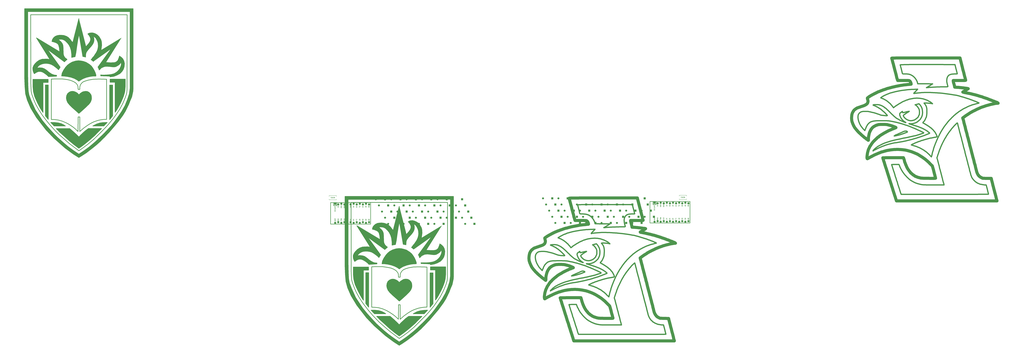
<source format=gbr>
%TF.GenerationSoftware,KiCad,Pcbnew,(7.0.0)*%
%TF.CreationDate,2023-09-10T10:39:49-04:00*%
%TF.ProjectId,RMK-complete,524d4b2d-636f-46d7-906c-6574652e6b69,rev?*%
%TF.SameCoordinates,Original*%
%TF.FileFunction,Legend,Bot*%
%TF.FilePolarity,Positive*%
%FSLAX46Y46*%
G04 Gerber Fmt 4.6, Leading zero omitted, Abs format (unit mm)*
G04 Created by KiCad (PCBNEW (7.0.0)) date 2023-09-10 10:39:49*
%MOMM*%
%LPD*%
G01*
G04 APERTURE LIST*
%ADD10C,0.500000*%
%ADD11C,2.500000*%
%ADD12C,0.100000*%
%ADD13C,0.150000*%
%ADD14C,1.000000*%
%ADD15C,0.381000*%
%ADD16C,1.651000*%
%ADD17R,1.651000X1.651000*%
%ADD18R,1.752600X1.752600*%
%ADD19C,1.752600*%
G04 APERTURE END LIST*
D10*
X156311600Y-146202400D02*
X156184600Y-148361400D01*
X155168600Y-153187400D01*
X153771600Y-156489400D01*
X152628600Y-159410400D01*
X149961600Y-164998400D01*
X147802600Y-168427400D01*
X144119600Y-173507400D01*
X141579600Y-176555400D01*
X136499600Y-182524400D01*
X129387600Y-189890400D01*
X126085600Y-192811400D01*
X122529600Y-195732400D01*
X117703600Y-199415400D01*
X114020600Y-201828400D01*
X111607600Y-203352400D01*
X107035600Y-200431400D01*
X100177600Y-195351400D01*
X91033600Y-187223400D01*
X84683600Y-180619400D01*
X76606400Y-170205400D01*
X71856600Y-162331400D01*
X69062600Y-155854400D01*
X67665600Y-150647400D01*
X67157600Y-144551400D01*
X66903600Y-137566400D01*
X66903600Y-80289400D01*
X156311600Y-80289400D01*
X156311600Y-146202400D01*
G36*
X-152552400Y53340000D02*
G01*
X-153390600Y49352200D01*
X-154279600Y43942000D01*
X-155041600Y38404800D01*
X-155676600Y35179000D01*
X-156921200Y35052000D01*
X-158470600Y34645600D01*
X-158470600Y37134800D01*
X-158902400Y40589200D01*
X-159664400Y43002200D01*
X-160832800Y45161200D01*
X-161950400Y46685200D01*
X-163779200Y48437800D01*
X-165227000Y49301400D01*
X-166598600Y49657000D01*
X-168173400Y49707800D01*
X-169164000Y49504600D01*
X-169468800Y49301400D01*
X-168681400Y48717200D01*
X-167589200Y47726600D01*
X-166801800Y46837600D01*
X-166141400Y45770800D01*
X-165684200Y44526200D01*
X-165506400Y42367200D01*
X-165481000Y38125400D01*
X-165277800Y36703000D01*
X-164846000Y35661600D01*
X-164236400Y34696400D01*
X-163550600Y33985200D01*
X-162864800Y33426400D01*
X-162356800Y32969200D01*
X-163017200Y32385000D01*
X-163626800Y31877000D01*
X-164185600Y31343600D01*
X-164439600Y31013400D01*
X-178485800Y41376600D01*
X-178536600Y41300400D01*
X-167995600Y26593800D01*
X-169367200Y24434800D01*
X-170230800Y25323800D01*
X-171526200Y26441400D01*
X-173405800Y27813000D01*
X-175234600Y28879800D01*
X-177088800Y29438600D01*
X-178968400Y29692600D01*
X-180619400Y29718000D01*
X-182321200Y29489400D01*
X-183540400Y29057600D01*
X-184810400Y28448000D01*
X-185648600Y27838400D01*
X-186410600Y26949400D01*
X-187045600Y26136600D01*
X-187121800Y25806400D01*
X-186512200Y25933400D01*
X-185013600Y26085800D01*
X-182803800Y25882600D01*
X-181178200Y25323800D01*
X-179806600Y24434800D01*
X-178409600Y23368000D01*
X-177469800Y22504400D01*
X-176352200Y21717000D01*
X-175234600Y21005800D01*
X-174117000Y20447000D01*
X-172796200Y20066000D01*
X-171373800Y19913600D01*
X-170967400Y19888200D01*
X-170992800Y19151600D01*
X-177520600Y18796000D01*
X-178714400Y19989800D01*
X-180213000Y21107400D01*
X-181508400Y21971000D01*
X-182829200Y22656800D01*
X-184073800Y23037800D01*
X-185775600Y23063200D01*
X-187045600Y22631400D01*
X-187960000Y22123400D01*
X-188976000Y21412200D01*
X-189331600Y21183600D01*
X-189712600Y21945600D01*
X-190322200Y23545800D01*
X-190550800Y24892000D01*
X-190474600Y26136600D01*
X-189712600Y27990800D01*
X-188722000Y29362400D01*
X-187121800Y31013400D01*
X-185216800Y32308800D01*
X-182778400Y33172400D01*
X-178765200Y33299400D01*
X-176453800Y32943800D01*
X-178003200Y35483800D01*
X-187579000Y50774600D01*
X-168529000Y39293800D01*
X-168402000Y40055800D01*
X-168656000Y42545000D01*
X-169240200Y44856400D01*
X-170002200Y45948600D01*
X-171221400Y46736000D01*
X-173101000Y47421800D01*
X-174777400Y47853600D01*
X-174371000Y49555400D01*
X-173380400Y50876200D01*
X-172110400Y51943000D01*
X-170535600Y52679600D01*
X-168732200Y52984400D01*
X-167157400Y53009800D01*
X-164998400Y52806600D01*
X-162814000Y52070000D01*
X-161239200Y51054000D01*
X-159689800Y49453800D01*
X-158597600Y47929800D01*
X-157607000Y46863000D01*
X-152552400Y66751200D01*
X-152552400Y53340000D01*
G37*
X-152552400Y53340000D02*
X-153390600Y49352200D01*
X-154279600Y43942000D01*
X-155041600Y38404800D01*
X-155676600Y35179000D01*
X-156921200Y35052000D01*
X-158470600Y34645600D01*
X-158470600Y37134800D01*
X-158902400Y40589200D01*
X-159664400Y43002200D01*
X-160832800Y45161200D01*
X-161950400Y46685200D01*
X-163779200Y48437800D01*
X-165227000Y49301400D01*
X-166598600Y49657000D01*
X-168173400Y49707800D01*
X-169164000Y49504600D01*
X-169468800Y49301400D01*
X-168681400Y48717200D01*
X-167589200Y47726600D01*
X-166801800Y46837600D01*
X-166141400Y45770800D01*
X-165684200Y44526200D01*
X-165506400Y42367200D01*
X-165481000Y38125400D01*
X-165277800Y36703000D01*
X-164846000Y35661600D01*
X-164236400Y34696400D01*
X-163550600Y33985200D01*
X-162864800Y33426400D01*
X-162356800Y32969200D01*
X-163017200Y32385000D01*
X-163626800Y31877000D01*
X-164185600Y31343600D01*
X-164439600Y31013400D01*
X-178485800Y41376600D01*
X-178536600Y41300400D01*
X-167995600Y26593800D01*
X-169367200Y24434800D01*
X-170230800Y25323800D01*
X-171526200Y26441400D01*
X-173405800Y27813000D01*
X-175234600Y28879800D01*
X-177088800Y29438600D01*
X-178968400Y29692600D01*
X-180619400Y29718000D01*
X-182321200Y29489400D01*
X-183540400Y29057600D01*
X-184810400Y28448000D01*
X-185648600Y27838400D01*
X-186410600Y26949400D01*
X-187045600Y26136600D01*
X-187121800Y25806400D01*
X-186512200Y25933400D01*
X-185013600Y26085800D01*
X-182803800Y25882600D01*
X-181178200Y25323800D01*
X-179806600Y24434800D01*
X-178409600Y23368000D01*
X-177469800Y22504400D01*
X-176352200Y21717000D01*
X-175234600Y21005800D01*
X-174117000Y20447000D01*
X-172796200Y20066000D01*
X-171373800Y19913600D01*
X-170967400Y19888200D01*
X-170992800Y19151600D01*
X-177520600Y18796000D01*
X-178714400Y19989800D01*
X-180213000Y21107400D01*
X-181508400Y21971000D01*
X-182829200Y22656800D01*
X-184073800Y23037800D01*
X-185775600Y23063200D01*
X-187045600Y22631400D01*
X-187960000Y22123400D01*
X-188976000Y21412200D01*
X-189331600Y21183600D01*
X-189712600Y21945600D01*
X-190322200Y23545800D01*
X-190550800Y24892000D01*
X-190474600Y26136600D01*
X-189712600Y27990800D01*
X-188722000Y29362400D01*
X-187121800Y31013400D01*
X-185216800Y32308800D01*
X-182778400Y33172400D01*
X-178765200Y33299400D01*
X-176453800Y32943800D01*
X-178003200Y35483800D01*
X-187579000Y50774600D01*
X-168529000Y39293800D01*
X-168402000Y40055800D01*
X-168656000Y42545000D01*
X-169240200Y44856400D01*
X-170002200Y45948600D01*
X-171221400Y46736000D01*
X-173101000Y47421800D01*
X-174777400Y47853600D01*
X-174371000Y49555400D01*
X-173380400Y50876200D01*
X-172110400Y51943000D01*
X-170535600Y52679600D01*
X-168732200Y52984400D01*
X-167157400Y53009800D01*
X-164998400Y52806600D01*
X-162814000Y52070000D01*
X-161239200Y51054000D01*
X-159689800Y49453800D01*
X-158597600Y47929800D01*
X-157607000Y46863000D01*
X-152552400Y66751200D01*
X-152552400Y53340000D01*
G36*
X-139877800Y-30226000D02*
G01*
X-143433800Y-33375600D01*
X-146837400Y-36195000D01*
X-149707600Y-38430200D01*
X-152552400Y-40436800D01*
X-156464000Y-37515800D01*
X-160680400Y-34061400D01*
X-164439600Y-30632400D01*
X-168300400Y-27152600D01*
X-171221400Y-24180800D01*
X-160147000Y-24180800D01*
X-156895800Y-26974800D01*
X-154838400Y-28905200D01*
X-152577800Y-31165800D01*
X-151028400Y-29514800D01*
X-149021800Y-27635200D01*
X-147421600Y-26136600D01*
X-145745200Y-24866600D01*
X-144678400Y-24130000D01*
X-133858000Y-24130000D01*
X-139877800Y-30226000D01*
G37*
X-139877800Y-30226000D02*
X-143433800Y-33375600D01*
X-146837400Y-36195000D01*
X-149707600Y-38430200D01*
X-152552400Y-40436800D01*
X-156464000Y-37515800D01*
X-160680400Y-34061400D01*
X-164439600Y-30632400D01*
X-168300400Y-27152600D01*
X-171221400Y-24180800D01*
X-160147000Y-24180800D01*
X-156895800Y-26974800D01*
X-154838400Y-28905200D01*
X-152577800Y-31165800D01*
X-151028400Y-29514800D01*
X-149021800Y-27635200D01*
X-147421600Y-26136600D01*
X-145745200Y-24866600D01*
X-144678400Y-24130000D01*
X-133858000Y-24130000D01*
X-139877800Y-30226000D01*
G36*
X91465400Y-174371000D02*
G01*
X94589600Y-174701200D01*
X97129600Y-175437800D01*
X99034600Y-176352200D01*
X100482400Y-177266600D01*
X100507800Y-177292000D01*
X91211400Y-177292000D01*
X88392000Y-174345600D01*
X91465400Y-174371000D01*
G37*
X91465400Y-174371000D02*
X94589600Y-174701200D01*
X97129600Y-175437800D01*
X99034600Y-176352200D01*
X100482400Y-177266600D01*
X100507800Y-177292000D01*
X91211400Y-177292000D01*
X88392000Y-174345600D01*
X91465400Y-174371000D01*
G36*
X124282200Y-185470800D02*
G01*
X120726200Y-188620400D01*
X117322600Y-191439800D01*
X114452400Y-193675000D01*
X111607600Y-195681600D01*
X107696000Y-192760600D01*
X103479600Y-189306200D01*
X99720400Y-185877200D01*
X95859600Y-182397400D01*
X92938600Y-179425600D01*
X104013000Y-179425600D01*
X107264200Y-182219600D01*
X109321600Y-184150000D01*
X111582200Y-186410600D01*
X113131600Y-184759600D01*
X115138200Y-182880000D01*
X116738400Y-181381400D01*
X118414800Y-180111400D01*
X119481600Y-179374800D01*
X130302000Y-179374800D01*
X124282200Y-185470800D01*
G37*
X124282200Y-185470800D02*
X120726200Y-188620400D01*
X117322600Y-191439800D01*
X114452400Y-193675000D01*
X111607600Y-195681600D01*
X107696000Y-192760600D01*
X103479600Y-189306200D01*
X99720400Y-185877200D01*
X95859600Y-182397400D01*
X92938600Y-179425600D01*
X104013000Y-179425600D01*
X107264200Y-182219600D01*
X109321600Y-184150000D01*
X111582200Y-186410600D01*
X113131600Y-184759600D01*
X115138200Y-182880000D01*
X116738400Y-181381400D01*
X118414800Y-180111400D01*
X119481600Y-179374800D01*
X130302000Y-179374800D01*
X124282200Y-185470800D01*
G36*
X113207800Y-123469400D02*
G01*
X115290600Y-123926600D01*
X117500400Y-124663200D01*
X120167400Y-126314200D01*
X121818400Y-127762000D01*
X123037600Y-129336800D01*
X124129800Y-131191000D01*
X124993400Y-132994400D01*
X125603000Y-135001000D01*
X125628400Y-136017000D01*
X123367800Y-136067800D01*
X121107200Y-136321800D01*
X119634000Y-136652000D01*
X117805200Y-137058400D01*
X116255800Y-137642600D01*
X114655600Y-138303000D01*
X113360200Y-139065000D01*
X112395000Y-139649200D01*
X111785400Y-140106400D01*
X111633000Y-140233400D01*
X111582200Y-140233400D01*
X110261400Y-139217400D01*
X107899200Y-137998200D01*
X105029000Y-136982200D01*
X102082600Y-136347200D01*
X99288600Y-136017000D01*
X97358200Y-135966200D01*
X97764600Y-133654800D01*
X99009200Y-131140200D01*
X100634800Y-128752600D01*
X102082600Y-127152400D01*
X103682800Y-125831600D01*
X105994200Y-124536200D01*
X108966000Y-123596400D01*
X111277400Y-123367800D01*
X113207800Y-123469400D01*
G37*
X113207800Y-123469400D02*
X115290600Y-123926600D01*
X117500400Y-124663200D01*
X120167400Y-126314200D01*
X121818400Y-127762000D01*
X123037600Y-129336800D01*
X124129800Y-131191000D01*
X124993400Y-132994400D01*
X125603000Y-135001000D01*
X125628400Y-136017000D01*
X123367800Y-136067800D01*
X121107200Y-136321800D01*
X119634000Y-136652000D01*
X117805200Y-137058400D01*
X116255800Y-137642600D01*
X114655600Y-138303000D01*
X113360200Y-139065000D01*
X112395000Y-139649200D01*
X111785400Y-140106400D01*
X111633000Y-140233400D01*
X111582200Y-140233400D01*
X110261400Y-139217400D01*
X107899200Y-137998200D01*
X105029000Y-136982200D01*
X102082600Y-136347200D01*
X99288600Y-136017000D01*
X97358200Y-135966200D01*
X97764600Y-133654800D01*
X99009200Y-131140200D01*
X100634800Y-128752600D01*
X102082600Y-127152400D01*
X103682800Y-125831600D01*
X105994200Y-124536200D01*
X108966000Y-123596400D01*
X111277400Y-123367800D01*
X113207800Y-123469400D01*
G36*
X-177895827Y13992812D02*
G01*
X-182092600Y13995400D01*
X-182092600Y-10871200D01*
X-183286400Y-9067800D01*
X-184581800Y-6908800D01*
X-186563000Y-3200400D01*
X-187807600Y-457200D01*
X-188950600Y2286000D01*
X-189611000Y4445000D01*
X-190093600Y6578600D01*
X-190271400Y8509000D01*
X-190398400Y10490200D01*
X-190398400Y16535400D01*
X-177893300Y16543964D01*
X-177895827Y13992812D01*
G37*
X-177895827Y13992812D02*
X-182092600Y13995400D01*
X-182092600Y-10871200D01*
X-183286400Y-9067800D01*
X-184581800Y-6908800D01*
X-186563000Y-3200400D01*
X-187807600Y-457200D01*
X-188950600Y2286000D01*
X-189611000Y4445000D01*
X-190093600Y6578600D01*
X-190271400Y8509000D01*
X-190398400Y10490200D01*
X-190398400Y16535400D01*
X-177893300Y16543964D01*
X-177895827Y13992812D01*
G36*
X-156692600Y6502400D02*
G01*
X-155041600Y5842000D01*
X-153924000Y5156200D01*
X-152984200Y4241800D01*
X-152577800Y3708400D01*
X-151358600Y4851400D01*
X-149987000Y5842000D01*
X-149047200Y6273800D01*
X-147650200Y6553200D01*
X-146735800Y6578600D01*
X-145491200Y6400800D01*
X-144119600Y5638800D01*
X-143103600Y4521200D01*
X-142595600Y3683000D01*
X-142214600Y2514600D01*
X-142138400Y838200D01*
X-142240000Y-177800D01*
X-142748000Y-1676400D01*
X-143383000Y-2768600D01*
X-144297400Y-3962400D01*
X-147091400Y-6705600D01*
X-150063200Y-9398000D01*
X-152044400Y-11176000D01*
X-152552400Y-11582400D01*
X-155143200Y-9296400D01*
X-158013400Y-6756400D01*
X-160299400Y-4495800D01*
X-161798000Y-2590800D01*
X-162610800Y-787400D01*
X-162890200Y1092200D01*
X-162661600Y3048000D01*
X-161925000Y4673600D01*
X-160578800Y5816600D01*
X-159308800Y6426200D01*
X-158165800Y6604000D01*
X-156692600Y6502400D01*
G37*
X-156692600Y6502400D02*
X-155041600Y5842000D01*
X-153924000Y5156200D01*
X-152984200Y4241800D01*
X-152577800Y3708400D01*
X-151358600Y4851400D01*
X-149987000Y5842000D01*
X-149047200Y6273800D01*
X-147650200Y6553200D01*
X-146735800Y6578600D01*
X-145491200Y6400800D01*
X-144119600Y5638800D01*
X-143103600Y4521200D01*
X-142595600Y3683000D01*
X-142214600Y2514600D01*
X-142138400Y838200D01*
X-142240000Y-177800D01*
X-142748000Y-1676400D01*
X-143383000Y-2768600D01*
X-144297400Y-3962400D01*
X-147091400Y-6705600D01*
X-150063200Y-9398000D01*
X-152044400Y-11176000D01*
X-152552400Y-11582400D01*
X-155143200Y-9296400D01*
X-158013400Y-6756400D01*
X-160299400Y-4495800D01*
X-161798000Y-2590800D01*
X-162610800Y-787400D01*
X-162890200Y1092200D01*
X-162661600Y3048000D01*
X-161925000Y4673600D01*
X-160578800Y5816600D01*
X-159308800Y6426200D01*
X-158165800Y6604000D01*
X-156692600Y6502400D01*
D11*
X-109169200Y73710800D02*
X-109067600Y73710800D01*
X-108966000Y11099800D01*
X-109093000Y7950200D01*
X-110617000Y1498600D01*
X-112445800Y-3835400D01*
X-116382800Y-11099800D01*
X-120929400Y-17703800D01*
X-127203200Y-25095200D01*
X-132054600Y-30454600D01*
X-138455400Y-36499800D01*
X-145059400Y-41783000D01*
X-152628600Y-46761400D01*
X-157302200Y-43535600D01*
X-162356800Y-39801800D01*
X-167919400Y-35102800D01*
X-174548800Y-28803600D01*
X-178765200Y-24231600D01*
X-183616600Y-18059400D01*
X-187579000Y-12852400D01*
X-191617600Y-5156200D01*
X-193852800Y-203200D01*
X-195376800Y5537200D01*
X-195808600Y11633200D01*
X-196011800Y17373600D01*
X-195986400Y73837800D01*
X-109169200Y73710800D01*
D10*
G36*
X111607600Y-101904800D02*
G01*
X110769400Y-105892600D01*
X109880400Y-111302800D01*
X109118400Y-116840000D01*
X108483400Y-120065800D01*
X107238800Y-120192800D01*
X105689400Y-120599200D01*
X105689400Y-118110000D01*
X105257600Y-114655600D01*
X104495600Y-112242600D01*
X103327200Y-110083600D01*
X102209600Y-108559600D01*
X100380800Y-106807000D01*
X98933000Y-105943400D01*
X97561400Y-105587800D01*
X95986600Y-105537000D01*
X94996000Y-105740200D01*
X94691200Y-105943400D01*
X95478600Y-106527600D01*
X96570800Y-107518200D01*
X97358200Y-108407200D01*
X98018600Y-109474000D01*
X98475800Y-110718600D01*
X98653600Y-112877600D01*
X98679000Y-117119400D01*
X98882200Y-118541800D01*
X99314000Y-119583200D01*
X99923600Y-120548400D01*
X100609400Y-121259600D01*
X101295200Y-121818400D01*
X101803200Y-122275600D01*
X101142800Y-122859800D01*
X100533200Y-123367800D01*
X99974400Y-123901200D01*
X99720400Y-124231400D01*
X85674200Y-113868200D01*
X85623400Y-113944400D01*
X96164400Y-128651000D01*
X94792800Y-130810000D01*
X93929200Y-129921000D01*
X92633800Y-128803400D01*
X90754200Y-127431800D01*
X88925400Y-126365000D01*
X87071200Y-125806200D01*
X85191600Y-125552200D01*
X83540600Y-125526800D01*
X81838800Y-125755400D01*
X80619600Y-126187200D01*
X79349600Y-126796800D01*
X78511400Y-127406400D01*
X77749400Y-128295400D01*
X77114400Y-129108200D01*
X77038200Y-129438400D01*
X77647800Y-129311400D01*
X79146400Y-129159000D01*
X81356200Y-129362200D01*
X82981800Y-129921000D01*
X84353400Y-130810000D01*
X85750400Y-131876800D01*
X86690200Y-132740400D01*
X87807800Y-133527800D01*
X88925400Y-134239000D01*
X90043000Y-134797800D01*
X91363800Y-135178800D01*
X92786200Y-135331200D01*
X93192600Y-135356600D01*
X93167200Y-136093200D01*
X86639400Y-136448800D01*
X85445600Y-135255000D01*
X83947000Y-134137400D01*
X82651600Y-133273800D01*
X81330800Y-132588000D01*
X80086200Y-132207000D01*
X78384400Y-132181600D01*
X77114400Y-132613400D01*
X76200000Y-133121400D01*
X75184000Y-133832600D01*
X74828400Y-134061200D01*
X74447400Y-133299200D01*
X73837800Y-131699000D01*
X73609200Y-130352800D01*
X73685400Y-129108200D01*
X74447400Y-127254000D01*
X75438000Y-125882400D01*
X77038200Y-124231400D01*
X78943200Y-122936000D01*
X81381600Y-122072400D01*
X85394800Y-121945400D01*
X87706200Y-122301000D01*
X86156800Y-119761000D01*
X76581000Y-104470200D01*
X95631000Y-115951000D01*
X95758000Y-115189000D01*
X95504000Y-112699800D01*
X94919800Y-110388400D01*
X94157800Y-109296200D01*
X92938600Y-108508800D01*
X91059000Y-107823000D01*
X89382600Y-107391200D01*
X89789000Y-105689400D01*
X90779600Y-104368600D01*
X92049600Y-103301800D01*
X93624400Y-102565200D01*
X95427800Y-102260400D01*
X97002600Y-102235000D01*
X99161600Y-102438200D01*
X101346000Y-103174800D01*
X102920800Y-104190800D01*
X104470200Y-105791000D01*
X105562400Y-107315000D01*
X106553000Y-108381800D01*
X111607600Y-88493600D01*
X111607600Y-101904800D01*
G37*
X111607600Y-101904800D02*
X110769400Y-105892600D01*
X109880400Y-111302800D01*
X109118400Y-116840000D01*
X108483400Y-120065800D01*
X107238800Y-120192800D01*
X105689400Y-120599200D01*
X105689400Y-118110000D01*
X105257600Y-114655600D01*
X104495600Y-112242600D01*
X103327200Y-110083600D01*
X102209600Y-108559600D01*
X100380800Y-106807000D01*
X98933000Y-105943400D01*
X97561400Y-105587800D01*
X95986600Y-105537000D01*
X94996000Y-105740200D01*
X94691200Y-105943400D01*
X95478600Y-106527600D01*
X96570800Y-107518200D01*
X97358200Y-108407200D01*
X98018600Y-109474000D01*
X98475800Y-110718600D01*
X98653600Y-112877600D01*
X98679000Y-117119400D01*
X98882200Y-118541800D01*
X99314000Y-119583200D01*
X99923600Y-120548400D01*
X100609400Y-121259600D01*
X101295200Y-121818400D01*
X101803200Y-122275600D01*
X101142800Y-122859800D01*
X100533200Y-123367800D01*
X99974400Y-123901200D01*
X99720400Y-124231400D01*
X85674200Y-113868200D01*
X85623400Y-113944400D01*
X96164400Y-128651000D01*
X94792800Y-130810000D01*
X93929200Y-129921000D01*
X92633800Y-128803400D01*
X90754200Y-127431800D01*
X88925400Y-126365000D01*
X87071200Y-125806200D01*
X85191600Y-125552200D01*
X83540600Y-125526800D01*
X81838800Y-125755400D01*
X80619600Y-126187200D01*
X79349600Y-126796800D01*
X78511400Y-127406400D01*
X77749400Y-128295400D01*
X77114400Y-129108200D01*
X77038200Y-129438400D01*
X77647800Y-129311400D01*
X79146400Y-129159000D01*
X81356200Y-129362200D01*
X82981800Y-129921000D01*
X84353400Y-130810000D01*
X85750400Y-131876800D01*
X86690200Y-132740400D01*
X87807800Y-133527800D01*
X88925400Y-134239000D01*
X90043000Y-134797800D01*
X91363800Y-135178800D01*
X92786200Y-135331200D01*
X93192600Y-135356600D01*
X93167200Y-136093200D01*
X86639400Y-136448800D01*
X85445600Y-135255000D01*
X83947000Y-134137400D01*
X82651600Y-133273800D01*
X81330800Y-132588000D01*
X80086200Y-132207000D01*
X78384400Y-132181600D01*
X77114400Y-132613400D01*
X76200000Y-133121400D01*
X75184000Y-133832600D01*
X74828400Y-134061200D01*
X74447400Y-133299200D01*
X73837800Y-131699000D01*
X73609200Y-130352800D01*
X73685400Y-129108200D01*
X74447400Y-127254000D01*
X75438000Y-125882400D01*
X77038200Y-124231400D01*
X78943200Y-122936000D01*
X81381600Y-122072400D01*
X85394800Y-121945400D01*
X87706200Y-122301000D01*
X86156800Y-119761000D01*
X76581000Y-104470200D01*
X95631000Y-115951000D01*
X95758000Y-115189000D01*
X95504000Y-112699800D01*
X94919800Y-110388400D01*
X94157800Y-109296200D01*
X92938600Y-108508800D01*
X91059000Y-107823000D01*
X89382600Y-107391200D01*
X89789000Y-105689400D01*
X90779600Y-104368600D01*
X92049600Y-103301800D01*
X93624400Y-102565200D01*
X95427800Y-102260400D01*
X97002600Y-102235000D01*
X99161600Y-102438200D01*
X101346000Y-103174800D01*
X102920800Y-104190800D01*
X104470200Y-105791000D01*
X105562400Y-107315000D01*
X106553000Y-108381800D01*
X111607600Y-88493600D01*
X111607600Y-101904800D01*
X-107848400Y9042400D02*
X-107975400Y6883400D01*
X-108991400Y2057400D01*
X-110388400Y-1244600D01*
X-111531400Y-4165600D01*
X-114198400Y-9753600D01*
X-116357400Y-13182600D01*
X-120040400Y-18262600D01*
X-122580400Y-21310600D01*
X-127660400Y-27279600D01*
X-134772400Y-34645600D01*
X-138074400Y-37566600D01*
X-141630400Y-40487600D01*
X-146456400Y-44170600D01*
X-150139400Y-46583600D01*
X-152552400Y-48107600D01*
X-157124400Y-45186600D01*
X-163982400Y-40106600D01*
X-173126400Y-31978600D01*
X-179476400Y-25374600D01*
X-187553600Y-14960600D01*
X-192303400Y-7086600D01*
X-195097400Y-609600D01*
X-196494400Y4597400D01*
X-197002400Y10693400D01*
X-197256400Y17678400D01*
X-197256400Y74955400D01*
X-107848400Y74955400D01*
X-107848400Y9042400D01*
G36*
X-177800000Y-16611600D02*
G01*
X-180187600Y-13614400D01*
X-180187600Y11861800D01*
X-177800000Y11861800D01*
X-177800000Y-16611600D01*
G37*
X-177800000Y-16611600D02*
X-180187600Y-13614400D01*
X-180187600Y11861800D01*
X-177800000Y11861800D01*
X-177800000Y-16611600D01*
D12*
G36*
X117398800Y-111404400D02*
G01*
X119253000Y-109270800D01*
X120218200Y-108000800D01*
X120802400Y-106832400D01*
X121081800Y-105562400D01*
X120853200Y-104495600D01*
X120065800Y-102743000D01*
X118719600Y-101142800D01*
X119634000Y-100507800D01*
X120954800Y-100101400D01*
X122555000Y-100025200D01*
X124206000Y-100406200D01*
X125755400Y-101066600D01*
X127050800Y-101981000D01*
X128371600Y-103301800D01*
X129895600Y-105816400D01*
X130378200Y-107569000D01*
X130556000Y-110515400D01*
X129997200Y-114477800D01*
X146608800Y-104394000D01*
X134035800Y-124510800D01*
X137718800Y-124739400D01*
X139827000Y-124714000D01*
X141173200Y-124561600D01*
X142341600Y-124104400D01*
X143459200Y-123113800D01*
X144170400Y-121437400D01*
X144754600Y-119786400D01*
X144881600Y-119176800D01*
X145389600Y-119456200D01*
X146608800Y-120294400D01*
X147929600Y-121564400D01*
X148818600Y-123291600D01*
X149301200Y-125603000D01*
X149072600Y-128295400D01*
X148437600Y-130530600D01*
X147142200Y-132511800D01*
X145364200Y-134162800D01*
X142925800Y-135432800D01*
X140512800Y-136347200D01*
X137083800Y-136880600D01*
X137058400Y-136321800D01*
X133604000Y-136093200D01*
X129463800Y-135991600D01*
X129387600Y-135610600D01*
X129260600Y-134848600D01*
X132080000Y-134899400D01*
X134086600Y-134874000D01*
X135458200Y-134772400D01*
X136423400Y-134670800D01*
X137972800Y-134493000D01*
X139319000Y-134188200D01*
X140538200Y-133807200D01*
X141554200Y-133273800D01*
X142468600Y-132664200D01*
X143306800Y-131927600D01*
X144094200Y-131114800D01*
X144907000Y-130124200D01*
X145567400Y-128930400D01*
X146100800Y-127584200D01*
X146354800Y-126314200D01*
X146202400Y-124688600D01*
X145999200Y-125247400D01*
X145643600Y-125907800D01*
X144881600Y-126695200D01*
X144119600Y-127228600D01*
X143230600Y-127762000D01*
X142113000Y-128320800D01*
X140944600Y-128600200D01*
X139573000Y-128574800D01*
X138074400Y-128447800D01*
X136728200Y-128270000D01*
X134899400Y-128117600D01*
X133502400Y-128193800D01*
X132334000Y-128371600D01*
X130251200Y-129362200D01*
X128244600Y-131318000D01*
X127914400Y-130429000D01*
X127558800Y-129489200D01*
X127050800Y-128473200D01*
X137642600Y-113842800D01*
X124612400Y-123190000D01*
X123393200Y-124053600D01*
X122732800Y-123494800D01*
X122047000Y-122961400D01*
X121285000Y-122428000D01*
X121793000Y-121945400D01*
X122351800Y-121234200D01*
X123037600Y-120319800D01*
X123825000Y-119405400D01*
X124714000Y-118110000D01*
X125628400Y-116763800D01*
X126288800Y-115443000D01*
X126796800Y-114147600D01*
X127203200Y-112318800D01*
X127304800Y-111099600D01*
X127203200Y-109245400D01*
X126974600Y-108026200D01*
X126593600Y-106883200D01*
X125984000Y-105689400D01*
X125323600Y-104622600D01*
X124206000Y-103581200D01*
X123774200Y-103403400D01*
X123901200Y-103886000D01*
X124104400Y-104521000D01*
X124231400Y-105587800D01*
X124231400Y-106553000D01*
X124104400Y-107391200D01*
X123723400Y-108686600D01*
X122936000Y-110058200D01*
X121920000Y-111429800D01*
X120548400Y-112953800D01*
X119456200Y-114173000D01*
X117932200Y-116205000D01*
X117424200Y-117678200D01*
X117246400Y-120523000D01*
X115951000Y-120192800D01*
X114604800Y-119964200D01*
X111607600Y-101904800D01*
X111607600Y-88493600D01*
X117398800Y-111404400D01*
G37*
X117398800Y-111404400D02*
X119253000Y-109270800D01*
X120218200Y-108000800D01*
X120802400Y-106832400D01*
X121081800Y-105562400D01*
X120853200Y-104495600D01*
X120065800Y-102743000D01*
X118719600Y-101142800D01*
X119634000Y-100507800D01*
X120954800Y-100101400D01*
X122555000Y-100025200D01*
X124206000Y-100406200D01*
X125755400Y-101066600D01*
X127050800Y-101981000D01*
X128371600Y-103301800D01*
X129895600Y-105816400D01*
X130378200Y-107569000D01*
X130556000Y-110515400D01*
X129997200Y-114477800D01*
X146608800Y-104394000D01*
X134035800Y-124510800D01*
X137718800Y-124739400D01*
X139827000Y-124714000D01*
X141173200Y-124561600D01*
X142341600Y-124104400D01*
X143459200Y-123113800D01*
X144170400Y-121437400D01*
X144754600Y-119786400D01*
X144881600Y-119176800D01*
X145389600Y-119456200D01*
X146608800Y-120294400D01*
X147929600Y-121564400D01*
X148818600Y-123291600D01*
X149301200Y-125603000D01*
X149072600Y-128295400D01*
X148437600Y-130530600D01*
X147142200Y-132511800D01*
X145364200Y-134162800D01*
X142925800Y-135432800D01*
X140512800Y-136347200D01*
X137083800Y-136880600D01*
X137058400Y-136321800D01*
X133604000Y-136093200D01*
X129463800Y-135991600D01*
X129387600Y-135610600D01*
X129260600Y-134848600D01*
X132080000Y-134899400D01*
X134086600Y-134874000D01*
X135458200Y-134772400D01*
X136423400Y-134670800D01*
X137972800Y-134493000D01*
X139319000Y-134188200D01*
X140538200Y-133807200D01*
X141554200Y-133273800D01*
X142468600Y-132664200D01*
X143306800Y-131927600D01*
X144094200Y-131114800D01*
X144907000Y-130124200D01*
X145567400Y-128930400D01*
X146100800Y-127584200D01*
X146354800Y-126314200D01*
X146202400Y-124688600D01*
X145999200Y-125247400D01*
X145643600Y-125907800D01*
X144881600Y-126695200D01*
X144119600Y-127228600D01*
X143230600Y-127762000D01*
X142113000Y-128320800D01*
X140944600Y-128600200D01*
X139573000Y-128574800D01*
X138074400Y-128447800D01*
X136728200Y-128270000D01*
X134899400Y-128117600D01*
X133502400Y-128193800D01*
X132334000Y-128371600D01*
X130251200Y-129362200D01*
X128244600Y-131318000D01*
X127914400Y-130429000D01*
X127558800Y-129489200D01*
X127050800Y-128473200D01*
X137642600Y-113842800D01*
X124612400Y-123190000D01*
X123393200Y-124053600D01*
X122732800Y-123494800D01*
X122047000Y-122961400D01*
X121285000Y-122428000D01*
X121793000Y-121945400D01*
X122351800Y-121234200D01*
X123037600Y-120319800D01*
X123825000Y-119405400D01*
X124714000Y-118110000D01*
X125628400Y-116763800D01*
X126288800Y-115443000D01*
X126796800Y-114147600D01*
X127203200Y-112318800D01*
X127304800Y-111099600D01*
X127203200Y-109245400D01*
X126974600Y-108026200D01*
X126593600Y-106883200D01*
X125984000Y-105689400D01*
X125323600Y-104622600D01*
X124206000Y-103581200D01*
X123774200Y-103403400D01*
X123901200Y-103886000D01*
X124104400Y-104521000D01*
X124231400Y-105587800D01*
X124231400Y-106553000D01*
X124104400Y-107391200D01*
X123723400Y-108686600D01*
X122936000Y-110058200D01*
X121920000Y-111429800D01*
X120548400Y-112953800D01*
X119456200Y-114173000D01*
X117932200Y-116205000D01*
X117424200Y-117678200D01*
X117246400Y-120523000D01*
X115951000Y-120192800D01*
X114604800Y-119964200D01*
X111607600Y-101904800D01*
X111607600Y-88493600D01*
X117398800Y-111404400D01*
D10*
G36*
X86264173Y-141251988D02*
G01*
X82067400Y-141249400D01*
X82067400Y-166116000D01*
X80873600Y-164312600D01*
X79578200Y-162153600D01*
X77597000Y-158445200D01*
X76352400Y-155702000D01*
X75209400Y-152958800D01*
X74549000Y-150799800D01*
X74066400Y-148666200D01*
X73888600Y-146735800D01*
X73761600Y-144754600D01*
X73761600Y-138709400D01*
X86266700Y-138700836D01*
X86264173Y-141251988D01*
G37*
X86264173Y-141251988D02*
X82067400Y-141249400D01*
X82067400Y-166116000D01*
X80873600Y-164312600D01*
X79578200Y-162153600D01*
X77597000Y-158445200D01*
X76352400Y-155702000D01*
X75209400Y-152958800D01*
X74549000Y-150799800D01*
X74066400Y-148666200D01*
X73888600Y-146735800D01*
X73761600Y-144754600D01*
X73761600Y-138709400D01*
X86266700Y-138700836D01*
X86264173Y-141251988D01*
G36*
X-172694600Y-19126200D02*
G01*
X-169570400Y-19456400D01*
X-167030400Y-20193000D01*
X-165125400Y-21107400D01*
X-163677600Y-22021800D01*
X-163652200Y-22047200D01*
X-172948600Y-22047200D01*
X-175768000Y-19100800D01*
X-172694600Y-19126200D01*
G37*
X-172694600Y-19126200D02*
X-169570400Y-19456400D01*
X-167030400Y-20193000D01*
X-165125400Y-21107400D01*
X-163677600Y-22021800D01*
X-163652200Y-22047200D01*
X-172948600Y-22047200D01*
X-175768000Y-19100800D01*
X-172694600Y-19126200D01*
G36*
X-150952200Y31775400D02*
G01*
X-148869400Y31318200D01*
X-146659600Y30581600D01*
X-143992600Y28930600D01*
X-142341600Y27482800D01*
X-141122400Y25908000D01*
X-140030200Y24053800D01*
X-139166600Y22250400D01*
X-138557000Y20243800D01*
X-138531600Y19227800D01*
X-140792200Y19177000D01*
X-143052800Y18923000D01*
X-144526000Y18592800D01*
X-146354800Y18186400D01*
X-147904200Y17602200D01*
X-149504400Y16941800D01*
X-150799800Y16179800D01*
X-151765000Y15595600D01*
X-152374600Y15138400D01*
X-152527000Y15011400D01*
X-152577800Y15011400D01*
X-153898600Y16027400D01*
X-156260800Y17246600D01*
X-159131000Y18262600D01*
X-162077400Y18897600D01*
X-164871400Y19227800D01*
X-166801800Y19278600D01*
X-166395400Y21590000D01*
X-165150800Y24104600D01*
X-163525200Y26492200D01*
X-162077400Y28092400D01*
X-160477200Y29413200D01*
X-158165800Y30708600D01*
X-155194000Y31648400D01*
X-152882600Y31877000D01*
X-150952200Y31775400D01*
G37*
X-150952200Y31775400D02*
X-148869400Y31318200D01*
X-146659600Y30581600D01*
X-143992600Y28930600D01*
X-142341600Y27482800D01*
X-141122400Y25908000D01*
X-140030200Y24053800D01*
X-139166600Y22250400D01*
X-138557000Y20243800D01*
X-138531600Y19227800D01*
X-140792200Y19177000D01*
X-143052800Y18923000D01*
X-144526000Y18592800D01*
X-146354800Y18186400D01*
X-147904200Y17602200D01*
X-149504400Y16941800D01*
X-150799800Y16179800D01*
X-151765000Y15595600D01*
X-152374600Y15138400D01*
X-152527000Y15011400D01*
X-152577800Y15011400D01*
X-153898600Y16027400D01*
X-156260800Y17246600D01*
X-159131000Y18262600D01*
X-162077400Y18897600D01*
X-164871400Y19227800D01*
X-166801800Y19278600D01*
X-166395400Y21590000D01*
X-165150800Y24104600D01*
X-163525200Y26492200D01*
X-162077400Y28092400D01*
X-160477200Y29413200D01*
X-158165800Y30708600D01*
X-155194000Y31648400D01*
X-152882600Y31877000D01*
X-150952200Y31775400D01*
X151282400Y-147370800D02*
X151003000Y-150063200D01*
X150012400Y-153314400D01*
X148615400Y-156870400D01*
X147548600Y-159105600D01*
X145440400Y-163144200D01*
X143433800Y-166243000D01*
X140081000Y-170916600D01*
X136017000Y-175844200D01*
X133604000Y-178536600D01*
X130784600Y-181381400D01*
X126568200Y-185623200D01*
X123698000Y-188442600D01*
X118897400Y-192532000D01*
X114884200Y-195478400D01*
X111607600Y-197739000D01*
X108153200Y-195199000D01*
X104063800Y-192049400D01*
X100533200Y-189052200D01*
X97739200Y-186588400D01*
X94792800Y-183946800D01*
X92456000Y-181559200D01*
X89712800Y-178638200D01*
X86080600Y-174396400D01*
X83312000Y-170815000D01*
X81534000Y-168427400D01*
X78587600Y-163880800D01*
X76301600Y-159791400D01*
X74803000Y-156591000D01*
X72872600Y-151358600D01*
X72288400Y-148894800D01*
X72085200Y-145796000D01*
X71958200Y-141935200D01*
X71932800Y-129844800D01*
X71907400Y-85293200D01*
X151409400Y-85293200D01*
X151282400Y-147370800D01*
G36*
X-124764800Y-13741400D02*
G01*
X-127152400Y-16738600D01*
X-127152400Y11734800D01*
X-124764800Y11734800D01*
X-124764800Y-13741400D01*
G37*
X-124764800Y-13741400D02*
X-127152400Y-16738600D01*
X-127152400Y11734800D01*
X-124764800Y11734800D01*
X-124764800Y-13741400D01*
X-163982400Y16586200D02*
X-161925000Y16230600D01*
X-159385000Y15671800D01*
X-156921200Y14681200D01*
X-155143200Y13538200D01*
X-153822400Y11988800D01*
X-153365200Y10769600D01*
X-153212800Y8178800D01*
X-151841200Y8178800D01*
X-151790400Y10109200D01*
X-151511000Y11506200D01*
X-150901400Y12573000D01*
X-150164800Y13538200D01*
X-149021800Y14452600D01*
X-146989800Y15265400D01*
X-144703800Y15925800D01*
X-140690600Y16611600D01*
X-136144000Y16764000D01*
X-129743200Y16586200D01*
X-129717800Y-16560800D01*
X-131902200Y-16611600D01*
X-134543800Y-16941800D01*
X-136956800Y-17475200D01*
X-140284200Y-18669000D01*
X-142671800Y-19786600D01*
X-145084800Y-21234400D01*
X-148564600Y-23774400D01*
X-150622000Y-25552400D01*
X-151841200Y-26593800D01*
X-151841200Y-14605000D01*
X-153212800Y-14605000D01*
X-153263600Y-26543000D01*
X-153644600Y-26263600D01*
X-154559000Y-25374600D01*
X-155956000Y-24053800D01*
X-157607000Y-22783800D01*
X-159385000Y-21590000D01*
X-161442400Y-20269200D01*
X-163347400Y-19278600D01*
X-166268400Y-18008600D01*
X-169621200Y-17094200D01*
X-172847000Y-16687800D01*
X-175285400Y-16662400D01*
X-175285400Y16789400D01*
X-171577000Y16865600D01*
X-166420800Y16865600D01*
X-163982400Y16586200D01*
G36*
X-114350800Y10668000D02*
G01*
X-114477800Y8686800D01*
X-114655600Y6756400D01*
X-115138200Y4622800D01*
X-115798600Y2463800D01*
X-116941600Y-279400D01*
X-118186200Y-3022600D01*
X-120167400Y-6731000D01*
X-121462800Y-8890000D01*
X-122656600Y-10693400D01*
X-122656600Y14173200D01*
X-126851874Y14172052D01*
X-126849972Y16712779D01*
X-114350800Y16713200D01*
X-114350800Y10668000D01*
G37*
X-114350800Y10668000D02*
X-114477800Y8686800D01*
X-114655600Y6756400D01*
X-115138200Y4622800D01*
X-115798600Y2463800D01*
X-116941600Y-279400D01*
X-118186200Y-3022600D01*
X-120167400Y-6731000D01*
X-121462800Y-8890000D01*
X-122656600Y-10693400D01*
X-122656600Y14173200D01*
X-126851874Y14172052D01*
X-126849972Y16712779D01*
X-114350800Y16713200D01*
X-114350800Y10668000D01*
G36*
X132130800Y-177292000D02*
G01*
X123113800Y-177292000D01*
X123088400Y-177292000D01*
X126314200Y-175641000D01*
X128930400Y-174802800D01*
X131419600Y-174472600D01*
X134112000Y-174345600D01*
X134950200Y-174345600D01*
X132130800Y-177292000D01*
G37*
X132130800Y-177292000D02*
X123113800Y-177292000D01*
X123088400Y-177292000D01*
X126314200Y-175641000D01*
X128930400Y-174802800D01*
X131419600Y-174472600D01*
X134112000Y-174345600D01*
X134950200Y-174345600D01*
X132130800Y-177292000D01*
G36*
X149809200Y-144576800D02*
G01*
X149682200Y-146558000D01*
X149504400Y-148488400D01*
X149021800Y-150622000D01*
X148361400Y-152781000D01*
X147218400Y-155524200D01*
X145973800Y-158267400D01*
X143992600Y-161975800D01*
X142697200Y-164134800D01*
X141503400Y-165938200D01*
X141503400Y-141071600D01*
X137308126Y-141072748D01*
X137310028Y-138532021D01*
X149809200Y-138531600D01*
X149809200Y-144576800D01*
G37*
X149809200Y-144576800D02*
X149682200Y-146558000D01*
X149504400Y-148488400D01*
X149021800Y-150622000D01*
X148361400Y-152781000D01*
X147218400Y-155524200D01*
X145973800Y-158267400D01*
X143992600Y-161975800D01*
X142697200Y-164134800D01*
X141503400Y-165938200D01*
X141503400Y-141071600D01*
X137308126Y-141072748D01*
X137310028Y-138532021D01*
X149809200Y-138531600D01*
X149809200Y-144576800D01*
X153849074Y-146112320D02*
X153157029Y-150895571D01*
X151650814Y-155597404D01*
X149676451Y-160380655D01*
X146847210Y-165286031D01*
X144628596Y-168685192D01*
X140985184Y-173773756D01*
X138461256Y-176908311D01*
X134105445Y-181691562D01*
X131439037Y-184398678D01*
X128039876Y-187716422D01*
X125515948Y-190057162D01*
X122971666Y-192275776D01*
X119918527Y-194779349D01*
X117414954Y-196651941D01*
X114585712Y-198605950D01*
X111898950Y-200417478D01*
X111625693Y-200558400D01*
X111480600Y-200558400D01*
X107543600Y-197891400D01*
X102971600Y-194589400D01*
X99161600Y-191414400D01*
X93065600Y-185953400D01*
X89763600Y-182397400D01*
X85191600Y-177317400D01*
X81356200Y-172669200D01*
X75566890Y-163899079D01*
X72218358Y-156425760D01*
X70467892Y-151690003D01*
X69857264Y-148419752D01*
X69545166Y-143466883D01*
X69477318Y-139219628D01*
X69382332Y-134700983D01*
X69371580Y-82708809D01*
X153801038Y-82668101D01*
X153849074Y-146112320D01*
X-110310926Y9132480D02*
X-111002971Y4349229D01*
X-112509186Y-352604D01*
X-114483549Y-5135855D01*
X-117312790Y-10041231D01*
X-119531404Y-13440392D01*
X-123174816Y-18528956D01*
X-125698744Y-21663511D01*
X-130054555Y-26446762D01*
X-132720963Y-29153878D01*
X-136120124Y-32471622D01*
X-138644052Y-34812362D01*
X-141188334Y-37030976D01*
X-144241473Y-39534549D01*
X-146745046Y-41407141D01*
X-149574288Y-43361150D01*
X-152261050Y-45172678D01*
X-152534307Y-45313600D01*
X-152679400Y-45313600D01*
X-156616400Y-42646600D01*
X-161188400Y-39344600D01*
X-164998400Y-36169600D01*
X-171094400Y-30708600D01*
X-174396400Y-27152600D01*
X-178968400Y-22072600D01*
X-182803800Y-17424400D01*
X-188593110Y-8654279D01*
X-191941642Y-1180960D01*
X-193692108Y3554797D01*
X-194302736Y6825048D01*
X-194614834Y11777917D01*
X-194682682Y16025172D01*
X-194777668Y20543817D01*
X-194788420Y72535991D01*
X-110358962Y72576699D01*
X-110310926Y9132480D01*
G36*
X107467400Y-148742400D02*
G01*
X109118400Y-149402800D01*
X110236000Y-150088600D01*
X111175800Y-151003000D01*
X111582200Y-151536400D01*
X112801400Y-150393400D01*
X114173000Y-149402800D01*
X115112800Y-148971000D01*
X116509800Y-148691600D01*
X117424200Y-148666200D01*
X118668800Y-148844000D01*
X120040400Y-149606000D01*
X121056400Y-150723600D01*
X121564400Y-151561800D01*
X121945400Y-152730200D01*
X122021600Y-154406600D01*
X121920000Y-155422600D01*
X121412000Y-156921200D01*
X120777000Y-158013400D01*
X119862600Y-159207200D01*
X117068600Y-161950400D01*
X114096800Y-164642800D01*
X112115600Y-166420800D01*
X111607600Y-166827200D01*
X109016800Y-164541200D01*
X106146600Y-162001200D01*
X103860600Y-159740600D01*
X102362000Y-157835600D01*
X101549200Y-156032200D01*
X101269800Y-154152600D01*
X101498400Y-152196800D01*
X102235000Y-150571200D01*
X103581200Y-149428200D01*
X104851200Y-148818600D01*
X105994200Y-148640800D01*
X107467400Y-148742400D01*
G37*
X107467400Y-148742400D02*
X109118400Y-149402800D01*
X110236000Y-150088600D01*
X111175800Y-151003000D01*
X111582200Y-151536400D01*
X112801400Y-150393400D01*
X114173000Y-149402800D01*
X115112800Y-148971000D01*
X116509800Y-148691600D01*
X117424200Y-148666200D01*
X118668800Y-148844000D01*
X120040400Y-149606000D01*
X121056400Y-150723600D01*
X121564400Y-151561800D01*
X121945400Y-152730200D01*
X122021600Y-154406600D01*
X121920000Y-155422600D01*
X121412000Y-156921200D01*
X120777000Y-158013400D01*
X119862600Y-159207200D01*
X117068600Y-161950400D01*
X114096800Y-164642800D01*
X112115600Y-166420800D01*
X111607600Y-166827200D01*
X109016800Y-164541200D01*
X106146600Y-162001200D01*
X103860600Y-159740600D01*
X102362000Y-157835600D01*
X101549200Y-156032200D01*
X101269800Y-154152600D01*
X101498400Y-152196800D01*
X102235000Y-150571200D01*
X103581200Y-149428200D01*
X104851200Y-148818600D01*
X105994200Y-148640800D01*
X107467400Y-148742400D01*
G36*
X139395200Y-168986200D02*
G01*
X137007600Y-171983400D01*
X137007600Y-143510000D01*
X139395200Y-143510000D01*
X139395200Y-168986200D01*
G37*
X139395200Y-168986200D02*
X137007600Y-171983400D01*
X137007600Y-143510000D01*
X139395200Y-143510000D01*
X139395200Y-168986200D01*
D12*
G36*
X-146761200Y43840400D02*
G01*
X-144907000Y45974000D01*
X-143941800Y47244000D01*
X-143357600Y48412400D01*
X-143078200Y49682400D01*
X-143306800Y50749200D01*
X-144094200Y52501800D01*
X-145440400Y54102000D01*
X-144526000Y54737000D01*
X-143205200Y55143400D01*
X-141605000Y55219600D01*
X-139954000Y54838600D01*
X-138404600Y54178200D01*
X-137109200Y53263800D01*
X-135788400Y51943000D01*
X-134264400Y49428400D01*
X-133781800Y47675800D01*
X-133604000Y44729400D01*
X-134162800Y40767000D01*
X-117551200Y50850800D01*
X-130124200Y30734000D01*
X-126441200Y30505400D01*
X-124333000Y30530800D01*
X-122986800Y30683200D01*
X-121818400Y31140400D01*
X-120700800Y32131000D01*
X-119989600Y33807400D01*
X-119405400Y35458400D01*
X-119278400Y36068000D01*
X-118770400Y35788600D01*
X-117551200Y34950400D01*
X-116230400Y33680400D01*
X-115341400Y31953200D01*
X-114858800Y29641800D01*
X-115087400Y26949400D01*
X-115722400Y24714200D01*
X-117017800Y22733000D01*
X-118795800Y21082000D01*
X-121234200Y19812000D01*
X-123647200Y18897600D01*
X-127076200Y18364200D01*
X-127101600Y18923000D01*
X-130556000Y19151600D01*
X-134696200Y19253200D01*
X-134772400Y19634200D01*
X-134899400Y20396200D01*
X-132080000Y20345400D01*
X-130073400Y20370800D01*
X-128701800Y20472400D01*
X-127736600Y20574000D01*
X-126187200Y20751800D01*
X-124841000Y21056600D01*
X-123621800Y21437600D01*
X-122605800Y21971000D01*
X-121691400Y22580600D01*
X-120853200Y23317200D01*
X-120065800Y24130000D01*
X-119253000Y25120600D01*
X-118592600Y26314400D01*
X-118059200Y27660600D01*
X-117805200Y28930600D01*
X-117957600Y30556200D01*
X-118160800Y29997400D01*
X-118516400Y29337000D01*
X-119278400Y28549600D01*
X-120040400Y28016200D01*
X-120929400Y27482800D01*
X-122047000Y26924000D01*
X-123215400Y26644600D01*
X-124587000Y26670000D01*
X-126085600Y26797000D01*
X-127431800Y26974800D01*
X-129260600Y27127200D01*
X-130657600Y27051000D01*
X-131826000Y26873200D01*
X-133908800Y25882600D01*
X-135915400Y23926800D01*
X-136245600Y24815800D01*
X-136601200Y25755600D01*
X-137109200Y26771600D01*
X-126517400Y41402000D01*
X-139547600Y32054800D01*
X-140766800Y31191200D01*
X-141427200Y31750000D01*
X-142113000Y32283400D01*
X-142875000Y32816800D01*
X-142367000Y33299400D01*
X-141808200Y34010600D01*
X-141122400Y34925000D01*
X-140335000Y35839400D01*
X-139446000Y37134800D01*
X-138531600Y38481000D01*
X-137871200Y39801800D01*
X-137363200Y41097200D01*
X-136956800Y42926000D01*
X-136855200Y44145200D01*
X-136956800Y45999400D01*
X-137185400Y47218600D01*
X-137566400Y48361600D01*
X-138176000Y49555400D01*
X-138836400Y50622200D01*
X-139954000Y51663600D01*
X-140385800Y51841400D01*
X-140258800Y51358800D01*
X-140055600Y50723800D01*
X-139928600Y49657000D01*
X-139928600Y48691800D01*
X-140055600Y47853600D01*
X-140436600Y46558200D01*
X-141224000Y45186600D01*
X-142240000Y43815000D01*
X-143611600Y42291000D01*
X-144703800Y41071800D01*
X-146227800Y39039800D01*
X-146735800Y37566600D01*
X-146913600Y34721800D01*
X-148209000Y35052000D01*
X-149555200Y35280600D01*
X-152552400Y53340000D01*
X-152552400Y66751200D01*
X-146761200Y43840400D01*
G37*
X-146761200Y43840400D02*
X-144907000Y45974000D01*
X-143941800Y47244000D01*
X-143357600Y48412400D01*
X-143078200Y49682400D01*
X-143306800Y50749200D01*
X-144094200Y52501800D01*
X-145440400Y54102000D01*
X-144526000Y54737000D01*
X-143205200Y55143400D01*
X-141605000Y55219600D01*
X-139954000Y54838600D01*
X-138404600Y54178200D01*
X-137109200Y53263800D01*
X-135788400Y51943000D01*
X-134264400Y49428400D01*
X-133781800Y47675800D01*
X-133604000Y44729400D01*
X-134162800Y40767000D01*
X-117551200Y50850800D01*
X-130124200Y30734000D01*
X-126441200Y30505400D01*
X-124333000Y30530800D01*
X-122986800Y30683200D01*
X-121818400Y31140400D01*
X-120700800Y32131000D01*
X-119989600Y33807400D01*
X-119405400Y35458400D01*
X-119278400Y36068000D01*
X-118770400Y35788600D01*
X-117551200Y34950400D01*
X-116230400Y33680400D01*
X-115341400Y31953200D01*
X-114858800Y29641800D01*
X-115087400Y26949400D01*
X-115722400Y24714200D01*
X-117017800Y22733000D01*
X-118795800Y21082000D01*
X-121234200Y19812000D01*
X-123647200Y18897600D01*
X-127076200Y18364200D01*
X-127101600Y18923000D01*
X-130556000Y19151600D01*
X-134696200Y19253200D01*
X-134772400Y19634200D01*
X-134899400Y20396200D01*
X-132080000Y20345400D01*
X-130073400Y20370800D01*
X-128701800Y20472400D01*
X-127736600Y20574000D01*
X-126187200Y20751800D01*
X-124841000Y21056600D01*
X-123621800Y21437600D01*
X-122605800Y21971000D01*
X-121691400Y22580600D01*
X-120853200Y23317200D01*
X-120065800Y24130000D01*
X-119253000Y25120600D01*
X-118592600Y26314400D01*
X-118059200Y27660600D01*
X-117805200Y28930600D01*
X-117957600Y30556200D01*
X-118160800Y29997400D01*
X-118516400Y29337000D01*
X-119278400Y28549600D01*
X-120040400Y28016200D01*
X-120929400Y27482800D01*
X-122047000Y26924000D01*
X-123215400Y26644600D01*
X-124587000Y26670000D01*
X-126085600Y26797000D01*
X-127431800Y26974800D01*
X-129260600Y27127200D01*
X-130657600Y27051000D01*
X-131826000Y26873200D01*
X-133908800Y25882600D01*
X-135915400Y23926800D01*
X-136245600Y24815800D01*
X-136601200Y25755600D01*
X-137109200Y26771600D01*
X-126517400Y41402000D01*
X-139547600Y32054800D01*
X-140766800Y31191200D01*
X-141427200Y31750000D01*
X-142113000Y32283400D01*
X-142875000Y32816800D01*
X-142367000Y33299400D01*
X-141808200Y34010600D01*
X-141122400Y34925000D01*
X-140335000Y35839400D01*
X-139446000Y37134800D01*
X-138531600Y38481000D01*
X-137871200Y39801800D01*
X-137363200Y41097200D01*
X-136956800Y42926000D01*
X-136855200Y44145200D01*
X-136956800Y45999400D01*
X-137185400Y47218600D01*
X-137566400Y48361600D01*
X-138176000Y49555400D01*
X-138836400Y50622200D01*
X-139954000Y51663600D01*
X-140385800Y51841400D01*
X-140258800Y51358800D01*
X-140055600Y50723800D01*
X-139928600Y49657000D01*
X-139928600Y48691800D01*
X-140055600Y47853600D01*
X-140436600Y46558200D01*
X-141224000Y45186600D01*
X-142240000Y43815000D01*
X-143611600Y42291000D01*
X-144703800Y41071800D01*
X-146227800Y39039800D01*
X-146735800Y37566600D01*
X-146913600Y34721800D01*
X-148209000Y35052000D01*
X-149555200Y35280600D01*
X-152552400Y53340000D01*
X-152552400Y66751200D01*
X-146761200Y43840400D01*
D10*
X100177600Y-138658600D02*
X102235000Y-139014200D01*
X104775000Y-139573000D01*
X107238800Y-140563600D01*
X109016800Y-141706600D01*
X110337600Y-143256000D01*
X110794800Y-144475200D01*
X110947200Y-147066000D01*
X112318800Y-147066000D01*
X112369600Y-145135600D01*
X112649000Y-143738600D01*
X113258600Y-142671800D01*
X113995200Y-141706600D01*
X115138200Y-140792200D01*
X117170200Y-139979400D01*
X119456200Y-139319000D01*
X123469400Y-138633200D01*
X128016000Y-138480800D01*
X134416800Y-138658600D01*
X134442200Y-171805600D01*
X132257800Y-171856400D01*
X129616200Y-172186600D01*
X127203200Y-172720000D01*
X123875800Y-173913800D01*
X121488200Y-175031400D01*
X119075200Y-176479200D01*
X115595400Y-179019200D01*
X113538000Y-180797200D01*
X112318800Y-181838600D01*
X112318800Y-169849800D01*
X110947200Y-169849800D01*
X110896400Y-181787800D01*
X110515400Y-181508400D01*
X109601000Y-180619400D01*
X108204000Y-179298600D01*
X106553000Y-178028600D01*
X104775000Y-176834800D01*
X102717600Y-175514000D01*
X100812600Y-174523400D01*
X97891600Y-173253400D01*
X94538800Y-172339000D01*
X91313000Y-171932600D01*
X88874600Y-171907200D01*
X88874600Y-138455400D01*
X92583000Y-138379200D01*
X97739200Y-138379200D01*
X100177600Y-138658600D01*
X-112877600Y7874000D02*
X-113157000Y5181600D01*
X-114147600Y1930400D01*
X-115544600Y-1625600D01*
X-116611400Y-3860800D01*
X-118719600Y-7899400D01*
X-120726200Y-10998200D01*
X-124079000Y-15671800D01*
X-128143000Y-20599400D01*
X-130556000Y-23291800D01*
X-133375400Y-26136600D01*
X-137591800Y-30378400D01*
X-140462000Y-33197800D01*
X-145262600Y-37287200D01*
X-149275800Y-40233600D01*
X-152552400Y-42494200D01*
X-156006800Y-39954200D01*
X-160096200Y-36804600D01*
X-163626800Y-33807400D01*
X-166420800Y-31343600D01*
X-169367200Y-28702000D01*
X-171704000Y-26314400D01*
X-174447200Y-23393400D01*
X-178079400Y-19151600D01*
X-180848000Y-15570200D01*
X-182626000Y-13182600D01*
X-185572400Y-8636000D01*
X-187858400Y-4546600D01*
X-189357000Y-1346200D01*
X-191287400Y3886200D01*
X-191871600Y6350000D01*
X-192074800Y9448800D01*
X-192201800Y13309600D01*
X-192227200Y25400000D01*
X-192252600Y69951600D01*
X-112750600Y69951600D01*
X-112877600Y7874000D01*
D11*
X154990800Y-81534000D02*
X155092400Y-81534000D01*
X155194000Y-144145000D01*
X155067000Y-147294600D01*
X153543000Y-153746200D01*
X151714200Y-159080200D01*
X147777200Y-166344600D01*
X143230600Y-172948600D01*
X136956800Y-180340000D01*
X132105400Y-185699400D01*
X125704600Y-191744600D01*
X119100600Y-197027800D01*
X111531400Y-202006200D01*
X106857800Y-198780400D01*
X101803200Y-195046600D01*
X96240600Y-190347600D01*
X89611200Y-184048400D01*
X85394800Y-179476400D01*
X80543400Y-173304200D01*
X76581000Y-168097200D01*
X72542400Y-160401000D01*
X70307200Y-155448000D01*
X68783200Y-149707600D01*
X68351400Y-143611600D01*
X68148200Y-137871200D01*
X68173600Y-81407000D01*
X154990800Y-81534000D01*
D10*
G36*
X-132029200Y-22047200D02*
G01*
X-141046200Y-22047200D01*
X-141071600Y-22047200D01*
X-137845800Y-20396200D01*
X-135229600Y-19558000D01*
X-132740400Y-19227800D01*
X-130048000Y-19100800D01*
X-129209800Y-19100800D01*
X-132029200Y-22047200D01*
G37*
X-132029200Y-22047200D02*
X-141046200Y-22047200D01*
X-141071600Y-22047200D01*
X-137845800Y-20396200D01*
X-135229600Y-19558000D01*
X-132740400Y-19227800D01*
X-130048000Y-19100800D01*
X-129209800Y-19100800D01*
X-132029200Y-22047200D01*
G36*
X86360000Y-171856400D02*
G01*
X83972400Y-168859200D01*
X83972400Y-143383000D01*
X86360000Y-143383000D01*
X86360000Y-171856400D01*
G37*
X86360000Y-171856400D02*
X83972400Y-168859200D01*
X83972400Y-143383000D01*
X86360000Y-143383000D01*
X86360000Y-171856400D01*
D13*
%TO.C,SW_A1*%
X346605285Y-81440742D02*
X346871952Y-81059790D01*
X347062428Y-81440742D02*
X347062428Y-80640742D01*
X347062428Y-80640742D02*
X346757666Y-80640742D01*
X346757666Y-80640742D02*
X346681476Y-80678838D01*
X346681476Y-80678838D02*
X346643381Y-80716933D01*
X346643381Y-80716933D02*
X346605285Y-80793123D01*
X346605285Y-80793123D02*
X346605285Y-80907409D01*
X346605285Y-80907409D02*
X346643381Y-80983599D01*
X346643381Y-80983599D02*
X346681476Y-81021695D01*
X346681476Y-81021695D02*
X346757666Y-81059790D01*
X346757666Y-81059790D02*
X347062428Y-81059790D01*
X346262428Y-81021695D02*
X345995762Y-81021695D01*
X345881476Y-81440742D02*
X346262428Y-81440742D01*
X346262428Y-81440742D02*
X346262428Y-80640742D01*
X346262428Y-80640742D02*
X345881476Y-80640742D01*
X345576714Y-81402647D02*
X345462428Y-81440742D01*
X345462428Y-81440742D02*
X345271952Y-81440742D01*
X345271952Y-81440742D02*
X345195761Y-81402647D01*
X345195761Y-81402647D02*
X345157666Y-81364552D01*
X345157666Y-81364552D02*
X345119571Y-81288361D01*
X345119571Y-81288361D02*
X345119571Y-81212171D01*
X345119571Y-81212171D02*
X345157666Y-81135980D01*
X345157666Y-81135980D02*
X345195761Y-81097885D01*
X345195761Y-81097885D02*
X345271952Y-81059790D01*
X345271952Y-81059790D02*
X345424333Y-81021695D01*
X345424333Y-81021695D02*
X345500523Y-80983599D01*
X345500523Y-80983599D02*
X345538618Y-80945504D01*
X345538618Y-80945504D02*
X345576714Y-80869314D01*
X345576714Y-80869314D02*
X345576714Y-80793123D01*
X345576714Y-80793123D02*
X345538618Y-80716933D01*
X345538618Y-80716933D02*
X345500523Y-80678838D01*
X345500523Y-80678838D02*
X345424333Y-80640742D01*
X345424333Y-80640742D02*
X345233856Y-80640742D01*
X345233856Y-80640742D02*
X345119571Y-80678838D01*
X344776713Y-81021695D02*
X344510047Y-81021695D01*
X344395761Y-81440742D02*
X344776713Y-81440742D01*
X344776713Y-81440742D02*
X344776713Y-80640742D01*
X344776713Y-80640742D02*
X344395761Y-80640742D01*
X344167189Y-80640742D02*
X343710046Y-80640742D01*
X343938618Y-81440742D02*
X343938618Y-80640742D01*
X57905504Y-81700904D02*
X58172171Y-81319952D01*
X58362647Y-81700904D02*
X58362647Y-80900904D01*
X58362647Y-80900904D02*
X58057885Y-80900904D01*
X58057885Y-80900904D02*
X57981695Y-80939000D01*
X57981695Y-80939000D02*
X57943600Y-80977095D01*
X57943600Y-80977095D02*
X57905504Y-81053285D01*
X57905504Y-81053285D02*
X57905504Y-81167571D01*
X57905504Y-81167571D02*
X57943600Y-81243761D01*
X57943600Y-81243761D02*
X57981695Y-81281857D01*
X57981695Y-81281857D02*
X58057885Y-81319952D01*
X58057885Y-81319952D02*
X58362647Y-81319952D01*
X57562647Y-81281857D02*
X57295981Y-81281857D01*
X57181695Y-81700904D02*
X57562647Y-81700904D01*
X57562647Y-81700904D02*
X57562647Y-80900904D01*
X57562647Y-80900904D02*
X57181695Y-80900904D01*
X56876933Y-81662809D02*
X56762647Y-81700904D01*
X56762647Y-81700904D02*
X56572171Y-81700904D01*
X56572171Y-81700904D02*
X56495980Y-81662809D01*
X56495980Y-81662809D02*
X56457885Y-81624714D01*
X56457885Y-81624714D02*
X56419790Y-81548523D01*
X56419790Y-81548523D02*
X56419790Y-81472333D01*
X56419790Y-81472333D02*
X56457885Y-81396142D01*
X56457885Y-81396142D02*
X56495980Y-81358047D01*
X56495980Y-81358047D02*
X56572171Y-81319952D01*
X56572171Y-81319952D02*
X56724552Y-81281857D01*
X56724552Y-81281857D02*
X56800742Y-81243761D01*
X56800742Y-81243761D02*
X56838837Y-81205666D01*
X56838837Y-81205666D02*
X56876933Y-81129476D01*
X56876933Y-81129476D02*
X56876933Y-81053285D01*
X56876933Y-81053285D02*
X56838837Y-80977095D01*
X56838837Y-80977095D02*
X56800742Y-80939000D01*
X56800742Y-80939000D02*
X56724552Y-80900904D01*
X56724552Y-80900904D02*
X56534075Y-80900904D01*
X56534075Y-80900904D02*
X56419790Y-80939000D01*
X56076932Y-81281857D02*
X55810266Y-81281857D01*
X55695980Y-81700904D02*
X56076932Y-81700904D01*
X56076932Y-81700904D02*
X56076932Y-80900904D01*
X56076932Y-80900904D02*
X55695980Y-80900904D01*
X55467408Y-80900904D02*
X55010265Y-80900904D01*
X55238837Y-81700904D02*
X55238837Y-80900904D01*
%TO.C,U1*%
X86590457Y-88449190D02*
X86628552Y-88563476D01*
X86628552Y-88563476D02*
X86666647Y-88601571D01*
X86666647Y-88601571D02*
X86742838Y-88639667D01*
X86742838Y-88639667D02*
X86857123Y-88639667D01*
X86857123Y-88639667D02*
X86933314Y-88601571D01*
X86933314Y-88601571D02*
X86971409Y-88563476D01*
X86971409Y-88563476D02*
X87009504Y-88487286D01*
X87009504Y-88487286D02*
X87009504Y-88182524D01*
X87009504Y-88182524D02*
X86209504Y-88182524D01*
X86209504Y-88182524D02*
X86209504Y-88449190D01*
X86209504Y-88449190D02*
X86247600Y-88525381D01*
X86247600Y-88525381D02*
X86285695Y-88563476D01*
X86285695Y-88563476D02*
X86361885Y-88601571D01*
X86361885Y-88601571D02*
X86438076Y-88601571D01*
X86438076Y-88601571D02*
X86514266Y-88563476D01*
X86514266Y-88563476D02*
X86552361Y-88525381D01*
X86552361Y-88525381D02*
X86590457Y-88449190D01*
X86590457Y-88449190D02*
X86590457Y-88182524D01*
X86209504Y-89363476D02*
X86209504Y-88982524D01*
X86209504Y-88982524D02*
X86590457Y-88944428D01*
X86590457Y-88944428D02*
X86552361Y-88982524D01*
X86552361Y-88982524D02*
X86514266Y-89058714D01*
X86514266Y-89058714D02*
X86514266Y-89249190D01*
X86514266Y-89249190D02*
X86552361Y-89325381D01*
X86552361Y-89325381D02*
X86590457Y-89363476D01*
X86590457Y-89363476D02*
X86666647Y-89401571D01*
X86666647Y-89401571D02*
X86857123Y-89401571D01*
X86857123Y-89401571D02*
X86933314Y-89363476D01*
X86933314Y-89363476D02*
X86971409Y-89325381D01*
X86971409Y-89325381D02*
X87009504Y-89249190D01*
X87009504Y-89249190D02*
X87009504Y-89058714D01*
X87009504Y-89058714D02*
X86971409Y-88982524D01*
X86971409Y-88982524D02*
X86933314Y-88944428D01*
X84050457Y-88449190D02*
X84088552Y-88563476D01*
X84088552Y-88563476D02*
X84126647Y-88601571D01*
X84126647Y-88601571D02*
X84202838Y-88639667D01*
X84202838Y-88639667D02*
X84317123Y-88639667D01*
X84317123Y-88639667D02*
X84393314Y-88601571D01*
X84393314Y-88601571D02*
X84431409Y-88563476D01*
X84431409Y-88563476D02*
X84469504Y-88487286D01*
X84469504Y-88487286D02*
X84469504Y-88182524D01*
X84469504Y-88182524D02*
X83669504Y-88182524D01*
X83669504Y-88182524D02*
X83669504Y-88449190D01*
X83669504Y-88449190D02*
X83707600Y-88525381D01*
X83707600Y-88525381D02*
X83745695Y-88563476D01*
X83745695Y-88563476D02*
X83821885Y-88601571D01*
X83821885Y-88601571D02*
X83898076Y-88601571D01*
X83898076Y-88601571D02*
X83974266Y-88563476D01*
X83974266Y-88563476D02*
X84012361Y-88525381D01*
X84012361Y-88525381D02*
X84050457Y-88449190D01*
X84050457Y-88449190D02*
X84050457Y-88182524D01*
X83936171Y-89325381D02*
X84469504Y-89325381D01*
X83631409Y-89134905D02*
X84202838Y-88944428D01*
X84202838Y-88944428D02*
X84202838Y-89439667D01*
X60847600Y-99085476D02*
X60809504Y-99009286D01*
X60809504Y-99009286D02*
X60809504Y-98895000D01*
X60809504Y-98895000D02*
X60847600Y-98780714D01*
X60847600Y-98780714D02*
X60923790Y-98704524D01*
X60923790Y-98704524D02*
X60999980Y-98666429D01*
X60999980Y-98666429D02*
X61152361Y-98628333D01*
X61152361Y-98628333D02*
X61266647Y-98628333D01*
X61266647Y-98628333D02*
X61419028Y-98666429D01*
X61419028Y-98666429D02*
X61495219Y-98704524D01*
X61495219Y-98704524D02*
X61571409Y-98780714D01*
X61571409Y-98780714D02*
X61609504Y-98895000D01*
X61609504Y-98895000D02*
X61609504Y-98971191D01*
X61609504Y-98971191D02*
X61571409Y-99085476D01*
X61571409Y-99085476D02*
X61533314Y-99123572D01*
X61533314Y-99123572D02*
X61266647Y-99123572D01*
X61266647Y-99123572D02*
X61266647Y-98971191D01*
X61609504Y-99466429D02*
X60809504Y-99466429D01*
X60809504Y-99466429D02*
X61609504Y-99923572D01*
X61609504Y-99923572D02*
X60809504Y-99923572D01*
X61609504Y-100304524D02*
X60809504Y-100304524D01*
X60809504Y-100304524D02*
X60809504Y-100495000D01*
X60809504Y-100495000D02*
X60847600Y-100609286D01*
X60847600Y-100609286D02*
X60923790Y-100685476D01*
X60923790Y-100685476D02*
X60999980Y-100723571D01*
X60999980Y-100723571D02*
X61152361Y-100761667D01*
X61152361Y-100761667D02*
X61266647Y-100761667D01*
X61266647Y-100761667D02*
X61419028Y-100723571D01*
X61419028Y-100723571D02*
X61495219Y-100685476D01*
X61495219Y-100685476D02*
X61571409Y-100609286D01*
X61571409Y-100609286D02*
X61609504Y-100495000D01*
X61609504Y-100495000D02*
X61609504Y-100304524D01*
X64081409Y-99433786D02*
X64119504Y-99548072D01*
X64119504Y-99548072D02*
X64119504Y-99738548D01*
X64119504Y-99738548D02*
X64081409Y-99814739D01*
X64081409Y-99814739D02*
X64043314Y-99852834D01*
X64043314Y-99852834D02*
X63967123Y-99890929D01*
X63967123Y-99890929D02*
X63890933Y-99890929D01*
X63890933Y-99890929D02*
X63814742Y-99852834D01*
X63814742Y-99852834D02*
X63776647Y-99814739D01*
X63776647Y-99814739D02*
X63738552Y-99738548D01*
X63738552Y-99738548D02*
X63700457Y-99586167D01*
X63700457Y-99586167D02*
X63662361Y-99509977D01*
X63662361Y-99509977D02*
X63624266Y-99471882D01*
X63624266Y-99471882D02*
X63548076Y-99433786D01*
X63548076Y-99433786D02*
X63471885Y-99433786D01*
X63471885Y-99433786D02*
X63395695Y-99471882D01*
X63395695Y-99471882D02*
X63357600Y-99509977D01*
X63357600Y-99509977D02*
X63319504Y-99586167D01*
X63319504Y-99586167D02*
X63319504Y-99776644D01*
X63319504Y-99776644D02*
X63357600Y-99890929D01*
X63319504Y-100119501D02*
X63319504Y-100576644D01*
X64119504Y-100348072D02*
X63319504Y-100348072D01*
X58269504Y-88471651D02*
X58269504Y-88928794D01*
X59069504Y-88700222D02*
X58269504Y-88700222D01*
X58269504Y-89119270D02*
X59069504Y-89652604D01*
X58269504Y-89652604D02*
X59069504Y-89119270D01*
X58269504Y-90109747D02*
X58269504Y-90185937D01*
X58269504Y-90185937D02*
X58307600Y-90262128D01*
X58307600Y-90262128D02*
X58345695Y-90300223D01*
X58345695Y-90300223D02*
X58421885Y-90338318D01*
X58421885Y-90338318D02*
X58574266Y-90376413D01*
X58574266Y-90376413D02*
X58764742Y-90376413D01*
X58764742Y-90376413D02*
X58917123Y-90338318D01*
X58917123Y-90338318D02*
X58993314Y-90300223D01*
X58993314Y-90300223D02*
X59031409Y-90262128D01*
X59031409Y-90262128D02*
X59069504Y-90185937D01*
X59069504Y-90185937D02*
X59069504Y-90109747D01*
X59069504Y-90109747D02*
X59031409Y-90033556D01*
X59031409Y-90033556D02*
X58993314Y-89995461D01*
X58993314Y-89995461D02*
X58917123Y-89957366D01*
X58917123Y-89957366D02*
X58764742Y-89919270D01*
X58764742Y-89919270D02*
X58574266Y-89919270D01*
X58574266Y-89919270D02*
X58421885Y-89957366D01*
X58421885Y-89957366D02*
X58345695Y-89995461D01*
X58345695Y-89995461D02*
X58307600Y-90033556D01*
X58307600Y-90033556D02*
X58269504Y-90109747D01*
X58231409Y-91290699D02*
X59259980Y-90604985D01*
X59069504Y-91557366D02*
X58269504Y-91557366D01*
X58269504Y-91557366D02*
X58269504Y-91747842D01*
X58269504Y-91747842D02*
X58307600Y-91862128D01*
X58307600Y-91862128D02*
X58383790Y-91938318D01*
X58383790Y-91938318D02*
X58459980Y-91976413D01*
X58459980Y-91976413D02*
X58612361Y-92014509D01*
X58612361Y-92014509D02*
X58726647Y-92014509D01*
X58726647Y-92014509D02*
X58879028Y-91976413D01*
X58879028Y-91976413D02*
X58955219Y-91938318D01*
X58955219Y-91938318D02*
X59031409Y-91862128D01*
X59031409Y-91862128D02*
X59069504Y-91747842D01*
X59069504Y-91747842D02*
X59069504Y-91557366D01*
X58269504Y-92281175D02*
X58269504Y-92776413D01*
X58269504Y-92776413D02*
X58574266Y-92509747D01*
X58574266Y-92509747D02*
X58574266Y-92624032D01*
X58574266Y-92624032D02*
X58612361Y-92700223D01*
X58612361Y-92700223D02*
X58650457Y-92738318D01*
X58650457Y-92738318D02*
X58726647Y-92776413D01*
X58726647Y-92776413D02*
X58917123Y-92776413D01*
X58917123Y-92776413D02*
X58993314Y-92738318D01*
X58993314Y-92738318D02*
X59031409Y-92700223D01*
X59031409Y-92700223D02*
X59069504Y-92624032D01*
X59069504Y-92624032D02*
X59069504Y-92395461D01*
X59069504Y-92395461D02*
X59031409Y-92319270D01*
X59031409Y-92319270D02*
X58993314Y-92281175D01*
X71350457Y-99428333D02*
X71350457Y-99161667D01*
X71769504Y-99161667D02*
X70969504Y-99161667D01*
X70969504Y-99161667D02*
X70969504Y-99542619D01*
X70969504Y-100228333D02*
X70969504Y-99847381D01*
X70969504Y-99847381D02*
X71350457Y-99809285D01*
X71350457Y-99809285D02*
X71312361Y-99847381D01*
X71312361Y-99847381D02*
X71274266Y-99923571D01*
X71274266Y-99923571D02*
X71274266Y-100114047D01*
X71274266Y-100114047D02*
X71312361Y-100190238D01*
X71312361Y-100190238D02*
X71350457Y-100228333D01*
X71350457Y-100228333D02*
X71426647Y-100266428D01*
X71426647Y-100266428D02*
X71617123Y-100266428D01*
X71617123Y-100266428D02*
X71693314Y-100228333D01*
X71693314Y-100228333D02*
X71731409Y-100190238D01*
X71731409Y-100190238D02*
X71769504Y-100114047D01*
X71769504Y-100114047D02*
X71769504Y-99923571D01*
X71769504Y-99923571D02*
X71731409Y-99847381D01*
X71731409Y-99847381D02*
X71693314Y-99809285D01*
X59069504Y-99142619D02*
X58688552Y-98875952D01*
X59069504Y-98685476D02*
X58269504Y-98685476D01*
X58269504Y-98685476D02*
X58269504Y-98990238D01*
X58269504Y-98990238D02*
X58307600Y-99066428D01*
X58307600Y-99066428D02*
X58345695Y-99104523D01*
X58345695Y-99104523D02*
X58421885Y-99142619D01*
X58421885Y-99142619D02*
X58536171Y-99142619D01*
X58536171Y-99142619D02*
X58612361Y-99104523D01*
X58612361Y-99104523D02*
X58650457Y-99066428D01*
X58650457Y-99066428D02*
X58688552Y-98990238D01*
X58688552Y-98990238D02*
X58688552Y-98685476D01*
X58840933Y-99447380D02*
X58840933Y-99828333D01*
X59069504Y-99371190D02*
X58269504Y-99637857D01*
X58269504Y-99637857D02*
X59069504Y-99904523D01*
X58269504Y-100094999D02*
X59069504Y-100285475D01*
X59069504Y-100285475D02*
X58498076Y-100437856D01*
X58498076Y-100437856D02*
X59069504Y-100590237D01*
X59069504Y-100590237D02*
X58269504Y-100780714D01*
X68810457Y-99428333D02*
X68810457Y-99161667D01*
X69229504Y-99161667D02*
X68429504Y-99161667D01*
X68429504Y-99161667D02*
X68429504Y-99542619D01*
X68696171Y-100190238D02*
X69229504Y-100190238D01*
X68391409Y-99999762D02*
X68962838Y-99809285D01*
X68962838Y-99809285D02*
X68962838Y-100304524D01*
X65889504Y-98628333D02*
X66689504Y-98895000D01*
X66689504Y-98895000D02*
X65889504Y-99161666D01*
X66613314Y-99885476D02*
X66651409Y-99847380D01*
X66651409Y-99847380D02*
X66689504Y-99733095D01*
X66689504Y-99733095D02*
X66689504Y-99656904D01*
X66689504Y-99656904D02*
X66651409Y-99542618D01*
X66651409Y-99542618D02*
X66575219Y-99466428D01*
X66575219Y-99466428D02*
X66499028Y-99428333D01*
X66499028Y-99428333D02*
X66346647Y-99390237D01*
X66346647Y-99390237D02*
X66232361Y-99390237D01*
X66232361Y-99390237D02*
X66079980Y-99428333D01*
X66079980Y-99428333D02*
X66003790Y-99466428D01*
X66003790Y-99466428D02*
X65927600Y-99542618D01*
X65927600Y-99542618D02*
X65889504Y-99656904D01*
X65889504Y-99656904D02*
X65889504Y-99733095D01*
X65889504Y-99733095D02*
X65927600Y-99847380D01*
X65927600Y-99847380D02*
X65965695Y-99885476D01*
X66613314Y-100685476D02*
X66651409Y-100647380D01*
X66651409Y-100647380D02*
X66689504Y-100533095D01*
X66689504Y-100533095D02*
X66689504Y-100456904D01*
X66689504Y-100456904D02*
X66651409Y-100342618D01*
X66651409Y-100342618D02*
X66575219Y-100266428D01*
X66575219Y-100266428D02*
X66499028Y-100228333D01*
X66499028Y-100228333D02*
X66346647Y-100190237D01*
X66346647Y-100190237D02*
X66232361Y-100190237D01*
X66232361Y-100190237D02*
X66079980Y-100228333D01*
X66079980Y-100228333D02*
X66003790Y-100266428D01*
X66003790Y-100266428D02*
X65927600Y-100342618D01*
X65927600Y-100342618D02*
X65889504Y-100456904D01*
X65889504Y-100456904D02*
X65889504Y-100533095D01*
X65889504Y-100533095D02*
X65927600Y-100647380D01*
X65927600Y-100647380D02*
X65965695Y-100685476D01*
X63387600Y-88163476D02*
X63349504Y-88087286D01*
X63349504Y-88087286D02*
X63349504Y-87973000D01*
X63349504Y-87973000D02*
X63387600Y-87858714D01*
X63387600Y-87858714D02*
X63463790Y-87782524D01*
X63463790Y-87782524D02*
X63539980Y-87744429D01*
X63539980Y-87744429D02*
X63692361Y-87706333D01*
X63692361Y-87706333D02*
X63806647Y-87706333D01*
X63806647Y-87706333D02*
X63959028Y-87744429D01*
X63959028Y-87744429D02*
X64035219Y-87782524D01*
X64035219Y-87782524D02*
X64111409Y-87858714D01*
X64111409Y-87858714D02*
X64149504Y-87973000D01*
X64149504Y-87973000D02*
X64149504Y-88049191D01*
X64149504Y-88049191D02*
X64111409Y-88163476D01*
X64111409Y-88163476D02*
X64073314Y-88201572D01*
X64073314Y-88201572D02*
X63806647Y-88201572D01*
X63806647Y-88201572D02*
X63806647Y-88049191D01*
X64149504Y-88544429D02*
X63349504Y-88544429D01*
X63349504Y-88544429D02*
X64149504Y-89001572D01*
X64149504Y-89001572D02*
X63349504Y-89001572D01*
X64149504Y-89382524D02*
X63349504Y-89382524D01*
X63349504Y-89382524D02*
X63349504Y-89573000D01*
X63349504Y-89573000D02*
X63387600Y-89687286D01*
X63387600Y-89687286D02*
X63463790Y-89763476D01*
X63463790Y-89763476D02*
X63539980Y-89801571D01*
X63539980Y-89801571D02*
X63692361Y-89839667D01*
X63692361Y-89839667D02*
X63806647Y-89839667D01*
X63806647Y-89839667D02*
X63959028Y-89801571D01*
X63959028Y-89801571D02*
X64035219Y-89763476D01*
X64035219Y-89763476D02*
X64111409Y-89687286D01*
X64111409Y-89687286D02*
X64149504Y-89573000D01*
X64149504Y-89573000D02*
X64149504Y-89382524D01*
X86590457Y-99371190D02*
X86628552Y-99485476D01*
X86628552Y-99485476D02*
X86666647Y-99523571D01*
X86666647Y-99523571D02*
X86742838Y-99561667D01*
X86742838Y-99561667D02*
X86857123Y-99561667D01*
X86857123Y-99561667D02*
X86933314Y-99523571D01*
X86933314Y-99523571D02*
X86971409Y-99485476D01*
X86971409Y-99485476D02*
X87009504Y-99409286D01*
X87009504Y-99409286D02*
X87009504Y-99104524D01*
X87009504Y-99104524D02*
X86209504Y-99104524D01*
X86209504Y-99104524D02*
X86209504Y-99371190D01*
X86209504Y-99371190D02*
X86247600Y-99447381D01*
X86247600Y-99447381D02*
X86285695Y-99485476D01*
X86285695Y-99485476D02*
X86361885Y-99523571D01*
X86361885Y-99523571D02*
X86438076Y-99523571D01*
X86438076Y-99523571D02*
X86514266Y-99485476D01*
X86514266Y-99485476D02*
X86552361Y-99447381D01*
X86552361Y-99447381D02*
X86590457Y-99371190D01*
X86590457Y-99371190D02*
X86590457Y-99104524D01*
X86209504Y-100247381D02*
X86209504Y-100095000D01*
X86209504Y-100095000D02*
X86247600Y-100018809D01*
X86247600Y-100018809D02*
X86285695Y-99980714D01*
X86285695Y-99980714D02*
X86399980Y-99904524D01*
X86399980Y-99904524D02*
X86552361Y-99866428D01*
X86552361Y-99866428D02*
X86857123Y-99866428D01*
X86857123Y-99866428D02*
X86933314Y-99904524D01*
X86933314Y-99904524D02*
X86971409Y-99942619D01*
X86971409Y-99942619D02*
X87009504Y-100018809D01*
X87009504Y-100018809D02*
X87009504Y-100171190D01*
X87009504Y-100171190D02*
X86971409Y-100247381D01*
X86971409Y-100247381D02*
X86933314Y-100285476D01*
X86933314Y-100285476D02*
X86857123Y-100323571D01*
X86857123Y-100323571D02*
X86666647Y-100323571D01*
X86666647Y-100323571D02*
X86590457Y-100285476D01*
X86590457Y-100285476D02*
X86552361Y-100247381D01*
X86552361Y-100247381D02*
X86514266Y-100171190D01*
X86514266Y-100171190D02*
X86514266Y-100018809D01*
X86514266Y-100018809D02*
X86552361Y-99942619D01*
X86552361Y-99942619D02*
X86590457Y-99904524D01*
X86590457Y-99904524D02*
X86666647Y-99866428D01*
X61609504Y-88182524D02*
X60809504Y-88182524D01*
X60809504Y-88182524D02*
X60809504Y-88373000D01*
X60809504Y-88373000D02*
X60847600Y-88487286D01*
X60847600Y-88487286D02*
X60923790Y-88563476D01*
X60923790Y-88563476D02*
X60999980Y-88601571D01*
X60999980Y-88601571D02*
X61152361Y-88639667D01*
X61152361Y-88639667D02*
X61266647Y-88639667D01*
X61266647Y-88639667D02*
X61419028Y-88601571D01*
X61419028Y-88601571D02*
X61495219Y-88563476D01*
X61495219Y-88563476D02*
X61571409Y-88487286D01*
X61571409Y-88487286D02*
X61609504Y-88373000D01*
X61609504Y-88373000D02*
X61609504Y-88182524D01*
X60885695Y-88944428D02*
X60847600Y-88982524D01*
X60847600Y-88982524D02*
X60809504Y-89058714D01*
X60809504Y-89058714D02*
X60809504Y-89249190D01*
X60809504Y-89249190D02*
X60847600Y-89325381D01*
X60847600Y-89325381D02*
X60885695Y-89363476D01*
X60885695Y-89363476D02*
X60961885Y-89401571D01*
X60961885Y-89401571D02*
X61038076Y-89401571D01*
X61038076Y-89401571D02*
X61152361Y-89363476D01*
X61152361Y-89363476D02*
X61609504Y-88906333D01*
X61609504Y-88906333D02*
X61609504Y-89401571D01*
X81510457Y-99371190D02*
X81548552Y-99485476D01*
X81548552Y-99485476D02*
X81586647Y-99523571D01*
X81586647Y-99523571D02*
X81662838Y-99561667D01*
X81662838Y-99561667D02*
X81777123Y-99561667D01*
X81777123Y-99561667D02*
X81853314Y-99523571D01*
X81853314Y-99523571D02*
X81891409Y-99485476D01*
X81891409Y-99485476D02*
X81929504Y-99409286D01*
X81929504Y-99409286D02*
X81929504Y-99104524D01*
X81929504Y-99104524D02*
X81129504Y-99104524D01*
X81129504Y-99104524D02*
X81129504Y-99371190D01*
X81129504Y-99371190D02*
X81167600Y-99447381D01*
X81167600Y-99447381D02*
X81205695Y-99485476D01*
X81205695Y-99485476D02*
X81281885Y-99523571D01*
X81281885Y-99523571D02*
X81358076Y-99523571D01*
X81358076Y-99523571D02*
X81434266Y-99485476D01*
X81434266Y-99485476D02*
X81472361Y-99447381D01*
X81472361Y-99447381D02*
X81510457Y-99371190D01*
X81510457Y-99371190D02*
X81510457Y-99104524D01*
X81129504Y-99828333D02*
X81129504Y-100323571D01*
X81129504Y-100323571D02*
X81434266Y-100056905D01*
X81434266Y-100056905D02*
X81434266Y-100171190D01*
X81434266Y-100171190D02*
X81472361Y-100247381D01*
X81472361Y-100247381D02*
X81510457Y-100285476D01*
X81510457Y-100285476D02*
X81586647Y-100323571D01*
X81586647Y-100323571D02*
X81777123Y-100323571D01*
X81777123Y-100323571D02*
X81853314Y-100285476D01*
X81853314Y-100285476D02*
X81891409Y-100247381D01*
X81891409Y-100247381D02*
X81929504Y-100171190D01*
X81929504Y-100171190D02*
X81929504Y-99942619D01*
X81929504Y-99942619D02*
X81891409Y-99866428D01*
X81891409Y-99866428D02*
X81853314Y-99828333D01*
X78970457Y-99371190D02*
X79008552Y-99485476D01*
X79008552Y-99485476D02*
X79046647Y-99523571D01*
X79046647Y-99523571D02*
X79122838Y-99561667D01*
X79122838Y-99561667D02*
X79237123Y-99561667D01*
X79237123Y-99561667D02*
X79313314Y-99523571D01*
X79313314Y-99523571D02*
X79351409Y-99485476D01*
X79351409Y-99485476D02*
X79389504Y-99409286D01*
X79389504Y-99409286D02*
X79389504Y-99104524D01*
X79389504Y-99104524D02*
X78589504Y-99104524D01*
X78589504Y-99104524D02*
X78589504Y-99371190D01*
X78589504Y-99371190D02*
X78627600Y-99447381D01*
X78627600Y-99447381D02*
X78665695Y-99485476D01*
X78665695Y-99485476D02*
X78741885Y-99523571D01*
X78741885Y-99523571D02*
X78818076Y-99523571D01*
X78818076Y-99523571D02*
X78894266Y-99485476D01*
X78894266Y-99485476D02*
X78932361Y-99447381D01*
X78932361Y-99447381D02*
X78970457Y-99371190D01*
X78970457Y-99371190D02*
X78970457Y-99104524D01*
X79389504Y-100323571D02*
X79389504Y-99866428D01*
X79389504Y-100095000D02*
X78589504Y-100095000D01*
X78589504Y-100095000D02*
X78703790Y-100018809D01*
X78703790Y-100018809D02*
X78779980Y-99942619D01*
X78779980Y-99942619D02*
X78818076Y-99866428D01*
X81510457Y-88220619D02*
X81510457Y-88487285D01*
X81929504Y-88601571D02*
X81929504Y-88220619D01*
X81929504Y-88220619D02*
X81129504Y-88220619D01*
X81129504Y-88220619D02*
X81129504Y-88601571D01*
X81129504Y-89287286D02*
X81129504Y-89134905D01*
X81129504Y-89134905D02*
X81167600Y-89058714D01*
X81167600Y-89058714D02*
X81205695Y-89020619D01*
X81205695Y-89020619D02*
X81319980Y-88944429D01*
X81319980Y-88944429D02*
X81472361Y-88906333D01*
X81472361Y-88906333D02*
X81777123Y-88906333D01*
X81777123Y-88906333D02*
X81853314Y-88944429D01*
X81853314Y-88944429D02*
X81891409Y-88982524D01*
X81891409Y-88982524D02*
X81929504Y-89058714D01*
X81929504Y-89058714D02*
X81929504Y-89211095D01*
X81929504Y-89211095D02*
X81891409Y-89287286D01*
X81891409Y-89287286D02*
X81853314Y-89325381D01*
X81853314Y-89325381D02*
X81777123Y-89363476D01*
X81777123Y-89363476D02*
X81586647Y-89363476D01*
X81586647Y-89363476D02*
X81510457Y-89325381D01*
X81510457Y-89325381D02*
X81472361Y-89287286D01*
X81472361Y-89287286D02*
X81434266Y-89211095D01*
X81434266Y-89211095D02*
X81434266Y-89058714D01*
X81434266Y-89058714D02*
X81472361Y-88982524D01*
X81472361Y-88982524D02*
X81510457Y-88944429D01*
X81510457Y-88944429D02*
X81586647Y-88906333D01*
X76430457Y-99428333D02*
X76430457Y-99161667D01*
X76849504Y-99161667D02*
X76049504Y-99161667D01*
X76049504Y-99161667D02*
X76049504Y-99542619D01*
X76049504Y-99771190D02*
X76049504Y-100304524D01*
X76049504Y-100304524D02*
X76849504Y-99961666D01*
X74309504Y-88182524D02*
X73509504Y-88182524D01*
X73509504Y-88182524D02*
X73509504Y-88373000D01*
X73509504Y-88373000D02*
X73547600Y-88487286D01*
X73547600Y-88487286D02*
X73623790Y-88563476D01*
X73623790Y-88563476D02*
X73699980Y-88601571D01*
X73699980Y-88601571D02*
X73852361Y-88639667D01*
X73852361Y-88639667D02*
X73966647Y-88639667D01*
X73966647Y-88639667D02*
X74119028Y-88601571D01*
X74119028Y-88601571D02*
X74195219Y-88563476D01*
X74195219Y-88563476D02*
X74271409Y-88487286D01*
X74271409Y-88487286D02*
X74309504Y-88373000D01*
X74309504Y-88373000D02*
X74309504Y-88182524D01*
X73776171Y-89325381D02*
X74309504Y-89325381D01*
X73471409Y-89134905D02*
X74042838Y-88944428D01*
X74042838Y-88944428D02*
X74042838Y-89439667D01*
X84050457Y-99371190D02*
X84088552Y-99485476D01*
X84088552Y-99485476D02*
X84126647Y-99523571D01*
X84126647Y-99523571D02*
X84202838Y-99561667D01*
X84202838Y-99561667D02*
X84317123Y-99561667D01*
X84317123Y-99561667D02*
X84393314Y-99523571D01*
X84393314Y-99523571D02*
X84431409Y-99485476D01*
X84431409Y-99485476D02*
X84469504Y-99409286D01*
X84469504Y-99409286D02*
X84469504Y-99104524D01*
X84469504Y-99104524D02*
X83669504Y-99104524D01*
X83669504Y-99104524D02*
X83669504Y-99371190D01*
X83669504Y-99371190D02*
X83707600Y-99447381D01*
X83707600Y-99447381D02*
X83745695Y-99485476D01*
X83745695Y-99485476D02*
X83821885Y-99523571D01*
X83821885Y-99523571D02*
X83898076Y-99523571D01*
X83898076Y-99523571D02*
X83974266Y-99485476D01*
X83974266Y-99485476D02*
X84012361Y-99447381D01*
X84012361Y-99447381D02*
X84050457Y-99371190D01*
X84050457Y-99371190D02*
X84050457Y-99104524D01*
X83745695Y-99866428D02*
X83707600Y-99904524D01*
X83707600Y-99904524D02*
X83669504Y-99980714D01*
X83669504Y-99980714D02*
X83669504Y-100171190D01*
X83669504Y-100171190D02*
X83707600Y-100247381D01*
X83707600Y-100247381D02*
X83745695Y-100285476D01*
X83745695Y-100285476D02*
X83821885Y-100323571D01*
X83821885Y-100323571D02*
X83898076Y-100323571D01*
X83898076Y-100323571D02*
X84012361Y-100285476D01*
X84012361Y-100285476D02*
X84469504Y-99828333D01*
X84469504Y-99828333D02*
X84469504Y-100323571D01*
X79389504Y-88182524D02*
X78589504Y-88182524D01*
X78589504Y-88182524D02*
X78589504Y-88373000D01*
X78589504Y-88373000D02*
X78627600Y-88487286D01*
X78627600Y-88487286D02*
X78703790Y-88563476D01*
X78703790Y-88563476D02*
X78779980Y-88601571D01*
X78779980Y-88601571D02*
X78932361Y-88639667D01*
X78932361Y-88639667D02*
X79046647Y-88639667D01*
X79046647Y-88639667D02*
X79199028Y-88601571D01*
X79199028Y-88601571D02*
X79275219Y-88563476D01*
X79275219Y-88563476D02*
X79351409Y-88487286D01*
X79351409Y-88487286D02*
X79389504Y-88373000D01*
X79389504Y-88373000D02*
X79389504Y-88182524D01*
X78589504Y-88906333D02*
X78589504Y-89439667D01*
X78589504Y-89439667D02*
X79389504Y-89096809D01*
X65927600Y-88163476D02*
X65889504Y-88087286D01*
X65889504Y-88087286D02*
X65889504Y-87973000D01*
X65889504Y-87973000D02*
X65927600Y-87858714D01*
X65927600Y-87858714D02*
X66003790Y-87782524D01*
X66003790Y-87782524D02*
X66079980Y-87744429D01*
X66079980Y-87744429D02*
X66232361Y-87706333D01*
X66232361Y-87706333D02*
X66346647Y-87706333D01*
X66346647Y-87706333D02*
X66499028Y-87744429D01*
X66499028Y-87744429D02*
X66575219Y-87782524D01*
X66575219Y-87782524D02*
X66651409Y-87858714D01*
X66651409Y-87858714D02*
X66689504Y-87973000D01*
X66689504Y-87973000D02*
X66689504Y-88049191D01*
X66689504Y-88049191D02*
X66651409Y-88163476D01*
X66651409Y-88163476D02*
X66613314Y-88201572D01*
X66613314Y-88201572D02*
X66346647Y-88201572D01*
X66346647Y-88201572D02*
X66346647Y-88049191D01*
X66689504Y-88544429D02*
X65889504Y-88544429D01*
X65889504Y-88544429D02*
X66689504Y-89001572D01*
X66689504Y-89001572D02*
X65889504Y-89001572D01*
X66689504Y-89382524D02*
X65889504Y-89382524D01*
X65889504Y-89382524D02*
X65889504Y-89573000D01*
X65889504Y-89573000D02*
X65927600Y-89687286D01*
X65927600Y-89687286D02*
X66003790Y-89763476D01*
X66003790Y-89763476D02*
X66079980Y-89801571D01*
X66079980Y-89801571D02*
X66232361Y-89839667D01*
X66232361Y-89839667D02*
X66346647Y-89839667D01*
X66346647Y-89839667D02*
X66499028Y-89801571D01*
X66499028Y-89801571D02*
X66575219Y-89763476D01*
X66575219Y-89763476D02*
X66651409Y-89687286D01*
X66651409Y-89687286D02*
X66689504Y-89573000D01*
X66689504Y-89573000D02*
X66689504Y-89382524D01*
X69229504Y-88182524D02*
X68429504Y-88182524D01*
X68429504Y-88182524D02*
X68429504Y-88373000D01*
X68429504Y-88373000D02*
X68467600Y-88487286D01*
X68467600Y-88487286D02*
X68543790Y-88563476D01*
X68543790Y-88563476D02*
X68619980Y-88601571D01*
X68619980Y-88601571D02*
X68772361Y-88639667D01*
X68772361Y-88639667D02*
X68886647Y-88639667D01*
X68886647Y-88639667D02*
X69039028Y-88601571D01*
X69039028Y-88601571D02*
X69115219Y-88563476D01*
X69115219Y-88563476D02*
X69191409Y-88487286D01*
X69191409Y-88487286D02*
X69229504Y-88373000D01*
X69229504Y-88373000D02*
X69229504Y-88182524D01*
X69229504Y-89401571D02*
X69229504Y-88944428D01*
X69229504Y-89173000D02*
X68429504Y-89173000D01*
X68429504Y-89173000D02*
X68543790Y-89096809D01*
X68543790Y-89096809D02*
X68619980Y-89020619D01*
X68619980Y-89020619D02*
X68658076Y-88944428D01*
X76773314Y-88639667D02*
X76811409Y-88601571D01*
X76811409Y-88601571D02*
X76849504Y-88487286D01*
X76849504Y-88487286D02*
X76849504Y-88411095D01*
X76849504Y-88411095D02*
X76811409Y-88296809D01*
X76811409Y-88296809D02*
X76735219Y-88220619D01*
X76735219Y-88220619D02*
X76659028Y-88182524D01*
X76659028Y-88182524D02*
X76506647Y-88144428D01*
X76506647Y-88144428D02*
X76392361Y-88144428D01*
X76392361Y-88144428D02*
X76239980Y-88182524D01*
X76239980Y-88182524D02*
X76163790Y-88220619D01*
X76163790Y-88220619D02*
X76087600Y-88296809D01*
X76087600Y-88296809D02*
X76049504Y-88411095D01*
X76049504Y-88411095D02*
X76049504Y-88487286D01*
X76049504Y-88487286D02*
X76087600Y-88601571D01*
X76087600Y-88601571D02*
X76125695Y-88639667D01*
X76049504Y-89325381D02*
X76049504Y-89173000D01*
X76049504Y-89173000D02*
X76087600Y-89096809D01*
X76087600Y-89096809D02*
X76125695Y-89058714D01*
X76125695Y-89058714D02*
X76239980Y-88982524D01*
X76239980Y-88982524D02*
X76392361Y-88944428D01*
X76392361Y-88944428D02*
X76697123Y-88944428D01*
X76697123Y-88944428D02*
X76773314Y-88982524D01*
X76773314Y-88982524D02*
X76811409Y-89020619D01*
X76811409Y-89020619D02*
X76849504Y-89096809D01*
X76849504Y-89096809D02*
X76849504Y-89249190D01*
X76849504Y-89249190D02*
X76811409Y-89325381D01*
X76811409Y-89325381D02*
X76773314Y-89363476D01*
X76773314Y-89363476D02*
X76697123Y-89401571D01*
X76697123Y-89401571D02*
X76506647Y-89401571D01*
X76506647Y-89401571D02*
X76430457Y-89363476D01*
X76430457Y-89363476D02*
X76392361Y-89325381D01*
X76392361Y-89325381D02*
X76354266Y-89249190D01*
X76354266Y-89249190D02*
X76354266Y-89096809D01*
X76354266Y-89096809D02*
X76392361Y-89020619D01*
X76392361Y-89020619D02*
X76430457Y-88982524D01*
X76430457Y-88982524D02*
X76506647Y-88944428D01*
X73890457Y-99428333D02*
X73890457Y-99161667D01*
X74309504Y-99161667D02*
X73509504Y-99161667D01*
X73509504Y-99161667D02*
X73509504Y-99542619D01*
X73509504Y-100190238D02*
X73509504Y-100037857D01*
X73509504Y-100037857D02*
X73547600Y-99961666D01*
X73547600Y-99961666D02*
X73585695Y-99923571D01*
X73585695Y-99923571D02*
X73699980Y-99847381D01*
X73699980Y-99847381D02*
X73852361Y-99809285D01*
X73852361Y-99809285D02*
X74157123Y-99809285D01*
X74157123Y-99809285D02*
X74233314Y-99847381D01*
X74233314Y-99847381D02*
X74271409Y-99885476D01*
X74271409Y-99885476D02*
X74309504Y-99961666D01*
X74309504Y-99961666D02*
X74309504Y-100114047D01*
X74309504Y-100114047D02*
X74271409Y-100190238D01*
X74271409Y-100190238D02*
X74233314Y-100228333D01*
X74233314Y-100228333D02*
X74157123Y-100266428D01*
X74157123Y-100266428D02*
X73966647Y-100266428D01*
X73966647Y-100266428D02*
X73890457Y-100228333D01*
X73890457Y-100228333D02*
X73852361Y-100190238D01*
X73852361Y-100190238D02*
X73814266Y-100114047D01*
X73814266Y-100114047D02*
X73814266Y-99961666D01*
X73814266Y-99961666D02*
X73852361Y-99885476D01*
X73852361Y-99885476D02*
X73890457Y-99847381D01*
X73890457Y-99847381D02*
X73966647Y-99809285D01*
X71769504Y-88182524D02*
X70969504Y-88182524D01*
X70969504Y-88182524D02*
X70969504Y-88373000D01*
X70969504Y-88373000D02*
X71007600Y-88487286D01*
X71007600Y-88487286D02*
X71083790Y-88563476D01*
X71083790Y-88563476D02*
X71159980Y-88601571D01*
X71159980Y-88601571D02*
X71312361Y-88639667D01*
X71312361Y-88639667D02*
X71426647Y-88639667D01*
X71426647Y-88639667D02*
X71579028Y-88601571D01*
X71579028Y-88601571D02*
X71655219Y-88563476D01*
X71655219Y-88563476D02*
X71731409Y-88487286D01*
X71731409Y-88487286D02*
X71769504Y-88373000D01*
X71769504Y-88373000D02*
X71769504Y-88182524D01*
X70969504Y-89134905D02*
X70969504Y-89211095D01*
X70969504Y-89211095D02*
X71007600Y-89287286D01*
X71007600Y-89287286D02*
X71045695Y-89325381D01*
X71045695Y-89325381D02*
X71121885Y-89363476D01*
X71121885Y-89363476D02*
X71274266Y-89401571D01*
X71274266Y-89401571D02*
X71464742Y-89401571D01*
X71464742Y-89401571D02*
X71617123Y-89363476D01*
X71617123Y-89363476D02*
X71693314Y-89325381D01*
X71693314Y-89325381D02*
X71731409Y-89287286D01*
X71731409Y-89287286D02*
X71769504Y-89211095D01*
X71769504Y-89211095D02*
X71769504Y-89134905D01*
X71769504Y-89134905D02*
X71731409Y-89058714D01*
X71731409Y-89058714D02*
X71693314Y-89020619D01*
X71693314Y-89020619D02*
X71617123Y-88982524D01*
X71617123Y-88982524D02*
X71464742Y-88944428D01*
X71464742Y-88944428D02*
X71274266Y-88944428D01*
X71274266Y-88944428D02*
X71121885Y-88982524D01*
X71121885Y-88982524D02*
X71045695Y-89020619D01*
X71045695Y-89020619D02*
X71007600Y-89058714D01*
X71007600Y-89058714D02*
X70969504Y-89134905D01*
X321569285Y-87576489D02*
X321569285Y-88033632D01*
X322369285Y-87805060D02*
X321569285Y-87805060D01*
X321569285Y-88224108D02*
X322369285Y-88757442D01*
X321569285Y-88757442D02*
X322369285Y-88224108D01*
X321569285Y-89214585D02*
X321569285Y-89290775D01*
X321569285Y-89290775D02*
X321607381Y-89366966D01*
X321607381Y-89366966D02*
X321645476Y-89405061D01*
X321645476Y-89405061D02*
X321721666Y-89443156D01*
X321721666Y-89443156D02*
X321874047Y-89481251D01*
X321874047Y-89481251D02*
X322064523Y-89481251D01*
X322064523Y-89481251D02*
X322216904Y-89443156D01*
X322216904Y-89443156D02*
X322293095Y-89405061D01*
X322293095Y-89405061D02*
X322331190Y-89366966D01*
X322331190Y-89366966D02*
X322369285Y-89290775D01*
X322369285Y-89290775D02*
X322369285Y-89214585D01*
X322369285Y-89214585D02*
X322331190Y-89138394D01*
X322331190Y-89138394D02*
X322293095Y-89100299D01*
X322293095Y-89100299D02*
X322216904Y-89062204D01*
X322216904Y-89062204D02*
X322064523Y-89024108D01*
X322064523Y-89024108D02*
X321874047Y-89024108D01*
X321874047Y-89024108D02*
X321721666Y-89062204D01*
X321721666Y-89062204D02*
X321645476Y-89100299D01*
X321645476Y-89100299D02*
X321607381Y-89138394D01*
X321607381Y-89138394D02*
X321569285Y-89214585D01*
X321531190Y-90395537D02*
X322559761Y-89709823D01*
X322369285Y-90662204D02*
X321569285Y-90662204D01*
X321569285Y-90662204D02*
X321569285Y-90852680D01*
X321569285Y-90852680D02*
X321607381Y-90966966D01*
X321607381Y-90966966D02*
X321683571Y-91043156D01*
X321683571Y-91043156D02*
X321759761Y-91081251D01*
X321759761Y-91081251D02*
X321912142Y-91119347D01*
X321912142Y-91119347D02*
X322026428Y-91119347D01*
X322026428Y-91119347D02*
X322178809Y-91081251D01*
X322178809Y-91081251D02*
X322255000Y-91043156D01*
X322255000Y-91043156D02*
X322331190Y-90966966D01*
X322331190Y-90966966D02*
X322369285Y-90852680D01*
X322369285Y-90852680D02*
X322369285Y-90662204D01*
X321569285Y-91386013D02*
X321569285Y-91881251D01*
X321569285Y-91881251D02*
X321874047Y-91614585D01*
X321874047Y-91614585D02*
X321874047Y-91728870D01*
X321874047Y-91728870D02*
X321912142Y-91805061D01*
X321912142Y-91805061D02*
X321950238Y-91843156D01*
X321950238Y-91843156D02*
X322026428Y-91881251D01*
X322026428Y-91881251D02*
X322216904Y-91881251D01*
X322216904Y-91881251D02*
X322293095Y-91843156D01*
X322293095Y-91843156D02*
X322331190Y-91805061D01*
X322331190Y-91805061D02*
X322369285Y-91728870D01*
X322369285Y-91728870D02*
X322369285Y-91500299D01*
X322369285Y-91500299D02*
X322331190Y-91424108D01*
X322331190Y-91424108D02*
X322293095Y-91386013D01*
X324909285Y-87287362D02*
X324109285Y-87287362D01*
X324109285Y-87287362D02*
X324109285Y-87477838D01*
X324109285Y-87477838D02*
X324147381Y-87592124D01*
X324147381Y-87592124D02*
X324223571Y-87668314D01*
X324223571Y-87668314D02*
X324299761Y-87706409D01*
X324299761Y-87706409D02*
X324452142Y-87744505D01*
X324452142Y-87744505D02*
X324566428Y-87744505D01*
X324566428Y-87744505D02*
X324718809Y-87706409D01*
X324718809Y-87706409D02*
X324795000Y-87668314D01*
X324795000Y-87668314D02*
X324871190Y-87592124D01*
X324871190Y-87592124D02*
X324909285Y-87477838D01*
X324909285Y-87477838D02*
X324909285Y-87287362D01*
X324185476Y-88049266D02*
X324147381Y-88087362D01*
X324147381Y-88087362D02*
X324109285Y-88163552D01*
X324109285Y-88163552D02*
X324109285Y-88354028D01*
X324109285Y-88354028D02*
X324147381Y-88430219D01*
X324147381Y-88430219D02*
X324185476Y-88468314D01*
X324185476Y-88468314D02*
X324261666Y-88506409D01*
X324261666Y-88506409D02*
X324337857Y-88506409D01*
X324337857Y-88506409D02*
X324452142Y-88468314D01*
X324452142Y-88468314D02*
X324909285Y-88011171D01*
X324909285Y-88011171D02*
X324909285Y-88506409D01*
X339730238Y-98533171D02*
X339730238Y-98266505D01*
X340149285Y-98266505D02*
X339349285Y-98266505D01*
X339349285Y-98266505D02*
X339349285Y-98647457D01*
X339349285Y-98876028D02*
X339349285Y-99409362D01*
X339349285Y-99409362D02*
X340149285Y-99066504D01*
X332529285Y-87287362D02*
X331729285Y-87287362D01*
X331729285Y-87287362D02*
X331729285Y-87477838D01*
X331729285Y-87477838D02*
X331767381Y-87592124D01*
X331767381Y-87592124D02*
X331843571Y-87668314D01*
X331843571Y-87668314D02*
X331919761Y-87706409D01*
X331919761Y-87706409D02*
X332072142Y-87744505D01*
X332072142Y-87744505D02*
X332186428Y-87744505D01*
X332186428Y-87744505D02*
X332338809Y-87706409D01*
X332338809Y-87706409D02*
X332415000Y-87668314D01*
X332415000Y-87668314D02*
X332491190Y-87592124D01*
X332491190Y-87592124D02*
X332529285Y-87477838D01*
X332529285Y-87477838D02*
X332529285Y-87287362D01*
X332529285Y-88506409D02*
X332529285Y-88049266D01*
X332529285Y-88277838D02*
X331729285Y-88277838D01*
X331729285Y-88277838D02*
X331843571Y-88201647D01*
X331843571Y-88201647D02*
X331919761Y-88125457D01*
X331919761Y-88125457D02*
X331957857Y-88049266D01*
X340073095Y-87744505D02*
X340111190Y-87706409D01*
X340111190Y-87706409D02*
X340149285Y-87592124D01*
X340149285Y-87592124D02*
X340149285Y-87515933D01*
X340149285Y-87515933D02*
X340111190Y-87401647D01*
X340111190Y-87401647D02*
X340035000Y-87325457D01*
X340035000Y-87325457D02*
X339958809Y-87287362D01*
X339958809Y-87287362D02*
X339806428Y-87249266D01*
X339806428Y-87249266D02*
X339692142Y-87249266D01*
X339692142Y-87249266D02*
X339539761Y-87287362D01*
X339539761Y-87287362D02*
X339463571Y-87325457D01*
X339463571Y-87325457D02*
X339387381Y-87401647D01*
X339387381Y-87401647D02*
X339349285Y-87515933D01*
X339349285Y-87515933D02*
X339349285Y-87592124D01*
X339349285Y-87592124D02*
X339387381Y-87706409D01*
X339387381Y-87706409D02*
X339425476Y-87744505D01*
X339349285Y-88430219D02*
X339349285Y-88277838D01*
X339349285Y-88277838D02*
X339387381Y-88201647D01*
X339387381Y-88201647D02*
X339425476Y-88163552D01*
X339425476Y-88163552D02*
X339539761Y-88087362D01*
X339539761Y-88087362D02*
X339692142Y-88049266D01*
X339692142Y-88049266D02*
X339996904Y-88049266D01*
X339996904Y-88049266D02*
X340073095Y-88087362D01*
X340073095Y-88087362D02*
X340111190Y-88125457D01*
X340111190Y-88125457D02*
X340149285Y-88201647D01*
X340149285Y-88201647D02*
X340149285Y-88354028D01*
X340149285Y-88354028D02*
X340111190Y-88430219D01*
X340111190Y-88430219D02*
X340073095Y-88468314D01*
X340073095Y-88468314D02*
X339996904Y-88506409D01*
X339996904Y-88506409D02*
X339806428Y-88506409D01*
X339806428Y-88506409D02*
X339730238Y-88468314D01*
X339730238Y-88468314D02*
X339692142Y-88430219D01*
X339692142Y-88430219D02*
X339654047Y-88354028D01*
X339654047Y-88354028D02*
X339654047Y-88201647D01*
X339654047Y-88201647D02*
X339692142Y-88125457D01*
X339692142Y-88125457D02*
X339730238Y-88087362D01*
X339730238Y-88087362D02*
X339806428Y-88049266D01*
X327381190Y-98538624D02*
X327419285Y-98652910D01*
X327419285Y-98652910D02*
X327419285Y-98843386D01*
X327419285Y-98843386D02*
X327381190Y-98919577D01*
X327381190Y-98919577D02*
X327343095Y-98957672D01*
X327343095Y-98957672D02*
X327266904Y-98995767D01*
X327266904Y-98995767D02*
X327190714Y-98995767D01*
X327190714Y-98995767D02*
X327114523Y-98957672D01*
X327114523Y-98957672D02*
X327076428Y-98919577D01*
X327076428Y-98919577D02*
X327038333Y-98843386D01*
X327038333Y-98843386D02*
X327000238Y-98691005D01*
X327000238Y-98691005D02*
X326962142Y-98614815D01*
X326962142Y-98614815D02*
X326924047Y-98576720D01*
X326924047Y-98576720D02*
X326847857Y-98538624D01*
X326847857Y-98538624D02*
X326771666Y-98538624D01*
X326771666Y-98538624D02*
X326695476Y-98576720D01*
X326695476Y-98576720D02*
X326657381Y-98614815D01*
X326657381Y-98614815D02*
X326619285Y-98691005D01*
X326619285Y-98691005D02*
X326619285Y-98881482D01*
X326619285Y-98881482D02*
X326657381Y-98995767D01*
X326619285Y-99224339D02*
X326619285Y-99681482D01*
X327419285Y-99452910D02*
X326619285Y-99452910D01*
X347350238Y-87554028D02*
X347388333Y-87668314D01*
X347388333Y-87668314D02*
X347426428Y-87706409D01*
X347426428Y-87706409D02*
X347502619Y-87744505D01*
X347502619Y-87744505D02*
X347616904Y-87744505D01*
X347616904Y-87744505D02*
X347693095Y-87706409D01*
X347693095Y-87706409D02*
X347731190Y-87668314D01*
X347731190Y-87668314D02*
X347769285Y-87592124D01*
X347769285Y-87592124D02*
X347769285Y-87287362D01*
X347769285Y-87287362D02*
X346969285Y-87287362D01*
X346969285Y-87287362D02*
X346969285Y-87554028D01*
X346969285Y-87554028D02*
X347007381Y-87630219D01*
X347007381Y-87630219D02*
X347045476Y-87668314D01*
X347045476Y-87668314D02*
X347121666Y-87706409D01*
X347121666Y-87706409D02*
X347197857Y-87706409D01*
X347197857Y-87706409D02*
X347274047Y-87668314D01*
X347274047Y-87668314D02*
X347312142Y-87630219D01*
X347312142Y-87630219D02*
X347350238Y-87554028D01*
X347350238Y-87554028D02*
X347350238Y-87287362D01*
X347235952Y-88430219D02*
X347769285Y-88430219D01*
X346931190Y-88239743D02*
X347502619Y-88049266D01*
X347502619Y-88049266D02*
X347502619Y-88544505D01*
X337190238Y-98533171D02*
X337190238Y-98266505D01*
X337609285Y-98266505D02*
X336809285Y-98266505D01*
X336809285Y-98266505D02*
X336809285Y-98647457D01*
X336809285Y-99295076D02*
X336809285Y-99142695D01*
X336809285Y-99142695D02*
X336847381Y-99066504D01*
X336847381Y-99066504D02*
X336885476Y-99028409D01*
X336885476Y-99028409D02*
X336999761Y-98952219D01*
X336999761Y-98952219D02*
X337152142Y-98914123D01*
X337152142Y-98914123D02*
X337456904Y-98914123D01*
X337456904Y-98914123D02*
X337533095Y-98952219D01*
X337533095Y-98952219D02*
X337571190Y-98990314D01*
X337571190Y-98990314D02*
X337609285Y-99066504D01*
X337609285Y-99066504D02*
X337609285Y-99218885D01*
X337609285Y-99218885D02*
X337571190Y-99295076D01*
X337571190Y-99295076D02*
X337533095Y-99333171D01*
X337533095Y-99333171D02*
X337456904Y-99371266D01*
X337456904Y-99371266D02*
X337266428Y-99371266D01*
X337266428Y-99371266D02*
X337190238Y-99333171D01*
X337190238Y-99333171D02*
X337152142Y-99295076D01*
X337152142Y-99295076D02*
X337114047Y-99218885D01*
X337114047Y-99218885D02*
X337114047Y-99066504D01*
X337114047Y-99066504D02*
X337152142Y-98990314D01*
X337152142Y-98990314D02*
X337190238Y-98952219D01*
X337190238Y-98952219D02*
X337266428Y-98914123D01*
X329227381Y-87268314D02*
X329189285Y-87192124D01*
X329189285Y-87192124D02*
X329189285Y-87077838D01*
X329189285Y-87077838D02*
X329227381Y-86963552D01*
X329227381Y-86963552D02*
X329303571Y-86887362D01*
X329303571Y-86887362D02*
X329379761Y-86849267D01*
X329379761Y-86849267D02*
X329532142Y-86811171D01*
X329532142Y-86811171D02*
X329646428Y-86811171D01*
X329646428Y-86811171D02*
X329798809Y-86849267D01*
X329798809Y-86849267D02*
X329875000Y-86887362D01*
X329875000Y-86887362D02*
X329951190Y-86963552D01*
X329951190Y-86963552D02*
X329989285Y-87077838D01*
X329989285Y-87077838D02*
X329989285Y-87154029D01*
X329989285Y-87154029D02*
X329951190Y-87268314D01*
X329951190Y-87268314D02*
X329913095Y-87306410D01*
X329913095Y-87306410D02*
X329646428Y-87306410D01*
X329646428Y-87306410D02*
X329646428Y-87154029D01*
X329989285Y-87649267D02*
X329189285Y-87649267D01*
X329189285Y-87649267D02*
X329989285Y-88106410D01*
X329989285Y-88106410D02*
X329189285Y-88106410D01*
X329989285Y-88487362D02*
X329189285Y-88487362D01*
X329189285Y-88487362D02*
X329189285Y-88677838D01*
X329189285Y-88677838D02*
X329227381Y-88792124D01*
X329227381Y-88792124D02*
X329303571Y-88868314D01*
X329303571Y-88868314D02*
X329379761Y-88906409D01*
X329379761Y-88906409D02*
X329532142Y-88944505D01*
X329532142Y-88944505D02*
X329646428Y-88944505D01*
X329646428Y-88944505D02*
X329798809Y-88906409D01*
X329798809Y-88906409D02*
X329875000Y-88868314D01*
X329875000Y-88868314D02*
X329951190Y-88792124D01*
X329951190Y-88792124D02*
X329989285Y-88677838D01*
X329989285Y-88677838D02*
X329989285Y-88487362D01*
X347350238Y-98476028D02*
X347388333Y-98590314D01*
X347388333Y-98590314D02*
X347426428Y-98628409D01*
X347426428Y-98628409D02*
X347502619Y-98666505D01*
X347502619Y-98666505D02*
X347616904Y-98666505D01*
X347616904Y-98666505D02*
X347693095Y-98628409D01*
X347693095Y-98628409D02*
X347731190Y-98590314D01*
X347731190Y-98590314D02*
X347769285Y-98514124D01*
X347769285Y-98514124D02*
X347769285Y-98209362D01*
X347769285Y-98209362D02*
X346969285Y-98209362D01*
X346969285Y-98209362D02*
X346969285Y-98476028D01*
X346969285Y-98476028D02*
X347007381Y-98552219D01*
X347007381Y-98552219D02*
X347045476Y-98590314D01*
X347045476Y-98590314D02*
X347121666Y-98628409D01*
X347121666Y-98628409D02*
X347197857Y-98628409D01*
X347197857Y-98628409D02*
X347274047Y-98590314D01*
X347274047Y-98590314D02*
X347312142Y-98552219D01*
X347312142Y-98552219D02*
X347350238Y-98476028D01*
X347350238Y-98476028D02*
X347350238Y-98209362D01*
X347045476Y-98971266D02*
X347007381Y-99009362D01*
X347007381Y-99009362D02*
X346969285Y-99085552D01*
X346969285Y-99085552D02*
X346969285Y-99276028D01*
X346969285Y-99276028D02*
X347007381Y-99352219D01*
X347007381Y-99352219D02*
X347045476Y-99390314D01*
X347045476Y-99390314D02*
X347121666Y-99428409D01*
X347121666Y-99428409D02*
X347197857Y-99428409D01*
X347197857Y-99428409D02*
X347312142Y-99390314D01*
X347312142Y-99390314D02*
X347769285Y-98933171D01*
X347769285Y-98933171D02*
X347769285Y-99428409D01*
X332110238Y-98533171D02*
X332110238Y-98266505D01*
X332529285Y-98266505D02*
X331729285Y-98266505D01*
X331729285Y-98266505D02*
X331729285Y-98647457D01*
X331995952Y-99295076D02*
X332529285Y-99295076D01*
X331691190Y-99104600D02*
X332262619Y-98914123D01*
X332262619Y-98914123D02*
X332262619Y-99409362D01*
X335069285Y-87287362D02*
X334269285Y-87287362D01*
X334269285Y-87287362D02*
X334269285Y-87477838D01*
X334269285Y-87477838D02*
X334307381Y-87592124D01*
X334307381Y-87592124D02*
X334383571Y-87668314D01*
X334383571Y-87668314D02*
X334459761Y-87706409D01*
X334459761Y-87706409D02*
X334612142Y-87744505D01*
X334612142Y-87744505D02*
X334726428Y-87744505D01*
X334726428Y-87744505D02*
X334878809Y-87706409D01*
X334878809Y-87706409D02*
X334955000Y-87668314D01*
X334955000Y-87668314D02*
X335031190Y-87592124D01*
X335031190Y-87592124D02*
X335069285Y-87477838D01*
X335069285Y-87477838D02*
X335069285Y-87287362D01*
X334269285Y-88239743D02*
X334269285Y-88315933D01*
X334269285Y-88315933D02*
X334307381Y-88392124D01*
X334307381Y-88392124D02*
X334345476Y-88430219D01*
X334345476Y-88430219D02*
X334421666Y-88468314D01*
X334421666Y-88468314D02*
X334574047Y-88506409D01*
X334574047Y-88506409D02*
X334764523Y-88506409D01*
X334764523Y-88506409D02*
X334916904Y-88468314D01*
X334916904Y-88468314D02*
X334993095Y-88430219D01*
X334993095Y-88430219D02*
X335031190Y-88392124D01*
X335031190Y-88392124D02*
X335069285Y-88315933D01*
X335069285Y-88315933D02*
X335069285Y-88239743D01*
X335069285Y-88239743D02*
X335031190Y-88163552D01*
X335031190Y-88163552D02*
X334993095Y-88125457D01*
X334993095Y-88125457D02*
X334916904Y-88087362D01*
X334916904Y-88087362D02*
X334764523Y-88049266D01*
X334764523Y-88049266D02*
X334574047Y-88049266D01*
X334574047Y-88049266D02*
X334421666Y-88087362D01*
X334421666Y-88087362D02*
X334345476Y-88125457D01*
X334345476Y-88125457D02*
X334307381Y-88163552D01*
X334307381Y-88163552D02*
X334269285Y-88239743D01*
X349890238Y-98476028D02*
X349928333Y-98590314D01*
X349928333Y-98590314D02*
X349966428Y-98628409D01*
X349966428Y-98628409D02*
X350042619Y-98666505D01*
X350042619Y-98666505D02*
X350156904Y-98666505D01*
X350156904Y-98666505D02*
X350233095Y-98628409D01*
X350233095Y-98628409D02*
X350271190Y-98590314D01*
X350271190Y-98590314D02*
X350309285Y-98514124D01*
X350309285Y-98514124D02*
X350309285Y-98209362D01*
X350309285Y-98209362D02*
X349509285Y-98209362D01*
X349509285Y-98209362D02*
X349509285Y-98476028D01*
X349509285Y-98476028D02*
X349547381Y-98552219D01*
X349547381Y-98552219D02*
X349585476Y-98590314D01*
X349585476Y-98590314D02*
X349661666Y-98628409D01*
X349661666Y-98628409D02*
X349737857Y-98628409D01*
X349737857Y-98628409D02*
X349814047Y-98590314D01*
X349814047Y-98590314D02*
X349852142Y-98552219D01*
X349852142Y-98552219D02*
X349890238Y-98476028D01*
X349890238Y-98476028D02*
X349890238Y-98209362D01*
X349509285Y-99352219D02*
X349509285Y-99199838D01*
X349509285Y-99199838D02*
X349547381Y-99123647D01*
X349547381Y-99123647D02*
X349585476Y-99085552D01*
X349585476Y-99085552D02*
X349699761Y-99009362D01*
X349699761Y-99009362D02*
X349852142Y-98971266D01*
X349852142Y-98971266D02*
X350156904Y-98971266D01*
X350156904Y-98971266D02*
X350233095Y-99009362D01*
X350233095Y-99009362D02*
X350271190Y-99047457D01*
X350271190Y-99047457D02*
X350309285Y-99123647D01*
X350309285Y-99123647D02*
X350309285Y-99276028D01*
X350309285Y-99276028D02*
X350271190Y-99352219D01*
X350271190Y-99352219D02*
X350233095Y-99390314D01*
X350233095Y-99390314D02*
X350156904Y-99428409D01*
X350156904Y-99428409D02*
X349966428Y-99428409D01*
X349966428Y-99428409D02*
X349890238Y-99390314D01*
X349890238Y-99390314D02*
X349852142Y-99352219D01*
X349852142Y-99352219D02*
X349814047Y-99276028D01*
X349814047Y-99276028D02*
X349814047Y-99123647D01*
X349814047Y-99123647D02*
X349852142Y-99047457D01*
X349852142Y-99047457D02*
X349890238Y-99009362D01*
X349890238Y-99009362D02*
X349966428Y-98971266D01*
X337609285Y-87287362D02*
X336809285Y-87287362D01*
X336809285Y-87287362D02*
X336809285Y-87477838D01*
X336809285Y-87477838D02*
X336847381Y-87592124D01*
X336847381Y-87592124D02*
X336923571Y-87668314D01*
X336923571Y-87668314D02*
X336999761Y-87706409D01*
X336999761Y-87706409D02*
X337152142Y-87744505D01*
X337152142Y-87744505D02*
X337266428Y-87744505D01*
X337266428Y-87744505D02*
X337418809Y-87706409D01*
X337418809Y-87706409D02*
X337495000Y-87668314D01*
X337495000Y-87668314D02*
X337571190Y-87592124D01*
X337571190Y-87592124D02*
X337609285Y-87477838D01*
X337609285Y-87477838D02*
X337609285Y-87287362D01*
X337075952Y-88430219D02*
X337609285Y-88430219D01*
X336771190Y-88239743D02*
X337342619Y-88049266D01*
X337342619Y-88049266D02*
X337342619Y-88544505D01*
X334650238Y-98533171D02*
X334650238Y-98266505D01*
X335069285Y-98266505D02*
X334269285Y-98266505D01*
X334269285Y-98266505D02*
X334269285Y-98647457D01*
X334269285Y-99333171D02*
X334269285Y-98952219D01*
X334269285Y-98952219D02*
X334650238Y-98914123D01*
X334650238Y-98914123D02*
X334612142Y-98952219D01*
X334612142Y-98952219D02*
X334574047Y-99028409D01*
X334574047Y-99028409D02*
X334574047Y-99218885D01*
X334574047Y-99218885D02*
X334612142Y-99295076D01*
X334612142Y-99295076D02*
X334650238Y-99333171D01*
X334650238Y-99333171D02*
X334726428Y-99371266D01*
X334726428Y-99371266D02*
X334916904Y-99371266D01*
X334916904Y-99371266D02*
X334993095Y-99333171D01*
X334993095Y-99333171D02*
X335031190Y-99295076D01*
X335031190Y-99295076D02*
X335069285Y-99218885D01*
X335069285Y-99218885D02*
X335069285Y-99028409D01*
X335069285Y-99028409D02*
X335031190Y-98952219D01*
X335031190Y-98952219D02*
X334993095Y-98914123D01*
X326687381Y-87268314D02*
X326649285Y-87192124D01*
X326649285Y-87192124D02*
X326649285Y-87077838D01*
X326649285Y-87077838D02*
X326687381Y-86963552D01*
X326687381Y-86963552D02*
X326763571Y-86887362D01*
X326763571Y-86887362D02*
X326839761Y-86849267D01*
X326839761Y-86849267D02*
X326992142Y-86811171D01*
X326992142Y-86811171D02*
X327106428Y-86811171D01*
X327106428Y-86811171D02*
X327258809Y-86849267D01*
X327258809Y-86849267D02*
X327335000Y-86887362D01*
X327335000Y-86887362D02*
X327411190Y-86963552D01*
X327411190Y-86963552D02*
X327449285Y-87077838D01*
X327449285Y-87077838D02*
X327449285Y-87154029D01*
X327449285Y-87154029D02*
X327411190Y-87268314D01*
X327411190Y-87268314D02*
X327373095Y-87306410D01*
X327373095Y-87306410D02*
X327106428Y-87306410D01*
X327106428Y-87306410D02*
X327106428Y-87154029D01*
X327449285Y-87649267D02*
X326649285Y-87649267D01*
X326649285Y-87649267D02*
X327449285Y-88106410D01*
X327449285Y-88106410D02*
X326649285Y-88106410D01*
X327449285Y-88487362D02*
X326649285Y-88487362D01*
X326649285Y-88487362D02*
X326649285Y-88677838D01*
X326649285Y-88677838D02*
X326687381Y-88792124D01*
X326687381Y-88792124D02*
X326763571Y-88868314D01*
X326763571Y-88868314D02*
X326839761Y-88906409D01*
X326839761Y-88906409D02*
X326992142Y-88944505D01*
X326992142Y-88944505D02*
X327106428Y-88944505D01*
X327106428Y-88944505D02*
X327258809Y-88906409D01*
X327258809Y-88906409D02*
X327335000Y-88868314D01*
X327335000Y-88868314D02*
X327411190Y-88792124D01*
X327411190Y-88792124D02*
X327449285Y-88677838D01*
X327449285Y-88677838D02*
X327449285Y-88487362D01*
X344810238Y-98476028D02*
X344848333Y-98590314D01*
X344848333Y-98590314D02*
X344886428Y-98628409D01*
X344886428Y-98628409D02*
X344962619Y-98666505D01*
X344962619Y-98666505D02*
X345076904Y-98666505D01*
X345076904Y-98666505D02*
X345153095Y-98628409D01*
X345153095Y-98628409D02*
X345191190Y-98590314D01*
X345191190Y-98590314D02*
X345229285Y-98514124D01*
X345229285Y-98514124D02*
X345229285Y-98209362D01*
X345229285Y-98209362D02*
X344429285Y-98209362D01*
X344429285Y-98209362D02*
X344429285Y-98476028D01*
X344429285Y-98476028D02*
X344467381Y-98552219D01*
X344467381Y-98552219D02*
X344505476Y-98590314D01*
X344505476Y-98590314D02*
X344581666Y-98628409D01*
X344581666Y-98628409D02*
X344657857Y-98628409D01*
X344657857Y-98628409D02*
X344734047Y-98590314D01*
X344734047Y-98590314D02*
X344772142Y-98552219D01*
X344772142Y-98552219D02*
X344810238Y-98476028D01*
X344810238Y-98476028D02*
X344810238Y-98209362D01*
X344429285Y-98933171D02*
X344429285Y-99428409D01*
X344429285Y-99428409D02*
X344734047Y-99161743D01*
X344734047Y-99161743D02*
X344734047Y-99276028D01*
X344734047Y-99276028D02*
X344772142Y-99352219D01*
X344772142Y-99352219D02*
X344810238Y-99390314D01*
X344810238Y-99390314D02*
X344886428Y-99428409D01*
X344886428Y-99428409D02*
X345076904Y-99428409D01*
X345076904Y-99428409D02*
X345153095Y-99390314D01*
X345153095Y-99390314D02*
X345191190Y-99352219D01*
X345191190Y-99352219D02*
X345229285Y-99276028D01*
X345229285Y-99276028D02*
X345229285Y-99047457D01*
X345229285Y-99047457D02*
X345191190Y-98971266D01*
X345191190Y-98971266D02*
X345153095Y-98933171D01*
X349890238Y-87554028D02*
X349928333Y-87668314D01*
X349928333Y-87668314D02*
X349966428Y-87706409D01*
X349966428Y-87706409D02*
X350042619Y-87744505D01*
X350042619Y-87744505D02*
X350156904Y-87744505D01*
X350156904Y-87744505D02*
X350233095Y-87706409D01*
X350233095Y-87706409D02*
X350271190Y-87668314D01*
X350271190Y-87668314D02*
X350309285Y-87592124D01*
X350309285Y-87592124D02*
X350309285Y-87287362D01*
X350309285Y-87287362D02*
X349509285Y-87287362D01*
X349509285Y-87287362D02*
X349509285Y-87554028D01*
X349509285Y-87554028D02*
X349547381Y-87630219D01*
X349547381Y-87630219D02*
X349585476Y-87668314D01*
X349585476Y-87668314D02*
X349661666Y-87706409D01*
X349661666Y-87706409D02*
X349737857Y-87706409D01*
X349737857Y-87706409D02*
X349814047Y-87668314D01*
X349814047Y-87668314D02*
X349852142Y-87630219D01*
X349852142Y-87630219D02*
X349890238Y-87554028D01*
X349890238Y-87554028D02*
X349890238Y-87287362D01*
X349509285Y-88468314D02*
X349509285Y-88087362D01*
X349509285Y-88087362D02*
X349890238Y-88049266D01*
X349890238Y-88049266D02*
X349852142Y-88087362D01*
X349852142Y-88087362D02*
X349814047Y-88163552D01*
X349814047Y-88163552D02*
X349814047Y-88354028D01*
X349814047Y-88354028D02*
X349852142Y-88430219D01*
X349852142Y-88430219D02*
X349890238Y-88468314D01*
X349890238Y-88468314D02*
X349966428Y-88506409D01*
X349966428Y-88506409D02*
X350156904Y-88506409D01*
X350156904Y-88506409D02*
X350233095Y-88468314D01*
X350233095Y-88468314D02*
X350271190Y-88430219D01*
X350271190Y-88430219D02*
X350309285Y-88354028D01*
X350309285Y-88354028D02*
X350309285Y-88163552D01*
X350309285Y-88163552D02*
X350271190Y-88087362D01*
X350271190Y-88087362D02*
X350233095Y-88049266D01*
X342689285Y-87287362D02*
X341889285Y-87287362D01*
X341889285Y-87287362D02*
X341889285Y-87477838D01*
X341889285Y-87477838D02*
X341927381Y-87592124D01*
X341927381Y-87592124D02*
X342003571Y-87668314D01*
X342003571Y-87668314D02*
X342079761Y-87706409D01*
X342079761Y-87706409D02*
X342232142Y-87744505D01*
X342232142Y-87744505D02*
X342346428Y-87744505D01*
X342346428Y-87744505D02*
X342498809Y-87706409D01*
X342498809Y-87706409D02*
X342575000Y-87668314D01*
X342575000Y-87668314D02*
X342651190Y-87592124D01*
X342651190Y-87592124D02*
X342689285Y-87477838D01*
X342689285Y-87477838D02*
X342689285Y-87287362D01*
X341889285Y-88011171D02*
X341889285Y-88544505D01*
X341889285Y-88544505D02*
X342689285Y-88201647D01*
X342270238Y-98476028D02*
X342308333Y-98590314D01*
X342308333Y-98590314D02*
X342346428Y-98628409D01*
X342346428Y-98628409D02*
X342422619Y-98666505D01*
X342422619Y-98666505D02*
X342536904Y-98666505D01*
X342536904Y-98666505D02*
X342613095Y-98628409D01*
X342613095Y-98628409D02*
X342651190Y-98590314D01*
X342651190Y-98590314D02*
X342689285Y-98514124D01*
X342689285Y-98514124D02*
X342689285Y-98209362D01*
X342689285Y-98209362D02*
X341889285Y-98209362D01*
X341889285Y-98209362D02*
X341889285Y-98476028D01*
X341889285Y-98476028D02*
X341927381Y-98552219D01*
X341927381Y-98552219D02*
X341965476Y-98590314D01*
X341965476Y-98590314D02*
X342041666Y-98628409D01*
X342041666Y-98628409D02*
X342117857Y-98628409D01*
X342117857Y-98628409D02*
X342194047Y-98590314D01*
X342194047Y-98590314D02*
X342232142Y-98552219D01*
X342232142Y-98552219D02*
X342270238Y-98476028D01*
X342270238Y-98476028D02*
X342270238Y-98209362D01*
X342689285Y-99428409D02*
X342689285Y-98971266D01*
X342689285Y-99199838D02*
X341889285Y-99199838D01*
X341889285Y-99199838D02*
X342003571Y-99123647D01*
X342003571Y-99123647D02*
X342079761Y-99047457D01*
X342079761Y-99047457D02*
X342117857Y-98971266D01*
X322369285Y-98247457D02*
X321988333Y-97980790D01*
X322369285Y-97790314D02*
X321569285Y-97790314D01*
X321569285Y-97790314D02*
X321569285Y-98095076D01*
X321569285Y-98095076D02*
X321607381Y-98171266D01*
X321607381Y-98171266D02*
X321645476Y-98209361D01*
X321645476Y-98209361D02*
X321721666Y-98247457D01*
X321721666Y-98247457D02*
X321835952Y-98247457D01*
X321835952Y-98247457D02*
X321912142Y-98209361D01*
X321912142Y-98209361D02*
X321950238Y-98171266D01*
X321950238Y-98171266D02*
X321988333Y-98095076D01*
X321988333Y-98095076D02*
X321988333Y-97790314D01*
X322140714Y-98552218D02*
X322140714Y-98933171D01*
X322369285Y-98476028D02*
X321569285Y-98742695D01*
X321569285Y-98742695D02*
X322369285Y-99009361D01*
X321569285Y-99199837D02*
X322369285Y-99390313D01*
X322369285Y-99390313D02*
X321797857Y-99542694D01*
X321797857Y-99542694D02*
X322369285Y-99695075D01*
X322369285Y-99695075D02*
X321569285Y-99885552D01*
X344810238Y-87325457D02*
X344810238Y-87592123D01*
X345229285Y-87706409D02*
X345229285Y-87325457D01*
X345229285Y-87325457D02*
X344429285Y-87325457D01*
X344429285Y-87325457D02*
X344429285Y-87706409D01*
X344429285Y-88392124D02*
X344429285Y-88239743D01*
X344429285Y-88239743D02*
X344467381Y-88163552D01*
X344467381Y-88163552D02*
X344505476Y-88125457D01*
X344505476Y-88125457D02*
X344619761Y-88049267D01*
X344619761Y-88049267D02*
X344772142Y-88011171D01*
X344772142Y-88011171D02*
X345076904Y-88011171D01*
X345076904Y-88011171D02*
X345153095Y-88049267D01*
X345153095Y-88049267D02*
X345191190Y-88087362D01*
X345191190Y-88087362D02*
X345229285Y-88163552D01*
X345229285Y-88163552D02*
X345229285Y-88315933D01*
X345229285Y-88315933D02*
X345191190Y-88392124D01*
X345191190Y-88392124D02*
X345153095Y-88430219D01*
X345153095Y-88430219D02*
X345076904Y-88468314D01*
X345076904Y-88468314D02*
X344886428Y-88468314D01*
X344886428Y-88468314D02*
X344810238Y-88430219D01*
X344810238Y-88430219D02*
X344772142Y-88392124D01*
X344772142Y-88392124D02*
X344734047Y-88315933D01*
X344734047Y-88315933D02*
X344734047Y-88163552D01*
X344734047Y-88163552D02*
X344772142Y-88087362D01*
X344772142Y-88087362D02*
X344810238Y-88049267D01*
X344810238Y-88049267D02*
X344886428Y-88011171D01*
X329189285Y-97733171D02*
X329989285Y-97999838D01*
X329989285Y-97999838D02*
X329189285Y-98266504D01*
X329913095Y-98990314D02*
X329951190Y-98952218D01*
X329951190Y-98952218D02*
X329989285Y-98837933D01*
X329989285Y-98837933D02*
X329989285Y-98761742D01*
X329989285Y-98761742D02*
X329951190Y-98647456D01*
X329951190Y-98647456D02*
X329875000Y-98571266D01*
X329875000Y-98571266D02*
X329798809Y-98533171D01*
X329798809Y-98533171D02*
X329646428Y-98495075D01*
X329646428Y-98495075D02*
X329532142Y-98495075D01*
X329532142Y-98495075D02*
X329379761Y-98533171D01*
X329379761Y-98533171D02*
X329303571Y-98571266D01*
X329303571Y-98571266D02*
X329227381Y-98647456D01*
X329227381Y-98647456D02*
X329189285Y-98761742D01*
X329189285Y-98761742D02*
X329189285Y-98837933D01*
X329189285Y-98837933D02*
X329227381Y-98952218D01*
X329227381Y-98952218D02*
X329265476Y-98990314D01*
X329913095Y-99790314D02*
X329951190Y-99752218D01*
X329951190Y-99752218D02*
X329989285Y-99637933D01*
X329989285Y-99637933D02*
X329989285Y-99561742D01*
X329989285Y-99561742D02*
X329951190Y-99447456D01*
X329951190Y-99447456D02*
X329875000Y-99371266D01*
X329875000Y-99371266D02*
X329798809Y-99333171D01*
X329798809Y-99333171D02*
X329646428Y-99295075D01*
X329646428Y-99295075D02*
X329532142Y-99295075D01*
X329532142Y-99295075D02*
X329379761Y-99333171D01*
X329379761Y-99333171D02*
X329303571Y-99371266D01*
X329303571Y-99371266D02*
X329227381Y-99447456D01*
X329227381Y-99447456D02*
X329189285Y-99561742D01*
X329189285Y-99561742D02*
X329189285Y-99637933D01*
X329189285Y-99637933D02*
X329227381Y-99752218D01*
X329227381Y-99752218D02*
X329265476Y-99790314D01*
X324147381Y-98190314D02*
X324109285Y-98114124D01*
X324109285Y-98114124D02*
X324109285Y-97999838D01*
X324109285Y-97999838D02*
X324147381Y-97885552D01*
X324147381Y-97885552D02*
X324223571Y-97809362D01*
X324223571Y-97809362D02*
X324299761Y-97771267D01*
X324299761Y-97771267D02*
X324452142Y-97733171D01*
X324452142Y-97733171D02*
X324566428Y-97733171D01*
X324566428Y-97733171D02*
X324718809Y-97771267D01*
X324718809Y-97771267D02*
X324795000Y-97809362D01*
X324795000Y-97809362D02*
X324871190Y-97885552D01*
X324871190Y-97885552D02*
X324909285Y-97999838D01*
X324909285Y-97999838D02*
X324909285Y-98076029D01*
X324909285Y-98076029D02*
X324871190Y-98190314D01*
X324871190Y-98190314D02*
X324833095Y-98228410D01*
X324833095Y-98228410D02*
X324566428Y-98228410D01*
X324566428Y-98228410D02*
X324566428Y-98076029D01*
X324909285Y-98571267D02*
X324109285Y-98571267D01*
X324109285Y-98571267D02*
X324909285Y-99028410D01*
X324909285Y-99028410D02*
X324109285Y-99028410D01*
X324909285Y-99409362D02*
X324109285Y-99409362D01*
X324109285Y-99409362D02*
X324109285Y-99599838D01*
X324109285Y-99599838D02*
X324147381Y-99714124D01*
X324147381Y-99714124D02*
X324223571Y-99790314D01*
X324223571Y-99790314D02*
X324299761Y-99828409D01*
X324299761Y-99828409D02*
X324452142Y-99866505D01*
X324452142Y-99866505D02*
X324566428Y-99866505D01*
X324566428Y-99866505D02*
X324718809Y-99828409D01*
X324718809Y-99828409D02*
X324795000Y-99790314D01*
X324795000Y-99790314D02*
X324871190Y-99714124D01*
X324871190Y-99714124D02*
X324909285Y-99599838D01*
X324909285Y-99599838D02*
X324909285Y-99409362D01*
%TO.C,SW_A1*%
X342443381Y-79346838D02*
X342443381Y-80046838D01*
X342443381Y-79346838D02*
X348343381Y-79346838D01*
X342443381Y-79346838D02*
X348443381Y-79346838D01*
X342443381Y-82846838D02*
X342443381Y-82246838D01*
X348443381Y-79346838D02*
X348443381Y-80046838D01*
X348443381Y-82846838D02*
X342443381Y-82846838D01*
X348443381Y-82846838D02*
X348443381Y-82246838D01*
X53743600Y-79607000D02*
X53743600Y-80307000D01*
X53743600Y-79607000D02*
X59643600Y-79607000D01*
X53743600Y-79607000D02*
X59743600Y-79607000D01*
X53743600Y-83107000D02*
X53743600Y-82507000D01*
X59743600Y-79607000D02*
X59743600Y-80307000D01*
X59743600Y-83107000D02*
X53743600Y-83107000D01*
X59743600Y-83107000D02*
X59743600Y-82507000D01*
%TO.C,G\u002A\u002A\u002A*%
D14*
X263613701Y-142053097D02*
X264154410Y-142224972D01*
X264342192Y-142368872D01*
X264544988Y-142639544D01*
X264507388Y-142802377D01*
X264410770Y-142874279D01*
X264121886Y-143012864D01*
X264025653Y-143033274D01*
X263807459Y-143100374D01*
X263385957Y-143271218D01*
X262990172Y-143446452D01*
X262450638Y-143674407D01*
X261745853Y-143937401D01*
X260840077Y-144247458D01*
X259697568Y-144616604D01*
X258282585Y-145056864D01*
X257433616Y-145315962D01*
X254976085Y-145886700D01*
X253664837Y-146057268D01*
X253712649Y-145990001D01*
X253996510Y-145797500D01*
X254456866Y-145519793D01*
X254511503Y-145488193D01*
X255059301Y-145192125D01*
X255516123Y-144980200D01*
X255781503Y-144898613D01*
X256069992Y-144816151D01*
X256517380Y-144611186D01*
X256772455Y-144473161D01*
X257229412Y-144229165D01*
X257572257Y-144077082D01*
X257671453Y-144051867D01*
X257886118Y-143983245D01*
X258329821Y-143798892D01*
X258926981Y-143531078D01*
X259305168Y-143354342D01*
X260039778Y-143006999D01*
X260743998Y-142675464D01*
X261303601Y-142413461D01*
X261465299Y-142338342D01*
X262166823Y-142108696D01*
X262917065Y-142013976D01*
X263613701Y-142053097D01*
X279778953Y-87009031D02*
X282331864Y-87012820D01*
X284905338Y-87018837D01*
X303784506Y-87071201D01*
X303981117Y-87917867D01*
X304375716Y-89541100D01*
X304757105Y-90946561D01*
X304811923Y-91135201D01*
X304987094Y-91780367D01*
X305178331Y-92555255D01*
X305298174Y-93082534D01*
X305438813Y-93696638D01*
X305569571Y-94207287D01*
X305653687Y-94479534D01*
X305677099Y-94600800D01*
X305600545Y-94683699D01*
X305373599Y-94735435D01*
X304945836Y-94763217D01*
X304266832Y-94774249D01*
X303580138Y-94775867D01*
X301986715Y-94834017D01*
X300677706Y-95018836D01*
X299617605Y-95345875D01*
X298770905Y-95830689D01*
X298102101Y-96488829D01*
X297575688Y-97335849D01*
X297532666Y-97424863D01*
X297150343Y-98535635D01*
X296992286Y-99797741D01*
X297059440Y-101236786D01*
X297352753Y-102878379D01*
X297793940Y-104495469D01*
X297892941Y-104821030D01*
X297933308Y-105062084D01*
X297874651Y-105231274D01*
X297676580Y-105341242D01*
X297298705Y-105404629D01*
X296700635Y-105434078D01*
X295841980Y-105442229D01*
X294770503Y-105441774D01*
X293596474Y-105450147D01*
X292238400Y-105475028D01*
X290757184Y-105513960D01*
X289213728Y-105564488D01*
X287668934Y-105624153D01*
X286183705Y-105690501D01*
X284818941Y-105761074D01*
X283635546Y-105833415D01*
X282694422Y-105905069D01*
X282282170Y-105945502D01*
X281618481Y-106014242D01*
X281035775Y-106065615D01*
X280673503Y-106087889D01*
X280250170Y-106098279D01*
X280673503Y-105906445D01*
X281075600Y-105681086D01*
X281565070Y-105351500D01*
X281713871Y-105240572D01*
X282127298Y-104954695D01*
X282451231Y-104785911D01*
X282533756Y-104766534D01*
X282797774Y-104669551D01*
X283162484Y-104434236D01*
X283186722Y-104415560D01*
X283587214Y-104124553D01*
X284128735Y-103756877D01*
X284483503Y-103526560D01*
X285330170Y-102988534D01*
X279213258Y-102944111D01*
X273096347Y-102899688D01*
X272895133Y-102097444D01*
X272385711Y-100661395D01*
X271602666Y-99240683D01*
X270601446Y-97930705D01*
X270264286Y-97570987D01*
X269183530Y-96594623D01*
X268069183Y-95852101D01*
X266861832Y-95321499D01*
X265502067Y-94980897D01*
X263930478Y-94808373D01*
X262689135Y-94775867D01*
X261780689Y-94775709D01*
X261151864Y-94754021D01*
X260743773Y-94678986D01*
X260497528Y-94518782D01*
X260354240Y-94241593D01*
X260255020Y-93815598D01*
X260182018Y-93421201D01*
X260121379Y-93115110D01*
X260044140Y-92763808D01*
X259938300Y-92319123D01*
X259791856Y-91732881D01*
X259592807Y-90956909D01*
X259329149Y-89943035D01*
X259042916Y-88849201D01*
X258880960Y-88262473D01*
X258728991Y-87762649D01*
X258656863Y-87555325D01*
X258618021Y-87437475D01*
X258632491Y-87347029D01*
X258740190Y-87278730D01*
X258981038Y-87227325D01*
X259394953Y-87187559D01*
X260021852Y-87154176D01*
X260901654Y-87121923D01*
X262074277Y-87085544D01*
X262270544Y-87079627D01*
X262951933Y-87064801D01*
X263944438Y-87051503D01*
X265220511Y-87039808D01*
X266752606Y-87029789D01*
X268513174Y-87021521D01*
X270474668Y-87015078D01*
X272609540Y-87010533D01*
X274890244Y-87007961D01*
X277289230Y-87007436D01*
X279778953Y-87009031D01*
X305803853Y-135507451D02*
X305951547Y-135944744D01*
X306061678Y-136381643D01*
X306232171Y-137104792D01*
X306444279Y-137932697D01*
X306589656Y-138463867D01*
X306806432Y-139265819D01*
X307029073Y-140149121D01*
X307150634Y-140665201D01*
X307428657Y-141832522D01*
X307779205Y-143204503D01*
X308171414Y-144663302D01*
X308547825Y-145999201D01*
X308774817Y-146820277D01*
X308999732Y-147691479D01*
X309175318Y-148429531D01*
X309180832Y-148454534D01*
X309357143Y-149218981D01*
X309554953Y-150020846D01*
X309677363Y-150486534D01*
X310116875Y-152132878D01*
X310536107Y-153777164D01*
X310766174Y-154719867D01*
X310982359Y-155589500D01*
X311221404Y-156493917D01*
X311458693Y-157345159D01*
X311669614Y-158055267D01*
X311829553Y-158536281D01*
X311846409Y-158580168D01*
X311970727Y-159042129D01*
X312000170Y-159325974D01*
X312044500Y-159646035D01*
X312162769Y-160192523D01*
X312332899Y-160867093D01*
X312407052Y-161138340D01*
X312621997Y-161919608D01*
X312883936Y-162890026D01*
X313155591Y-163910730D01*
X313343319Y-164625867D01*
X313797172Y-166366787D01*
X314176618Y-167819551D01*
X314492094Y-169023868D01*
X314754037Y-170019449D01*
X314972883Y-170846005D01*
X315159070Y-171543245D01*
X315256763Y-171906100D01*
X315447381Y-172642184D01*
X315615517Y-173344928D01*
X315728931Y-173878659D01*
X315739637Y-173938100D01*
X315845700Y-174420235D01*
X316023218Y-175098045D01*
X316238624Y-175845232D01*
X316299200Y-176043375D01*
X316501106Y-176739855D01*
X316654660Y-177355507D01*
X316735160Y-177787914D01*
X316741503Y-177877027D01*
X316806678Y-178181530D01*
X316978911Y-178675829D01*
X317223266Y-179282008D01*
X317504806Y-179922150D01*
X317788594Y-180518341D01*
X318039694Y-180992663D01*
X318223169Y-181267200D01*
X318278652Y-181305201D01*
X318430613Y-181444493D01*
X318519182Y-181642855D01*
X318693069Y-181926948D01*
X319044235Y-182342963D01*
X319481276Y-182785855D01*
X319958167Y-183240758D01*
X320367738Y-183641388D01*
X320608486Y-183887534D01*
X320871109Y-184118788D01*
X321013936Y-184183867D01*
X321217003Y-184275792D01*
X321589457Y-184510684D01*
X321848376Y-184691867D01*
X322285524Y-184984137D01*
X322626054Y-185168543D01*
X322735910Y-185201415D01*
X322982058Y-185272574D01*
X323417415Y-185454024D01*
X323768837Y-185619453D01*
X324304065Y-185854617D01*
X324762646Y-186008066D01*
X324954233Y-186041238D01*
X325285480Y-186078045D01*
X325829978Y-186169525D01*
X326470579Y-186295974D01*
X326478233Y-186297594D01*
X327234218Y-186430166D01*
X328007328Y-186522266D01*
X328540651Y-186551594D01*
X329417798Y-186554534D01*
X329749411Y-187697534D01*
X330167644Y-189198209D01*
X330626571Y-190960161D01*
X330900878Y-192057867D01*
X331062423Y-192706642D01*
X331214340Y-193307131D01*
X331293792Y-193614733D01*
X331365432Y-194010252D01*
X331347785Y-194242314D01*
X331341859Y-194249733D01*
X331165949Y-194258809D01*
X330666991Y-194267646D01*
X329860604Y-194276203D01*
X328762408Y-194284442D01*
X327388023Y-194292319D01*
X325753066Y-194299795D01*
X323873157Y-194306829D01*
X321763916Y-194313380D01*
X319440961Y-194319407D01*
X316919912Y-194324869D01*
X314216387Y-194329726D01*
X311346006Y-194333936D01*
X308324388Y-194337460D01*
X305167152Y-194340255D01*
X301889918Y-194342281D01*
X298508304Y-194343498D01*
X295323886Y-194343867D01*
X259400047Y-194343867D01*
X258925718Y-193031534D01*
X258682266Y-192329334D01*
X258471942Y-191671715D01*
X258334535Y-191184055D01*
X258321171Y-191126534D01*
X258204094Y-190683320D01*
X258011400Y-190043791D01*
X257780464Y-189330892D01*
X257729187Y-189179201D01*
X257334698Y-188017628D01*
X257035561Y-187124662D01*
X256815648Y-186449114D01*
X256658830Y-185939798D01*
X256548981Y-185545526D01*
X256469971Y-185215112D01*
X256448711Y-185115201D01*
X256306582Y-184589903D01*
X256081345Y-183919237D01*
X255875579Y-183382899D01*
X255652870Y-182794204D01*
X255496670Y-182293918D01*
X255442837Y-182009188D01*
X255380498Y-181705498D01*
X255215625Y-181192929D01*
X254981435Y-180572876D01*
X254934837Y-180458534D01*
X254692767Y-179837750D01*
X254513821Y-179314468D01*
X254430740Y-178986001D01*
X254428494Y-178953577D01*
X254415938Y-178822642D01*
X254369884Y-178609847D01*
X254279603Y-178280589D01*
X254134363Y-177800264D01*
X253923435Y-177134269D01*
X253636089Y-176248001D01*
X253261594Y-175106857D01*
X252834187Y-173812201D01*
X252375018Y-172417938D01*
X252021167Y-171330338D01*
X251768275Y-170535647D01*
X251611982Y-170020113D01*
X251547928Y-169769984D01*
X251545789Y-169748201D01*
X251706957Y-169707437D01*
X252153022Y-169672101D01*
X252830231Y-169644454D01*
X253684827Y-169626755D01*
X254565985Y-169621201D01*
X257583800Y-169621201D01*
X257952652Y-170437346D01*
X258162306Y-170937504D01*
X258295931Y-171325969D01*
X258321503Y-171456711D01*
X258406343Y-171715333D01*
X258619652Y-172125105D01*
X258725515Y-172299926D01*
X259035129Y-172844112D01*
X259364772Y-173502769D01*
X259508367Y-173820561D01*
X259738566Y-174299728D01*
X259938323Y-174619573D01*
X260035689Y-174701201D01*
X260167722Y-174838557D01*
X260184170Y-174953735D01*
X260292695Y-175234339D01*
X260603538Y-175737503D01*
X261094599Y-176432146D01*
X261743782Y-177287189D01*
X262528986Y-178271554D01*
X262639503Y-178406914D01*
X262970877Y-178778844D01*
X263481068Y-179313625D01*
X264101533Y-179942788D01*
X264763727Y-180597868D01*
X265399109Y-181210399D01*
X265939132Y-181711912D01*
X266026170Y-181789771D01*
X266681526Y-182303876D01*
X267562312Y-182898307D01*
X268582906Y-183519440D01*
X269657689Y-184113650D01*
X270090170Y-184335066D01*
X271651072Y-185043307D01*
X273194149Y-185585045D01*
X274856108Y-186004166D01*
X275922001Y-186207265D01*
X276406142Y-186287033D01*
X276876930Y-186353649D01*
X277369514Y-186408282D01*
X277919042Y-186452105D01*
X278560662Y-186486287D01*
X279329523Y-186512002D01*
X280260771Y-186530419D01*
X281389556Y-186542709D01*
X282751025Y-186550045D01*
X284380327Y-186553596D01*
X286312609Y-186554534D01*
X286344557Y-186554534D01*
X294755079Y-186554534D01*
X294639830Y-186004201D01*
X294533820Y-185570745D01*
X294362181Y-184942824D01*
X294160241Y-184249239D01*
X294140539Y-184183867D01*
X293924116Y-183430515D01*
X293724612Y-182671992D01*
X293584917Y-182071440D01*
X293584052Y-182067201D01*
X293431871Y-181382897D01*
X293243424Y-180616989D01*
X293156550Y-180289201D01*
X292765949Y-178836067D01*
X292366185Y-177302504D01*
X292072209Y-176140534D01*
X291895049Y-175460640D01*
X291666951Y-174629270D01*
X291435332Y-173819018D01*
X291420894Y-173769867D01*
X291215848Y-173036647D01*
X291038184Y-172336247D01*
X290921552Y-171802560D01*
X290910186Y-171737867D01*
X290801591Y-171214025D01*
X290630917Y-170528042D01*
X290462453Y-169923285D01*
X290247196Y-169153425D01*
X290037283Y-168336909D01*
X289913134Y-167806619D01*
X289752733Y-167140248D01*
X289535314Y-166324994D01*
X289307226Y-165534479D01*
X289301574Y-165515833D01*
X288903559Y-164204465D01*
X289468765Y-162383166D01*
X289746447Y-161510035D01*
X290037954Y-160629020D01*
X290301032Y-159866290D01*
X290433737Y-159501752D01*
X290637812Y-158934838D01*
X290781872Y-158485490D01*
X290833503Y-158259141D01*
X290900636Y-158023712D01*
X291077156Y-157577069D01*
X291325745Y-157013241D01*
X291341503Y-156979108D01*
X291592577Y-156416362D01*
X291774158Y-155970662D01*
X291849196Y-155733304D01*
X291849503Y-155727259D01*
X291916853Y-155505886D01*
X292093564Y-155072664D01*
X292341633Y-154520666D01*
X292345961Y-154511407D01*
X293315762Y-152465278D01*
X294163626Y-150734947D01*
X294889619Y-149320286D01*
X295493810Y-148221164D01*
X295976265Y-147437452D01*
X296161185Y-147177767D01*
X296432266Y-146767180D01*
X296581064Y-146434535D01*
X296590837Y-146369899D01*
X296710785Y-146063241D01*
X296846143Y-145913449D01*
X297068774Y-145649412D01*
X297363080Y-145201949D01*
X297550389Y-144876716D01*
X297822305Y-144423195D01*
X298050008Y-144123598D01*
X298150557Y-144051867D01*
X298304910Y-143909504D01*
X298471456Y-143564790D01*
X298478877Y-143543867D01*
X298637391Y-143192443D01*
X298779024Y-143036340D01*
X298784761Y-143035867D01*
X298937000Y-142905316D01*
X299210198Y-142563707D01*
X299531926Y-142104534D01*
X299870849Y-141629604D01*
X300155335Y-141294063D01*
X300317900Y-141173201D01*
X300472888Y-141039033D01*
X300485503Y-140956938D01*
X300604677Y-140683481D01*
X300936773Y-140230788D01*
X301443650Y-139646919D01*
X301927883Y-139139373D01*
X302207517Y-138834164D01*
X302345185Y-138640100D01*
X302348170Y-138626652D01*
X302460110Y-138445462D01*
X302760558Y-138093602D01*
X303196455Y-137624055D01*
X303714744Y-137089803D01*
X304262368Y-136543829D01*
X304786267Y-136039115D01*
X305233385Y-135628643D01*
X305550663Y-135365397D01*
X305681391Y-135298169D01*
X305803853Y-135507451D01*
X272215885Y-108261371D02*
X271663421Y-108855319D01*
X271036720Y-109506714D01*
X270652963Y-109893802D01*
X270133829Y-110446486D01*
X269878110Y-110812884D01*
X269888519Y-110987364D01*
X270132503Y-110974350D01*
X270557737Y-110868226D01*
X271011570Y-110778583D01*
X271560937Y-110696146D01*
X272272771Y-110611640D01*
X273214004Y-110515791D01*
X273938504Y-110446938D01*
X275240724Y-110328665D01*
X276413117Y-110232252D01*
X277498045Y-110157873D01*
X278537868Y-110105700D01*
X279574948Y-110075906D01*
X280651648Y-110068665D01*
X281810329Y-110084150D01*
X283093353Y-110122532D01*
X284543082Y-110183987D01*
X286201876Y-110268685D01*
X288112099Y-110376802D01*
X290316111Y-110508509D01*
X290410170Y-110514221D01*
X291876032Y-110625985D01*
X293582653Y-110793833D01*
X295438932Y-111006299D01*
X297353766Y-111251921D01*
X299236052Y-111519235D01*
X300994688Y-111796778D01*
X302009503Y-111973795D01*
X302872038Y-112127050D01*
X303633315Y-112254640D01*
X304221893Y-112345144D01*
X304566329Y-112387139D01*
X304604872Y-112388729D01*
X304908937Y-112435169D01*
X305482205Y-112566426D01*
X306270352Y-112767187D01*
X307219056Y-113022138D01*
X308273994Y-113315966D01*
X309380842Y-113633357D01*
X310485278Y-113958996D01*
X311532978Y-114277571D01*
X312469621Y-114573767D01*
X313100837Y-114783761D01*
X313760987Y-114999565D01*
X314397031Y-115190121D01*
X314745943Y-115283013D01*
X315256263Y-115437966D01*
X315900774Y-115676648D01*
X316333347Y-115857396D01*
X316874799Y-116082138D01*
X317308645Y-116235801D01*
X317508789Y-116281201D01*
X317762078Y-116347027D01*
X318225920Y-116520387D01*
X318804205Y-116765097D01*
X318858170Y-116789201D01*
X319438225Y-117037764D01*
X319908513Y-117217975D01*
X320174975Y-117294043D01*
X320186288Y-117294553D01*
X320438706Y-117362549D01*
X320879168Y-117540244D01*
X321228837Y-117701456D01*
X321874434Y-118003486D01*
X322537303Y-118298157D01*
X322795170Y-118407154D01*
X323223351Y-118610212D01*
X323481035Y-118784245D01*
X323514837Y-118839245D01*
X323365794Y-118949375D01*
X322996062Y-119052492D01*
X322879837Y-119072624D01*
X322420463Y-119166963D01*
X321759879Y-119331728D01*
X321020018Y-119535980D01*
X320805503Y-119598937D01*
X320050643Y-119816849D01*
X319325571Y-120014274D01*
X318759811Y-120156246D01*
X318651678Y-120180426D01*
X318015112Y-120365999D01*
X317365121Y-120627049D01*
X317261423Y-120677786D01*
X316786378Y-120890267D01*
X316401632Y-121011613D01*
X316311980Y-121022534D01*
X316051963Y-121097688D01*
X315549338Y-121304609D01*
X314860207Y-121615481D01*
X314040674Y-122002489D01*
X313146842Y-122437821D01*
X312234814Y-122893660D01*
X311360696Y-123342193D01*
X310580588Y-123755606D01*
X309950596Y-124106083D01*
X309526823Y-124365810D01*
X309435802Y-124431542D01*
X309034517Y-124722053D01*
X308732669Y-124895583D01*
X308657807Y-124917201D01*
X308435092Y-125018944D01*
X308088166Y-125270562D01*
X308004841Y-125340327D01*
X307644573Y-125615302D01*
X307377723Y-125758613D01*
X307343503Y-125764444D01*
X307125406Y-125872195D01*
X306778395Y-126141749D01*
X306633020Y-126272651D01*
X306271187Y-126582863D01*
X306002261Y-126762191D01*
X305945035Y-126779867D01*
X305745749Y-126892074D01*
X305425856Y-127172520D01*
X305311503Y-127287867D01*
X304960440Y-127606997D01*
X304678216Y-127783515D01*
X304621964Y-127795867D01*
X304392173Y-127924703D01*
X304141742Y-128219201D01*
X303889039Y-128521990D01*
X303685053Y-128642534D01*
X303511912Y-128757892D01*
X303148404Y-129075106D01*
X302637825Y-129550879D01*
X302023469Y-130141917D01*
X301348629Y-130804927D01*
X300656601Y-131496614D01*
X299990679Y-132173684D01*
X299394156Y-132792842D01*
X298910329Y-133310793D01*
X298582490Y-133684244D01*
X298453934Y-133869900D01*
X298453503Y-133874084D01*
X298325290Y-134086344D01*
X298030170Y-134330772D01*
X297726775Y-134591297D01*
X297606837Y-134810995D01*
X297493344Y-135047156D01*
X297210076Y-135389028D01*
X297098837Y-135500534D01*
X296779154Y-135856674D01*
X296602868Y-136149967D01*
X296590837Y-136209548D01*
X296498023Y-136413890D01*
X296437969Y-136431867D01*
X296299043Y-136530198D01*
X296039781Y-136836952D01*
X295647450Y-137369770D01*
X295109321Y-138146294D01*
X294412662Y-139184166D01*
X293982588Y-139834418D01*
X293629002Y-140367960D01*
X293296947Y-140864031D01*
X293178255Y-141039344D01*
X292962914Y-141385030D01*
X292865937Y-141599548D01*
X292865503Y-141605870D01*
X292776750Y-141805362D01*
X292561631Y-142141822D01*
X292546648Y-142163060D01*
X292146920Y-142791731D01*
X291648131Y-143678111D01*
X291077324Y-144765597D01*
X290461540Y-145997586D01*
X289827823Y-147317473D01*
X289203213Y-148668656D01*
X288614753Y-149994529D01*
X288089486Y-151238490D01*
X287654454Y-152343934D01*
X287558910Y-152603201D01*
X287284407Y-153358441D01*
X286958090Y-154252457D01*
X286645301Y-155106267D01*
X286610868Y-155200001D01*
X286377361Y-155862298D01*
X286198403Y-156421056D01*
X286101655Y-156787697D01*
X286092170Y-156860982D01*
X286040286Y-157124122D01*
X285901245Y-157620837D01*
X285699965Y-158265116D01*
X285584170Y-158614534D01*
X285360671Y-159305593D01*
X285187307Y-159897489D01*
X285089180Y-160301765D01*
X285076170Y-160404517D01*
X285033082Y-160696463D01*
X284918838Y-161213899D01*
X284755968Y-161856865D01*
X284713219Y-162014839D01*
X284350268Y-163339216D01*
X282554219Y-161512845D01*
X281865302Y-160828275D01*
X281199524Y-160195149D01*
X280619527Y-159671109D01*
X280187956Y-159313795D01*
X280080837Y-159236976D01*
X279319267Y-158724759D01*
X278792341Y-158352632D01*
X278446832Y-158082285D01*
X278326432Y-157974219D01*
X278048606Y-157769061D01*
X277595830Y-157489655D01*
X277310432Y-157329289D01*
X276119655Y-156687713D01*
X275203720Y-156201438D01*
X274542173Y-155859956D01*
X274114556Y-155652754D01*
X273900413Y-155569323D01*
X273879669Y-155566534D01*
X273663751Y-155500301D01*
X273238957Y-155327685D01*
X272762188Y-155115557D01*
X272133739Y-154849415D01*
X271530241Y-154631891D01*
X271190837Y-154536197D01*
X270751597Y-154420164D01*
X270113473Y-154226494D01*
X269396331Y-153991973D01*
X269210747Y-153928508D01*
X267823323Y-153449203D01*
X268404039Y-153068535D01*
X268812643Y-152827626D01*
X269115621Y-152696113D01*
X269165615Y-152687867D01*
X269400377Y-152610472D01*
X269827290Y-152409417D01*
X270259504Y-152179867D01*
X270777915Y-151910262D01*
X271196960Y-151726004D01*
X271393351Y-151671734D01*
X271649283Y-151602914D01*
X272109889Y-151422440D01*
X272676410Y-151169072D01*
X272687708Y-151163734D01*
X273273297Y-150907434D01*
X273773987Y-150724894D01*
X274079689Y-150655867D01*
X274401209Y-150587778D01*
X274901638Y-150411775D01*
X275323635Y-150232534D01*
X275856205Y-150005368D01*
X276283088Y-149852671D01*
X276471653Y-149811581D01*
X276722309Y-149762432D01*
X277209892Y-149628627D01*
X277850501Y-149433974D01*
X278218170Y-149315981D01*
X279023046Y-149062337D01*
X279930941Y-148791361D01*
X280877171Y-148520616D01*
X281797050Y-148267664D01*
X282625892Y-148050068D01*
X283299011Y-147885389D01*
X283751723Y-147791192D01*
X283890837Y-147775814D01*
X284141556Y-147746773D01*
X284657596Y-147663176D01*
X285372130Y-147536609D01*
X286218335Y-147378659D01*
X286556369Y-147313625D01*
X287498550Y-147127592D01*
X288157757Y-146984545D01*
X288584197Y-146866738D01*
X288828072Y-146756423D01*
X288939586Y-146635854D01*
X288968945Y-146487283D01*
X288969369Y-146460640D01*
X288879515Y-146046490D01*
X288636130Y-145432862D01*
X288281787Y-144696393D01*
X287859056Y-143913720D01*
X287730557Y-143698220D01*
X287410508Y-143161480D01*
X286978714Y-142516311D01*
X286606245Y-142054848D01*
X286438552Y-141904612D01*
X286173690Y-141668066D01*
X286092170Y-141519199D01*
X285977476Y-141316958D01*
X285694508Y-140988925D01*
X285334936Y-140626388D01*
X284990430Y-140320636D01*
X284752661Y-140162958D01*
X284724474Y-140157201D01*
X284535073Y-140029809D01*
X284298599Y-139733867D01*
X284034414Y-139430192D01*
X283807429Y-139310534D01*
X283530708Y-139191783D01*
X283374132Y-139046045D01*
X283118142Y-138813076D01*
X282665611Y-138464529D01*
X282106925Y-138064737D01*
X281532469Y-137678033D01*
X281032630Y-137368750D01*
X280958967Y-137327047D01*
X280552810Y-137083880D01*
X280322688Y-136930421D01*
X279920775Y-136669257D01*
X279336963Y-136320940D01*
X278690259Y-135953722D01*
X278099670Y-135635856D01*
X277833295Y-135502695D01*
X277476662Y-135304432D01*
X277379097Y-135121747D01*
X277477015Y-134861642D01*
X277722216Y-134512467D01*
X277909152Y-134346361D01*
X278220865Y-134043629D01*
X278606035Y-133494310D01*
X279027556Y-132771925D01*
X279448320Y-131949999D01*
X279831220Y-131102054D01*
X280139151Y-130301614D01*
X280335003Y-129622200D01*
X280360561Y-129489201D01*
X280496560Y-128436705D01*
X280587285Y-127232866D01*
X280630387Y-125982656D01*
X280623524Y-124791044D01*
X280564348Y-123763000D01*
X280499941Y-123251288D01*
X280230792Y-122038368D01*
X279845823Y-121050309D01*
X279297867Y-120180335D01*
X278964200Y-119774581D01*
X278610451Y-119356929D01*
X278370461Y-119043407D01*
X278302837Y-118922216D01*
X278460628Y-118843716D01*
X278893837Y-118805591D01*
X279542217Y-118803225D01*
X280345520Y-118832003D01*
X281243500Y-118887307D01*
X282175909Y-118964523D01*
X283082501Y-119059033D01*
X283903028Y-119166221D01*
X284577243Y-119281472D01*
X285044900Y-119400169D01*
X285160837Y-119447683D01*
X285208835Y-119437952D01*
X285051926Y-119270102D01*
X284750813Y-118996124D01*
X284366198Y-118668010D01*
X283958783Y-118337752D01*
X283589272Y-118057341D01*
X283350469Y-117897101D01*
X282402505Y-117347151D01*
X281624147Y-116926449D01*
X280901676Y-116578711D01*
X280121372Y-116247653D01*
X279611247Y-116046434D01*
X277341542Y-115342966D01*
X274926686Y-114926551D01*
X272402976Y-114798288D01*
X269806708Y-114959272D01*
X267174180Y-115410599D01*
X266232318Y-115642306D01*
X265606143Y-115822869D01*
X265116538Y-115990382D01*
X264848453Y-116114977D01*
X264825324Y-116136967D01*
X264604032Y-116250786D01*
X264346706Y-116281201D01*
X263995975Y-116356011D01*
X263470812Y-116550866D01*
X262959700Y-116787055D01*
X262424200Y-117046998D01*
X262001416Y-117231045D01*
X261792837Y-117297201D01*
X261535062Y-117379440D01*
X261068266Y-117591576D01*
X260475039Y-117891295D01*
X259837972Y-118236279D01*
X259239656Y-118584215D01*
X259044535Y-118705291D01*
X258610595Y-118967314D01*
X258298037Y-119131585D01*
X258213852Y-119159867D01*
X258016170Y-119252155D01*
X257669991Y-119480855D01*
X257575487Y-119549847D01*
X257175788Y-119828936D01*
X256600571Y-120208454D01*
X255963966Y-120613333D01*
X255866170Y-120674131D01*
X255279150Y-121046303D01*
X254783125Y-121376178D01*
X254466676Y-121604443D01*
X254426837Y-121637927D01*
X254129722Y-121892417D01*
X253720280Y-122227902D01*
X253634215Y-122296841D01*
X253095593Y-122726264D01*
X252596200Y-122000420D01*
X252174637Y-121443142D01*
X251660954Y-120837648D01*
X251399155Y-120555695D01*
X251024489Y-120142987D01*
X250771256Y-119813050D01*
X250701503Y-119667673D01*
X250592017Y-119503234D01*
X250558602Y-119498534D01*
X250373677Y-119389213D01*
X250022830Y-119101854D01*
X249580145Y-118697359D01*
X249556247Y-118674498D01*
X249118087Y-118282823D01*
X248562234Y-117825816D01*
X247954861Y-117352897D01*
X247362139Y-116913489D01*
X246850239Y-116557011D01*
X246485332Y-116332885D01*
X246351785Y-116281201D01*
X246164164Y-116199222D01*
X245783503Y-115987381D01*
X245426021Y-115773201D01*
X244936761Y-115494488D01*
X244543293Y-115309971D01*
X244380528Y-115265201D01*
X244110097Y-115195527D01*
X243661852Y-115017585D01*
X243366950Y-114882150D01*
X242573260Y-114499099D01*
X243013134Y-114162483D01*
X243477939Y-113842849D01*
X244117906Y-113450981D01*
X244867148Y-113021833D01*
X245659779Y-112590355D01*
X246429911Y-112191502D01*
X247111657Y-111860225D01*
X247639132Y-111631476D01*
X247946448Y-111540209D01*
X247956869Y-111539867D01*
X248191515Y-111472751D01*
X248637537Y-111296271D01*
X249201053Y-111047729D01*
X249235411Y-111031867D01*
X249804783Y-110780081D01*
X250264150Y-110598353D01*
X250518572Y-110524090D01*
X250524759Y-110523867D01*
X250758930Y-110479324D01*
X251241064Y-110358953D01*
X251894264Y-110182647D01*
X252444703Y-110027245D01*
X254730263Y-109435806D01*
X257249323Y-108902386D01*
X259898727Y-108448186D01*
X260692170Y-108332140D01*
X262225044Y-108121558D01*
X263515701Y-107957562D01*
X264656140Y-107832014D01*
X265738358Y-107736777D01*
X266854356Y-107663713D01*
X268096133Y-107604685D01*
X269494092Y-107553599D01*
X272962015Y-107438209D01*
X272215885Y-108261371D01*
X274853375Y-120275592D02*
X275232306Y-120720693D01*
X275499183Y-121073293D01*
X275593503Y-121249268D01*
X275683642Y-121473530D01*
X275903611Y-121828550D01*
X275933067Y-121870459D01*
X276429809Y-122811480D01*
X276777694Y-123977420D01*
X276976723Y-125289001D01*
X277026896Y-126666942D01*
X276928213Y-128031966D01*
X276680673Y-129304792D01*
X276284277Y-130406142D01*
X275933067Y-131011942D01*
X275702438Y-131382047D01*
X275594584Y-131646166D01*
X275593503Y-131661474D01*
X275469385Y-131900176D01*
X275136154Y-132292138D01*
X274652498Y-132783307D01*
X274077103Y-133319630D01*
X273468656Y-133847054D01*
X272885843Y-134311526D01*
X272387352Y-134658994D01*
X272253961Y-134737340D01*
X271122378Y-135253131D01*
X269866195Y-135649410D01*
X268590467Y-135903795D01*
X267400249Y-135993903D01*
X266616209Y-135938537D01*
X266098927Y-135887111D01*
X265894255Y-135928717D01*
X265997856Y-136037057D01*
X266405395Y-136185832D01*
X266668320Y-136254568D01*
X267301611Y-136423534D01*
X268166155Y-136678329D01*
X269174035Y-136991526D01*
X270237336Y-137335696D01*
X271268143Y-137683412D01*
X271444837Y-137744744D01*
X272108414Y-137969382D01*
X272714824Y-138162978D01*
X273134206Y-138284092D01*
X273138170Y-138285085D01*
X273568524Y-138425220D01*
X274156618Y-138656586D01*
X274624855Y-138861240D01*
X275154716Y-139095008D01*
X275562472Y-139257496D01*
X275744008Y-139310534D01*
X276001616Y-139388468D01*
X276484026Y-139598281D01*
X277121901Y-139903991D01*
X277845906Y-140269616D01*
X278586704Y-140659172D01*
X279274957Y-141036677D01*
X279841331Y-141366149D01*
X280216488Y-141611604D01*
X280286138Y-141667701D01*
X280592574Y-141876192D01*
X280921138Y-142047778D01*
X281234212Y-142226365D01*
X281350837Y-142357009D01*
X281477187Y-142510119D01*
X281802851Y-142785199D01*
X282112837Y-143017683D01*
X282621090Y-143418823D01*
X282840996Y-143698220D01*
X282786999Y-143885831D01*
X282578503Y-143983394D01*
X282265630Y-144102180D01*
X281773474Y-144312606D01*
X281389419Y-144486080D01*
X280874662Y-144710395D01*
X280474913Y-144860195D01*
X280316141Y-144898534D01*
X280081747Y-144965645D01*
X279635924Y-145142112D01*
X279072508Y-145390638D01*
X279038078Y-145406534D01*
X278464931Y-145658725D01*
X277997781Y-145840534D01*
X277733654Y-145914352D01*
X277727550Y-145914534D01*
X277471517Y-145975146D01*
X277004815Y-146134068D01*
X276428371Y-146356926D01*
X276427031Y-146357472D01*
X275732108Y-146625419D01*
X275033521Y-146870787D01*
X274577503Y-147012673D01*
X273904740Y-147211808D01*
X273197650Y-147437828D01*
X273053503Y-147486567D01*
X272439334Y-147687856D01*
X271624415Y-147941922D01*
X270708193Y-148219155D01*
X269790113Y-148489943D01*
X268969621Y-148724676D01*
X268346165Y-148893742D01*
X268227503Y-148923560D01*
X267731357Y-149046807D01*
X267043966Y-149220072D01*
X266302038Y-149408868D01*
X266195503Y-149436138D01*
X264828616Y-149769890D01*
X263288987Y-150118011D01*
X261650768Y-150465967D01*
X259988109Y-150799222D01*
X258375162Y-151103244D01*
X256886076Y-151363497D01*
X255595003Y-151565448D01*
X254796720Y-151670430D01*
X253962870Y-151789166D01*
X253075050Y-151949967D01*
X252394837Y-152101404D01*
X251588752Y-152299994D01*
X250701703Y-152508561D01*
X250193503Y-152622906D01*
X248333681Y-153113800D01*
X246224932Y-153826621D01*
X245609901Y-154058241D01*
X245000884Y-154287246D01*
X244518277Y-154459520D01*
X244244927Y-154545782D01*
X244217142Y-154550534D01*
X244018919Y-154616339D01*
X243600881Y-154789645D01*
X243049898Y-155034289D01*
X242996837Y-155058534D01*
X242439107Y-155307716D01*
X242007523Y-155488889D01*
X241788442Y-155565940D01*
X241782026Y-155566534D01*
X241585215Y-155639887D01*
X241150730Y-155839529D01*
X240539028Y-156134831D01*
X239810565Y-156495166D01*
X239025795Y-156889905D01*
X238245174Y-157288420D01*
X237529158Y-157660083D01*
X236938201Y-157974267D01*
X236532760Y-158200342D01*
X236373990Y-158306363D01*
X236233279Y-158452696D01*
X236208066Y-158344214D01*
X236286899Y-158146279D01*
X236500018Y-157876264D01*
X236906155Y-157457198D01*
X237435084Y-156953101D01*
X238016582Y-156427990D01*
X238580422Y-155945887D01*
X239056380Y-155570809D01*
X239279019Y-155418572D01*
X239697422Y-155123047D01*
X240008660Y-154835876D01*
X240011904Y-154831976D01*
X240297680Y-154602070D01*
X240470051Y-154550534D01*
X240746602Y-154460983D01*
X241151348Y-154238692D01*
X241260832Y-154167091D01*
X241874458Y-153799344D01*
X242764273Y-153336425D01*
X243888295Y-152799185D01*
X245198170Y-152211262D01*
X246258599Y-151787444D01*
X247577996Y-151321822D01*
X249082610Y-150835777D01*
X250698690Y-150350691D01*
X252352483Y-149887945D01*
X253970240Y-149468920D01*
X255478207Y-149114998D01*
X256797503Y-148848483D01*
X257539792Y-148703895D01*
X258459098Y-148508923D01*
X259404092Y-148296142D01*
X259816725Y-148198607D01*
X260579453Y-148023005D01*
X261250458Y-147883344D01*
X261742202Y-147797030D01*
X261933392Y-147777674D01*
X262273295Y-147740094D01*
X262882495Y-147635246D01*
X263701166Y-147475680D01*
X264669479Y-147273951D01*
X265727606Y-147042609D01*
X266815721Y-146794209D01*
X267873994Y-146541302D01*
X268142837Y-146474872D01*
X268967731Y-146276697D01*
X269756795Y-146099718D01*
X270399437Y-145968140D01*
X270682837Y-145918931D01*
X271286009Y-145794791D01*
X272136300Y-145571632D01*
X273163973Y-145270011D01*
X274299294Y-144910489D01*
X275472528Y-144513625D01*
X275593503Y-144471179D01*
X276221794Y-144257995D01*
X276778378Y-144083023D01*
X277117503Y-143990429D01*
X277584910Y-143821973D01*
X277858758Y-143664707D01*
X277979700Y-143546847D01*
X277963630Y-143426412D01*
X277767670Y-143268785D01*
X277348940Y-143039350D01*
X276673425Y-142707760D01*
X276531019Y-142639544D01*
X275908156Y-142341178D01*
X275148164Y-141980812D01*
X274517481Y-141685350D01*
X274323503Y-141595877D01*
X273706835Y-141312547D01*
X272963036Y-140969251D01*
X272376170Y-140697385D01*
X271360851Y-140238012D01*
X270244068Y-139757815D01*
X268943388Y-139221875D01*
X267973503Y-138832348D01*
X267164756Y-138509682D01*
X266287635Y-138159186D01*
X265566622Y-137870592D01*
X264908788Y-137618549D01*
X264294493Y-137402697D01*
X263873289Y-137274417D01*
X263393279Y-137136001D01*
X262769367Y-136934423D01*
X262385503Y-136801599D01*
X261677630Y-136562010D01*
X260763394Y-136270741D01*
X259751753Y-135960703D01*
X258751664Y-135664805D01*
X257872086Y-135415956D01*
X257305503Y-135267218D01*
X256762635Y-135133429D01*
X256037385Y-134954120D01*
X255276038Y-134765463D01*
X255188837Y-134743824D01*
X254505453Y-134584777D01*
X253598528Y-134388579D01*
X252577799Y-134178273D01*
X251552999Y-133976901D01*
X251378837Y-133943808D01*
X250685781Y-133815427D01*
X250080748Y-133713161D01*
X249512790Y-133634024D01*
X248930957Y-133575030D01*
X248284303Y-133533191D01*
X247521879Y-133505521D01*
X246592737Y-133489032D01*
X245445928Y-133480739D01*
X244030506Y-133477653D01*
X243420170Y-133477229D01*
X241772370Y-133479114D01*
X240416255Y-133489422D01*
X239304867Y-133512386D01*
X238391250Y-133552242D01*
X237628448Y-133613224D01*
X236969504Y-133699567D01*
X236367462Y-133815506D01*
X235775366Y-133965275D01*
X235146258Y-134153109D01*
X234838711Y-134251137D01*
X234244180Y-134477537D01*
X233733623Y-134770359D01*
X233202247Y-135200005D01*
X232679711Y-135701561D01*
X232193645Y-136201663D01*
X231815226Y-136617722D01*
X231598141Y-136889352D01*
X231566837Y-136953329D01*
X231478907Y-137161482D01*
X231253214Y-137546294D01*
X231058837Y-137844936D01*
X230771484Y-138313078D01*
X230587328Y-138694474D01*
X230550837Y-138837619D01*
X230483821Y-139133809D01*
X230316222Y-139584084D01*
X230245870Y-139744395D01*
X229978919Y-140332281D01*
X229718330Y-140912384D01*
X229682540Y-140992784D01*
X229424178Y-141574367D01*
X228213687Y-140337176D01*
X226995165Y-138918486D01*
X225930272Y-137333248D01*
X225047846Y-135645461D01*
X224376726Y-133919124D01*
X223945752Y-132218236D01*
X223783763Y-130606797D01*
X223783232Y-130505201D01*
X223847516Y-129382890D01*
X224056124Y-128496683D01*
X224437212Y-127764564D01*
X224916721Y-127203201D01*
X225459736Y-126700615D01*
X225972406Y-126328996D01*
X226520133Y-126069205D01*
X227168315Y-125902103D01*
X227982354Y-125808553D01*
X229027649Y-125769418D01*
X229834597Y-125764086D01*
X230921707Y-125773418D01*
X231775086Y-125808444D01*
X232499346Y-125880036D01*
X233199099Y-125999067D01*
X233978954Y-126176408D01*
X234106837Y-126208093D01*
X234919488Y-126407352D01*
X235683810Y-126588481D01*
X236294564Y-126726852D01*
X236562170Y-126782741D01*
X237049514Y-126901370D01*
X237724558Y-127096562D01*
X238456397Y-127330058D01*
X238594170Y-127376656D01*
X239205561Y-127586935D01*
X239773353Y-127785863D01*
X240377764Y-128002313D01*
X241099011Y-128265154D01*
X242017313Y-128603256D01*
X242573503Y-128808842D01*
X242957300Y-128899126D01*
X243593514Y-128995425D01*
X244396176Y-129089968D01*
X245279318Y-129174986D01*
X246156970Y-129242709D01*
X246943163Y-129285366D01*
X247551929Y-129295188D01*
X247802196Y-129281420D01*
X247952806Y-129240762D01*
X247982894Y-129137925D01*
X247866053Y-128932042D01*
X247575874Y-128582241D01*
X247085951Y-128047655D01*
X246826090Y-127770750D01*
X246127099Y-127057698D01*
X245354290Y-126315966D01*
X244620717Y-125652137D01*
X244222063Y-125315799D01*
X243674018Y-124866779D01*
X243228050Y-124490255D01*
X242949201Y-124241672D01*
X242892712Y-124182602D01*
X242673038Y-123989084D01*
X242450766Y-123843553D01*
X242072608Y-123610155D01*
X241505166Y-123243871D01*
X240838374Y-122803476D01*
X240167360Y-122351285D01*
X239797665Y-122133890D01*
X239535254Y-122038708D01*
X239528995Y-122038534D01*
X239289549Y-121954051D01*
X238885262Y-121739581D01*
X238654524Y-121599853D01*
X238040825Y-121272914D01*
X237345307Y-120985144D01*
X237133889Y-120915959D01*
X236664018Y-120749344D01*
X236364933Y-120591251D01*
X236308170Y-120519385D01*
X236399973Y-120370328D01*
X236698081Y-120263654D01*
X237236543Y-120194694D01*
X238049407Y-120158777D01*
X238995978Y-120150759D01*
X240135643Y-120183138D01*
X241087044Y-120296020D01*
X241978771Y-120518469D01*
X242939412Y-120879549D01*
X243674170Y-121208168D01*
X244164860Y-121466404D01*
X244719149Y-121801526D01*
X245245309Y-122152550D01*
X245651617Y-122458491D01*
X245841584Y-122649208D01*
X246061558Y-122859141D01*
X246159728Y-122885201D01*
X246297394Y-122930122D01*
X246522420Y-123078205D01*
X246856698Y-123349431D01*
X247322121Y-123763778D01*
X247940581Y-124341227D01*
X248733972Y-125101757D01*
X249724186Y-126065347D01*
X250786170Y-127107376D01*
X251659607Y-127959541D01*
X252491071Y-128757542D01*
X253238587Y-129462115D01*
X253860183Y-130033995D01*
X254313884Y-130433917D01*
X254511503Y-130592252D01*
X254945297Y-130914475D01*
X255273362Y-131177349D01*
X255360987Y-131257538D01*
X255622295Y-131461066D01*
X256018565Y-131708096D01*
X256038321Y-131719213D01*
X257107878Y-132315021D01*
X257944925Y-132773836D01*
X258610532Y-133127506D01*
X259165766Y-133407877D01*
X259671697Y-133646797D01*
X260099503Y-133837123D01*
X261183857Y-134299810D01*
X262062948Y-134655520D01*
X262709238Y-134893882D01*
X263095192Y-135004525D01*
X263193994Y-135002488D01*
X263100228Y-134893206D01*
X262782419Y-134692714D01*
X262528913Y-134556856D01*
X261967184Y-134189482D01*
X261301304Y-133634068D01*
X260618979Y-132977133D01*
X260007916Y-132305191D01*
X259555822Y-131704760D01*
X259444401Y-131514208D01*
X258997569Y-130641619D01*
X258685309Y-129995024D01*
X258479027Y-129503646D01*
X258350128Y-129096710D01*
X258270019Y-128703440D01*
X258247685Y-128552073D01*
X258198569Y-127991495D01*
X258261816Y-127614210D01*
X258464346Y-127275799D01*
X258492275Y-127239832D01*
X258774630Y-126929855D01*
X258985129Y-126781939D01*
X259000676Y-126779867D01*
X259204969Y-126674632D01*
X259547117Y-126409627D01*
X259703457Y-126271867D01*
X260068133Y-125963609D01*
X260334046Y-125783265D01*
X260391241Y-125763867D01*
X260483677Y-125911160D01*
X260522828Y-126265996D01*
X260522837Y-126271867D01*
X260565814Y-126632378D01*
X260759512Y-126763725D01*
X260988503Y-126776314D01*
X261363341Y-126727569D01*
X261952810Y-126600963D01*
X262648603Y-126420640D01*
X262876138Y-126355501D01*
X263655029Y-126144490D01*
X264432320Y-125962872D01*
X265062675Y-125844038D01*
X265162138Y-125830265D01*
X266026170Y-125722289D01*
X265264170Y-126247997D01*
X264817318Y-126540733D01*
X264480740Y-126732953D01*
X264365012Y-126776786D01*
X264169048Y-126872262D01*
X263791664Y-127115014D01*
X263318991Y-127444688D01*
X262837161Y-127800929D01*
X262432308Y-128123382D01*
X262382709Y-128165828D01*
X262055347Y-128418589D01*
X261663042Y-128688771D01*
X261322242Y-128994436D01*
X261229716Y-129349605D01*
X261387863Y-129814716D01*
X261729074Y-130352794D01*
X262673719Y-131467845D01*
X263755376Y-132315825D01*
X264508432Y-132726867D01*
X265968016Y-133266949D01*
X267391116Y-133474177D01*
X268803981Y-133348500D01*
X270232861Y-132889870D01*
X270611578Y-132715425D01*
X271135221Y-132407267D01*
X271729683Y-131977146D01*
X272330820Y-131482421D01*
X272874489Y-130980452D01*
X273296545Y-130528599D01*
X273532845Y-130184221D01*
X273561503Y-130077488D01*
X273639293Y-129828136D01*
X273839559Y-129397340D01*
X274024962Y-129048754D01*
X274236686Y-128639972D01*
X274372332Y-128265102D01*
X274448687Y-127830146D01*
X274482537Y-127241107D01*
X274490629Y-126441201D01*
X274484383Y-125618454D01*
X274449899Y-125029071D01*
X274367188Y-124567848D01*
X274216259Y-124129582D01*
X273977122Y-123609070D01*
X273936768Y-123526308D01*
X273328848Y-122502399D01*
X272570500Y-121556913D01*
X271752673Y-120797765D01*
X271464918Y-120593270D01*
X270976999Y-120277090D01*
X271803585Y-120070539D01*
X272484299Y-119895228D01*
X273182110Y-119707833D01*
X273371708Y-119655112D01*
X274113246Y-119446236D01*
X274853375Y-120275592D01*
D11*
X308002253Y-81948867D02*
X308152792Y-82690115D01*
X308747245Y-85039201D01*
X308931704Y-85693653D01*
X309129050Y-86419197D01*
X309275968Y-86986534D01*
X309542337Y-88063596D01*
X309861001Y-89337222D01*
X310172504Y-90561564D01*
X310517442Y-91897201D01*
X310653931Y-92423105D01*
X310949811Y-93564482D01*
X311218146Y-94600800D01*
X311256588Y-94749264D01*
X311526193Y-95791867D01*
X311531541Y-95812565D01*
X311869110Y-97111149D01*
X312173320Y-98266008D01*
X312427821Y-99215555D01*
X312616265Y-99898201D01*
X312622774Y-99978494D01*
X312567578Y-100045510D01*
X312414999Y-100097083D01*
X312130569Y-100135217D01*
X311679819Y-100161921D01*
X311028281Y-100179198D01*
X310141486Y-100189055D01*
X308984964Y-100193498D01*
X307524248Y-100194534D01*
X302348170Y-100194534D01*
X302348170Y-100625400D01*
X302370863Y-100830677D01*
X302474102Y-101340890D01*
X302641702Y-102022193D01*
X302852592Y-102784400D01*
X302997473Y-103292686D01*
X303203077Y-104057220D01*
X303361911Y-104700774D01*
X303448109Y-105121826D01*
X303539204Y-105731118D01*
X305526020Y-105835096D01*
X305683177Y-105843884D01*
X306660335Y-105914588D01*
X307816007Y-106018403D01*
X309018845Y-106142795D01*
X310137503Y-106275227D01*
X310534729Y-106325895D01*
X311528327Y-106450981D01*
X312452178Y-106565146D01*
X313217582Y-106657497D01*
X313735837Y-106717142D01*
X314159879Y-106774737D01*
X314556346Y-106859482D01*
X314709331Y-106937718D01*
X314613459Y-107043076D01*
X314291160Y-107269159D01*
X313820331Y-107550445D01*
X313424431Y-107781480D01*
X312970271Y-108071798D01*
X312702170Y-108275683D01*
X312526860Y-108420178D01*
X312125506Y-108680679D01*
X311496174Y-109040640D01*
X310599971Y-109523138D01*
X310541692Y-109554216D01*
X310326712Y-109685177D01*
X310263068Y-109788810D01*
X310387375Y-109881276D01*
X310736250Y-109978737D01*
X311346310Y-110097356D01*
X312254170Y-110253296D01*
X313194909Y-110424706D01*
X314482336Y-110684740D01*
X315888050Y-110989093D01*
X317301044Y-111312936D01*
X318610309Y-111631440D01*
X319704837Y-111919775D01*
X320361886Y-112095335D01*
X321049617Y-112264991D01*
X321567503Y-112377887D01*
X321938334Y-112464720D01*
X322593974Y-112656987D01*
X323260837Y-112886184D01*
X323745954Y-113058512D01*
X324385278Y-113261565D01*
X324872023Y-113389380D01*
X325331277Y-113508687D01*
X325971108Y-113706002D01*
X326650023Y-113937905D01*
X326766718Y-113979938D01*
X327654743Y-114299337D01*
X328301475Y-114530306D01*
X328776382Y-114696894D01*
X329148932Y-114823151D01*
X329488594Y-114933127D01*
X329864837Y-115050873D01*
X330150406Y-115144665D01*
X330889574Y-115416057D01*
X331579274Y-115700526D01*
X331899391Y-115836767D01*
X332558122Y-116088171D01*
X333111842Y-116266392D01*
X333369090Y-116346217D01*
X333994693Y-116586421D01*
X334614738Y-116870593D01*
X334960365Y-117037535D01*
X335401967Y-117223765D01*
X335659485Y-117296492D01*
X335826282Y-117333160D01*
X336238155Y-117479173D01*
X336760152Y-117698373D01*
X337135864Y-117860526D01*
X337685958Y-118077018D01*
X338077503Y-118205869D01*
X338465649Y-118359276D01*
X338914490Y-118634388D01*
X339177497Y-118839245D01*
X339328143Y-118956584D01*
X338152490Y-119060855D01*
X337668572Y-119118182D01*
X336733304Y-119270636D01*
X335616501Y-119486760D01*
X334403975Y-119747801D01*
X333181537Y-120035008D01*
X332034998Y-120329628D01*
X331050170Y-120612908D01*
X330838582Y-120677758D01*
X330221655Y-120857962D01*
X329750317Y-120982563D01*
X329513031Y-121027691D01*
X329511708Y-121027666D01*
X329268935Y-121087273D01*
X328813541Y-121245704D01*
X328243031Y-121469069D01*
X327665056Y-121697249D01*
X327068782Y-121914755D01*
X326647503Y-122048578D01*
X326256312Y-122169660D01*
X325560180Y-122422633D01*
X324734596Y-122749489D01*
X323878669Y-123110704D01*
X323091503Y-123466752D01*
X322530120Y-123733651D01*
X321595877Y-124183316D01*
X320660672Y-124639197D01*
X319775569Y-125075875D01*
X318991636Y-125467928D01*
X318359937Y-125789934D01*
X317931537Y-126016472D01*
X317757503Y-126122120D01*
X317681373Y-126181501D01*
X317366228Y-126368046D01*
X316910837Y-126606896D01*
X316672355Y-126731289D01*
X316165550Y-127027252D01*
X315810170Y-127276578D01*
X315767961Y-127311009D01*
X315415965Y-127563057D01*
X314889697Y-127910015D01*
X314286170Y-128287528D01*
X313939518Y-128499498D01*
X313431378Y-128817287D01*
X312976667Y-129116640D01*
X312494443Y-129453164D01*
X311903763Y-129882465D01*
X311123687Y-130460151D01*
X310162538Y-131174723D01*
X310556382Y-132490962D01*
X310581806Y-132576524D01*
X310786459Y-133306146D01*
X310959347Y-133988013D01*
X311065344Y-134484534D01*
X311069438Y-134508051D01*
X311182757Y-135025813D01*
X311361247Y-135714533D01*
X311568153Y-136431867D01*
X311570246Y-136438727D01*
X311789624Y-137192732D01*
X311992961Y-137950341D01*
X312136485Y-138548534D01*
X312356898Y-139516385D01*
X312801307Y-141249026D01*
X313376016Y-143289867D01*
X313519695Y-143797213D01*
X313699440Y-144481690D01*
X313821863Y-145012441D01*
X313866252Y-145304354D01*
X313882093Y-145438083D01*
X313981505Y-145875728D01*
X314152189Y-146496191D01*
X314370837Y-147211378D01*
X314496760Y-147616740D01*
X314693156Y-148307101D01*
X314828449Y-148862042D01*
X314878837Y-149188900D01*
X314879881Y-149219525D01*
X314946698Y-149600450D01*
X315097081Y-150172858D01*
X315302170Y-150825201D01*
X315335791Y-150925065D01*
X315533394Y-151557664D01*
X315672750Y-152081588D01*
X315725503Y-152391895D01*
X315753562Y-152599205D01*
X315858202Y-153088612D01*
X316022183Y-153756559D01*
X316226265Y-154521236D01*
X316570765Y-155782482D01*
X317085969Y-157721357D01*
X317630879Y-159825993D01*
X318180624Y-162001201D01*
X318269365Y-162352284D01*
X318547082Y-163415645D01*
X318848464Y-164530870D01*
X319122313Y-165507334D01*
X319274145Y-166048572D01*
X319453254Y-166731491D01*
X319576035Y-167256097D01*
X319622060Y-167539334D01*
X319640421Y-167676364D01*
X319741880Y-168112969D01*
X319912086Y-168733609D01*
X320128170Y-169451867D01*
X320260273Y-169884404D01*
X320452174Y-170559795D01*
X320584494Y-171088522D01*
X320634280Y-171383006D01*
X320641708Y-171468218D01*
X320717952Y-171872643D01*
X320858973Y-172468828D01*
X321042768Y-173161006D01*
X321096865Y-173355833D01*
X321308238Y-174136672D01*
X321497584Y-174863491D01*
X321629337Y-175400499D01*
X321662747Y-175533248D01*
X321842200Y-176088324D01*
X322089995Y-176719530D01*
X322369525Y-177347910D01*
X322644178Y-177894508D01*
X322877346Y-178280368D01*
X323032418Y-178426534D01*
X323176678Y-178537336D01*
X323346295Y-178851948D01*
X323549752Y-179170061D01*
X323934770Y-179471796D01*
X324224750Y-179642536D01*
X324361503Y-179810323D01*
X324365366Y-179824014D01*
X324549471Y-179978456D01*
X324954561Y-180217989D01*
X325504503Y-180496882D01*
X326647503Y-181039345D01*
X330143239Y-181102162D01*
X333638974Y-181164979D01*
X333810920Y-181870090D01*
X333849052Y-182025991D01*
X334101349Y-183042509D01*
X334407457Y-184256968D01*
X334739519Y-185559955D01*
X335069679Y-186842059D01*
X335370079Y-187993867D01*
X335529809Y-188602539D01*
X335817561Y-189703510D01*
X336117386Y-190854918D01*
X336385427Y-191888534D01*
X336571126Y-192600218D01*
X336843198Y-193625864D01*
X336946893Y-194010252D01*
X337106956Y-194603588D01*
X337324835Y-195393238D01*
X337405226Y-195685428D01*
X337575972Y-196353938D01*
X337694472Y-196887931D01*
X337738837Y-197192282D01*
X337742160Y-197257322D01*
X337819445Y-197672513D01*
X337967030Y-198174911D01*
X337996455Y-198260624D01*
X338175751Y-198821898D01*
X338308923Y-199296867D01*
X338422622Y-199762534D01*
X296975063Y-199758826D01*
X255527503Y-199755119D01*
X254950374Y-197938493D01*
X254791843Y-197438432D01*
X254486593Y-196471113D01*
X254191625Y-195531559D01*
X253953292Y-194767201D01*
X253952361Y-194764198D01*
X253674513Y-193895470D01*
X253349954Y-192920339D01*
X253048755Y-192049344D01*
X252968930Y-191821714D01*
X252762262Y-191199582D01*
X252618243Y-190716244D01*
X252564170Y-190461164D01*
X252562983Y-190441413D01*
X252492862Y-190144435D01*
X252335961Y-189641759D01*
X252122230Y-189030354D01*
X251878774Y-188332776D01*
X251637707Y-187581392D01*
X251465188Y-186977867D01*
X251405739Y-186752131D01*
X251195955Y-186025139D01*
X250984962Y-185369201D01*
X250519138Y-184004401D01*
X250044969Y-182533243D01*
X249685709Y-181305201D01*
X249534752Y-180777844D01*
X249284863Y-179968447D01*
X249051395Y-179273201D01*
X248995074Y-179113509D01*
X248766760Y-178438990D01*
X248501664Y-177626456D01*
X248246331Y-176817867D01*
X248241740Y-176803028D01*
X247639147Y-174866738D01*
X247121238Y-173226923D01*
X246678859Y-171854869D01*
X246302857Y-170721867D01*
X246257940Y-170588263D01*
X246019005Y-169855070D01*
X245809404Y-169178381D01*
X245670137Y-168689867D01*
X245631148Y-168543300D01*
X245442263Y-167892733D01*
X245237513Y-167250534D01*
X244963717Y-166432544D01*
X244684924Y-165578226D01*
X244464230Y-164877768D01*
X244319051Y-164386612D01*
X244266802Y-164160201D01*
X244277070Y-164153955D01*
X244519879Y-164129536D01*
X245061518Y-164106830D01*
X245870049Y-164086313D01*
X246913533Y-164068461D01*
X248160030Y-164053747D01*
X249577602Y-164042649D01*
X251134309Y-164035642D01*
X252798213Y-164033201D01*
X261329589Y-164033201D01*
X261772880Y-165454988D01*
X261853911Y-165719107D01*
X262039149Y-166359563D01*
X262167911Y-166859156D01*
X262216170Y-167127251D01*
X262260695Y-167339413D01*
X262414241Y-167786933D01*
X262639504Y-168334959D01*
X262829950Y-168787323D01*
X262998090Y-169240741D01*
X263062837Y-169494164D01*
X263080940Y-169566358D01*
X263216186Y-169902312D01*
X263454499Y-170432545D01*
X263761082Y-171085476D01*
X264101137Y-171789521D01*
X264439869Y-172473099D01*
X264742478Y-173064626D01*
X264974170Y-173492521D01*
X265100146Y-173685201D01*
X265205040Y-173811274D01*
X265453247Y-174152389D01*
X265773539Y-174616534D01*
X266040471Y-174990516D01*
X266391638Y-175426286D01*
X266651363Y-175684469D01*
X266833938Y-175855687D01*
X266961163Y-176107802D01*
X266991217Y-176192976D01*
X267212773Y-176475877D01*
X267578377Y-176817867D01*
X267718355Y-176934364D01*
X268283827Y-177412191D01*
X268822908Y-177876201D01*
X269044293Y-178062828D01*
X269388665Y-178324012D01*
X269578326Y-178426534D01*
X269653663Y-178454195D01*
X269944838Y-178637050D01*
X270344170Y-178934534D01*
X270558198Y-179097508D01*
X270926680Y-179345059D01*
X271141066Y-179442534D01*
X271228693Y-179461021D01*
X271569497Y-179588896D01*
X272033010Y-179798349D01*
X272227550Y-179884186D01*
X272834736Y-180109980D01*
X273596480Y-180356875D01*
X274393149Y-180584995D01*
X274719598Y-180670088D01*
X275137514Y-180769560D01*
X275550116Y-180849092D01*
X276000399Y-180911580D01*
X276531360Y-180959922D01*
X277185993Y-180997015D01*
X278007296Y-181025754D01*
X279038262Y-181049037D01*
X280321888Y-181069759D01*
X281901170Y-181090819D01*
X283290870Y-181106905D01*
X284652254Y-181117522D01*
X285726948Y-181118299D01*
X286543108Y-181108566D01*
X287128888Y-181087657D01*
X287512445Y-181054903D01*
X287721931Y-181009635D01*
X287785503Y-180951187D01*
X287742227Y-180695968D01*
X287625522Y-180217595D01*
X287461127Y-179623881D01*
X287309621Y-179090582D01*
X287069712Y-178208004D01*
X286863754Y-177410534D01*
X286702237Y-176760134D01*
X286446360Y-175736276D01*
X286241909Y-174931934D01*
X286069913Y-174275349D01*
X285911405Y-173694763D01*
X285747417Y-173118414D01*
X285558978Y-172474546D01*
X285076882Y-170840557D01*
X283066544Y-168833879D01*
X282616075Y-168387448D01*
X281920265Y-167710071D01*
X281298952Y-167119355D01*
X280806571Y-166666790D01*
X280497557Y-166403867D01*
X280422760Y-166346647D01*
X279957726Y-165972737D01*
X279578088Y-165641867D01*
X279444128Y-165517793D01*
X279253357Y-165352138D01*
X279014333Y-165163858D01*
X278669805Y-164909985D01*
X278162526Y-164547552D01*
X277435246Y-164033592D01*
X276874126Y-163639095D01*
X276439291Y-163340795D01*
X276054261Y-163091459D01*
X275605164Y-162817475D01*
X274978125Y-162445234D01*
X274654590Y-162251948D01*
X274121338Y-161926048D01*
X273730837Y-161678487D01*
X273195510Y-161366255D01*
X272360304Y-160945580D01*
X271324187Y-160468609D01*
X270149605Y-159963022D01*
X268899006Y-159456493D01*
X267634837Y-158976701D01*
X267518478Y-158936001D01*
X266931739Y-158754445D01*
X266130953Y-158529582D01*
X265206353Y-158286134D01*
X264248170Y-158048822D01*
X262620554Y-157710785D01*
X259722680Y-157328482D01*
X256705366Y-157181001D01*
X253643736Y-157265128D01*
X250612911Y-157577647D01*
X247688015Y-158115343D01*
X244944170Y-158875001D01*
X244828194Y-158912898D01*
X244185170Y-159106633D01*
X243649432Y-159242657D01*
X243327037Y-159293524D01*
X243110317Y-159316149D01*
X242819037Y-159434797D01*
X242626309Y-159545289D01*
X242196581Y-159737474D01*
X241642170Y-159956407D01*
X241429323Y-160036855D01*
X240548935Y-160387649D01*
X239581521Y-160796087D01*
X238584288Y-161235604D01*
X237614443Y-161679636D01*
X236729192Y-162101619D01*
X235985743Y-162474989D01*
X235441302Y-162773181D01*
X235153075Y-162969633D01*
X235012335Y-163077724D01*
X234711038Y-163186534D01*
X234633628Y-163200883D01*
X234297472Y-163350363D01*
X233868947Y-163609867D01*
X233696770Y-163722689D01*
X233311502Y-163944892D01*
X233081851Y-164033201D01*
X232973812Y-164068561D01*
X232640766Y-164255627D01*
X232205567Y-164549698D01*
X231925547Y-164748300D01*
X231626675Y-164923141D01*
X231468438Y-164920844D01*
X231372268Y-164761365D01*
X231259304Y-164257104D01*
X231229256Y-163430679D01*
X231296939Y-162412596D01*
X231449546Y-161269932D01*
X231674270Y-160069763D01*
X231958306Y-158879166D01*
X232288846Y-157765216D01*
X232653084Y-156794990D01*
X233038215Y-156035565D01*
X233133921Y-155874023D01*
X233345216Y-155451626D01*
X233429504Y-155172475D01*
X233502193Y-154935264D01*
X233725837Y-154591340D01*
X233820234Y-154473221D01*
X234175514Y-153971922D01*
X234649965Y-153245695D01*
X235209611Y-152345956D01*
X235509001Y-151924163D01*
X235990943Y-151342138D01*
X236598114Y-150665747D01*
X237286693Y-149938388D01*
X238012861Y-149203462D01*
X238732796Y-148504366D01*
X239402680Y-147884500D01*
X239978691Y-147387262D01*
X240417011Y-147056051D01*
X240673818Y-146934266D01*
X240775747Y-146909530D01*
X240982117Y-146692563D01*
X241005640Y-146645274D01*
X241269204Y-146360669D01*
X241798447Y-145949611D01*
X242600867Y-145407203D01*
X243683962Y-144728546D01*
X245055231Y-143908742D01*
X246722170Y-142942894D01*
X247057892Y-142755854D01*
X247693050Y-142419037D01*
X248389774Y-142064469D01*
X249075881Y-141727377D01*
X249679188Y-141442985D01*
X250127510Y-141246517D01*
X250348662Y-141173201D01*
X250535715Y-141106715D01*
X250939098Y-140925776D01*
X251467815Y-140670515D01*
X251987020Y-140424972D01*
X252436975Y-140236576D01*
X252686541Y-140162515D01*
X252854771Y-140122532D01*
X253266353Y-139970622D01*
X253787208Y-139745103D01*
X254171910Y-139575268D01*
X254681785Y-139373071D01*
X255019503Y-139267514D01*
X255059401Y-139258139D01*
X255125307Y-139173557D01*
X254922769Y-139015829D01*
X254426837Y-138763748D01*
X253608385Y-138400634D01*
X252652175Y-138017576D01*
X251714753Y-137677920D01*
X250891593Y-137416121D01*
X250278170Y-137266632D01*
X249862368Y-137181890D01*
X249191254Y-137020356D01*
X248500170Y-136833699D01*
X248147516Y-136741751D01*
X247653870Y-136648648D01*
X247073444Y-136584383D01*
X246343306Y-136544364D01*
X245400525Y-136524000D01*
X244182170Y-136518702D01*
X243979959Y-136518839D01*
X242894422Y-136522663D01*
X242071673Y-136536489D01*
X241446296Y-136567108D01*
X240952874Y-136621313D01*
X240525990Y-136705893D01*
X240100228Y-136827641D01*
X239610170Y-136993348D01*
X239478708Y-137040122D01*
X238752443Y-137325545D01*
X238091239Y-137624864D01*
X237624134Y-137880442D01*
X237449464Y-137991093D01*
X237060496Y-138208243D01*
X236829403Y-138294534D01*
X236686012Y-138357506D01*
X236444772Y-138604400D01*
X236161061Y-138903675D01*
X235757837Y-139216542D01*
X235735389Y-139231333D01*
X235420699Y-139494358D01*
X235289245Y-139711009D01*
X235287879Y-139726330D01*
X235153089Y-139978515D01*
X234865911Y-140301974D01*
X234831337Y-140335292D01*
X234557715Y-140644139D01*
X234445503Y-140855672D01*
X234422117Y-140942533D01*
X234264420Y-141267759D01*
X234007100Y-141705073D01*
X233900002Y-141886114D01*
X233492551Y-142782138D01*
X233123342Y-143900783D01*
X232812911Y-145149690D01*
X232581796Y-146436498D01*
X232450533Y-147668846D01*
X232439658Y-148754374D01*
X232450527Y-148988019D01*
X232431921Y-149484550D01*
X232313618Y-149667146D01*
X232067563Y-149550063D01*
X231665698Y-149147552D01*
X231397459Y-148908328D01*
X231148940Y-148793201D01*
X231093871Y-148780736D01*
X230815477Y-148604138D01*
X230466170Y-148285201D01*
X230351310Y-148169088D01*
X230035541Y-147889169D01*
X229843111Y-147777201D01*
X229840488Y-147777198D01*
X229779357Y-147770337D01*
X229693153Y-147729319D01*
X229543140Y-147623170D01*
X229290586Y-147420917D01*
X228896756Y-147091585D01*
X228322916Y-146604202D01*
X227530331Y-145927793D01*
X227399266Y-145815196D01*
X226693491Y-145189830D01*
X225946143Y-144501053D01*
X225199041Y-143790380D01*
X224494002Y-143099326D01*
X223872844Y-142469407D01*
X223377385Y-141942137D01*
X223049444Y-141559032D01*
X222930837Y-141361606D01*
X222923270Y-141304674D01*
X222769638Y-141173201D01*
X222666886Y-141114508D01*
X222408633Y-140842540D01*
X222092904Y-140423895D01*
X221895033Y-140143005D01*
X221574433Y-139714064D01*
X221351647Y-139448868D01*
X221238092Y-139317650D01*
X220901362Y-138806082D01*
X220503441Y-138078899D01*
X220078178Y-137210360D01*
X219659417Y-136274726D01*
X219281006Y-135346259D01*
X218976789Y-134499217D01*
X218780615Y-133807863D01*
X218611547Y-132839660D01*
X218506657Y-131302154D01*
X218579080Y-129764385D01*
X218819179Y-128303653D01*
X219217315Y-126997256D01*
X219763848Y-125922495D01*
X220069282Y-125473189D01*
X220425298Y-124977045D01*
X220684288Y-124646973D01*
X220729292Y-124598990D01*
X221053965Y-124314085D01*
X221523267Y-123952474D01*
X222055130Y-123571493D01*
X222567482Y-123228478D01*
X222978255Y-122980764D01*
X223205379Y-122885687D01*
X223398950Y-122837770D01*
X223822523Y-122694078D01*
X224370170Y-122488009D01*
X224700166Y-122363749D01*
X225440655Y-122102190D01*
X226304113Y-121812069D01*
X227164170Y-121536422D01*
X228413784Y-121118580D01*
X229596977Y-120635781D01*
X230503756Y-120140674D01*
X231167092Y-119611126D01*
X231619957Y-119025000D01*
X231895322Y-118360162D01*
X232005103Y-117933931D01*
X232056507Y-117574813D01*
X232040484Y-117195770D01*
X231952401Y-116693857D01*
X231787629Y-115966131D01*
X231685582Y-115523574D01*
X231594171Y-115056698D01*
X231585910Y-114783695D01*
X231663037Y-114622298D01*
X231827792Y-114490240D01*
X232060483Y-114319645D01*
X232397016Y-114043309D01*
X232644264Y-113851647D01*
X233128920Y-113521595D01*
X233736813Y-113133050D01*
X234375741Y-112744725D01*
X234953503Y-112415335D01*
X235131007Y-112319153D01*
X235810982Y-111953044D01*
X236530993Y-111568207D01*
X237206533Y-111209554D01*
X237753094Y-110921997D01*
X238086170Y-110750449D01*
X238764117Y-110414420D01*
X239621252Y-109995328D01*
X240220169Y-109711928D01*
X240587068Y-109551940D01*
X240748152Y-109503087D01*
X240899084Y-109460938D01*
X241283764Y-109309296D01*
X241795635Y-109084534D01*
X242218874Y-108900955D01*
X242677941Y-108727542D01*
X242943653Y-108660157D01*
X243229053Y-108591135D01*
X243630592Y-108416845D01*
X244002344Y-108252088D01*
X244587349Y-108029534D01*
X245239259Y-107806788D01*
X245820852Y-107613837D01*
X246683156Y-107313373D01*
X247443618Y-107034100D01*
X247989725Y-106838435D01*
X248483226Y-106687126D01*
X248773498Y-106629201D01*
X248831736Y-106624358D01*
X249194825Y-106552200D01*
X249756794Y-106411595D01*
X250422716Y-106225764D01*
X250545740Y-106190073D01*
X251906442Y-105824486D01*
X253478807Y-105445460D01*
X255186057Y-105068124D01*
X256951409Y-104707605D01*
X258698082Y-104379031D01*
X260349297Y-104097530D01*
X261828271Y-103878229D01*
X263058224Y-103736257D01*
X263243956Y-103719108D01*
X264216101Y-103623714D01*
X265235921Y-103516396D01*
X266110837Y-103417277D01*
X266375585Y-103385699D01*
X266987031Y-103313555D01*
X267424138Y-103263131D01*
X267605958Y-103243819D01*
X267610709Y-103241231D01*
X267608355Y-103063462D01*
X267542960Y-102692201D01*
X267536672Y-102663644D01*
X267257325Y-101838126D01*
X266836346Y-101089727D01*
X266346725Y-100549207D01*
X266240209Y-100470394D01*
X266080991Y-100382725D01*
X265869125Y-100315889D01*
X265563753Y-100267066D01*
X265124015Y-100233440D01*
X264509051Y-100212191D01*
X263678000Y-100200503D01*
X262590004Y-100195556D01*
X261204204Y-100194534D01*
X256512576Y-100194534D01*
X255977706Y-98452556D01*
X255810322Y-97891947D01*
X255620444Y-97210099D01*
X255490809Y-96686760D01*
X255442837Y-96403975D01*
X255419896Y-96231590D01*
X255318762Y-95767927D01*
X255155483Y-95122303D01*
X254950376Y-94378287D01*
X254815709Y-93903855D01*
X254591979Y-93097927D01*
X254401661Y-92391425D01*
X254275452Y-91897201D01*
X254102575Y-91181260D01*
X253611073Y-89215157D01*
X253070036Y-87155867D01*
X252966457Y-86769268D01*
X252690632Y-85737346D01*
X252408284Y-84678294D01*
X252166652Y-83769201D01*
X252055205Y-83353270D01*
X251868666Y-82676309D01*
X251717248Y-82150520D01*
X251626009Y-81864201D01*
X251623273Y-81855968D01*
X251626667Y-81818625D01*
X251668422Y-81784647D01*
X251763555Y-81753877D01*
X251927081Y-81726155D01*
X252174014Y-81701323D01*
X252519370Y-81679223D01*
X252978165Y-81659697D01*
X253565413Y-81642586D01*
X254296129Y-81627732D01*
X255185330Y-81614976D01*
X256248030Y-81604161D01*
X257499243Y-81595127D01*
X258953987Y-81587716D01*
X260627275Y-81581771D01*
X262534124Y-81577132D01*
X264689547Y-81573641D01*
X267108561Y-81571140D01*
X269806181Y-81569471D01*
X272797422Y-81568474D01*
X276097299Y-81567993D01*
X279720827Y-81567867D01*
X307929718Y-81567867D01*
X308002253Y-81948867D01*
D15*
%TO.C,U1*%
X54965600Y-85344000D02*
X57505600Y-85344000D01*
X54965600Y-103124000D02*
X54965600Y-85344000D01*
X57505600Y-85344000D02*
X87985600Y-85344000D01*
X57505600Y-87884000D02*
X57505600Y-85344000D01*
X57505600Y-87884000D02*
X60045600Y-87884000D01*
X57505600Y-103124000D02*
X54965600Y-103124000D01*
X60045600Y-87884000D02*
X60045600Y-85344000D01*
X87985600Y-85344000D02*
X87985600Y-103124000D01*
X87985600Y-103124000D02*
X57505600Y-103124000D01*
G36*
X64184960Y-98765568D02*
G01*
X63384960Y-98765568D01*
X63384960Y-98665568D01*
X64184960Y-98665568D01*
X64184960Y-98765568D01*
G37*
D13*
X64184960Y-98765568D02*
X63384960Y-98765568D01*
X63384960Y-98665568D01*
X64184960Y-98665568D01*
X64184960Y-98765568D01*
G36*
X63484960Y-99165568D02*
G01*
X63384960Y-99165568D01*
X63384960Y-98665568D01*
X63484960Y-98665568D01*
X63484960Y-99165568D01*
G37*
X63484960Y-99165568D02*
X63384960Y-99165568D01*
X63384960Y-98665568D01*
X63484960Y-98665568D01*
X63484960Y-99165568D01*
G36*
X63684960Y-99165568D02*
G01*
X63384960Y-99165568D01*
X63384960Y-99065568D01*
X63684960Y-99065568D01*
X63684960Y-99165568D01*
G37*
X63684960Y-99165568D02*
X63384960Y-99165568D01*
X63384960Y-99065568D01*
X63684960Y-99065568D01*
X63684960Y-99165568D01*
G36*
X63884960Y-98965568D02*
G01*
X63784960Y-98965568D01*
X63784960Y-98865568D01*
X63884960Y-98865568D01*
X63884960Y-98965568D01*
G37*
X63884960Y-98965568D02*
X63784960Y-98965568D01*
X63784960Y-98865568D01*
X63884960Y-98865568D01*
X63884960Y-98965568D01*
G36*
X64184960Y-99165568D02*
G01*
X63984960Y-99165568D01*
X63984960Y-99065568D01*
X64184960Y-99065568D01*
X64184960Y-99165568D01*
G37*
X64184960Y-99165568D02*
X63984960Y-99165568D01*
X63984960Y-99065568D01*
X64184960Y-99065568D01*
X64184960Y-99165568D01*
%TO.C,G\u002A\u002A\u002A*%
D14*
X529613815Y-26279897D02*
X530154524Y-26451772D01*
X530342306Y-26595672D01*
X530545102Y-26866344D01*
X530507502Y-27029177D01*
X530410884Y-27101079D01*
X530122000Y-27239664D01*
X530025767Y-27260074D01*
X529807573Y-27327174D01*
X529386071Y-27498018D01*
X528990286Y-27673252D01*
X528450752Y-27901207D01*
X527745967Y-28164201D01*
X526840191Y-28474258D01*
X525697682Y-28843404D01*
X524282699Y-29283664D01*
X523433730Y-29542762D01*
X520976199Y-30113500D01*
X519664951Y-30284068D01*
X519712763Y-30216801D01*
X519996624Y-30024300D01*
X520456980Y-29746593D01*
X520511617Y-29714993D01*
X521059415Y-29418925D01*
X521516237Y-29207000D01*
X521781617Y-29125413D01*
X522070106Y-29042951D01*
X522517494Y-28837986D01*
X522772569Y-28699961D01*
X523229526Y-28455965D01*
X523572371Y-28303882D01*
X523671567Y-28278667D01*
X523886232Y-28210045D01*
X524329935Y-28025692D01*
X524927095Y-27757878D01*
X525305282Y-27581142D01*
X526039892Y-27233799D01*
X526744112Y-26902264D01*
X527303715Y-26640261D01*
X527465413Y-26565142D01*
X528166937Y-26335496D01*
X528917179Y-26240776D01*
X529613815Y-26279897D01*
X545779067Y28764169D02*
X548331978Y28760380D01*
X550905452Y28754363D01*
X569784620Y28701999D01*
X569981231Y27855333D01*
X570375830Y26232100D01*
X570757219Y24826639D01*
X570812037Y24637999D01*
X570987208Y23992833D01*
X571178445Y23217945D01*
X571298288Y22690666D01*
X571438927Y22076562D01*
X571569685Y21565913D01*
X571653801Y21293666D01*
X571677213Y21172400D01*
X571600659Y21089501D01*
X571373713Y21037765D01*
X570945950Y21009983D01*
X570266946Y20998951D01*
X569580252Y20997333D01*
X567986829Y20939183D01*
X566677820Y20754364D01*
X565617719Y20427325D01*
X564771019Y19942511D01*
X564102215Y19284371D01*
X563575802Y18437351D01*
X563532780Y18348337D01*
X563150457Y17237565D01*
X562992400Y15975459D01*
X563059554Y14536414D01*
X563352867Y12894821D01*
X563794054Y11277731D01*
X563893055Y10952170D01*
X563933422Y10711116D01*
X563874765Y10541926D01*
X563676694Y10431958D01*
X563298819Y10368571D01*
X562700749Y10339122D01*
X561842094Y10330971D01*
X560770617Y10331426D01*
X559596588Y10323053D01*
X558238514Y10298172D01*
X556757298Y10259240D01*
X555213842Y10208712D01*
X553669048Y10149047D01*
X552183819Y10082699D01*
X550819055Y10012126D01*
X549635660Y9939785D01*
X548694536Y9868131D01*
X548282284Y9827698D01*
X547618595Y9758958D01*
X547035889Y9707585D01*
X546673617Y9685311D01*
X546250284Y9674921D01*
X546673617Y9866755D01*
X547075714Y10092114D01*
X547565184Y10421700D01*
X547713985Y10532628D01*
X548127412Y10818505D01*
X548451345Y10987289D01*
X548533870Y11006666D01*
X548797888Y11103649D01*
X549162598Y11338964D01*
X549186836Y11357640D01*
X549587328Y11648647D01*
X550128849Y12016323D01*
X550483617Y12246640D01*
X551330284Y12784666D01*
X545213372Y12829089D01*
X539096461Y12873512D01*
X538895247Y13675756D01*
X538385825Y15111805D01*
X537602780Y16532517D01*
X536601560Y17842495D01*
X536264400Y18202213D01*
X535183644Y19178577D01*
X534069297Y19921099D01*
X532861946Y20451701D01*
X531502181Y20792303D01*
X529930592Y20964827D01*
X528689249Y20997333D01*
X527780803Y20997491D01*
X527151978Y21019179D01*
X526743887Y21094214D01*
X526497642Y21254418D01*
X526354354Y21531607D01*
X526255134Y21957602D01*
X526182132Y22351999D01*
X526121493Y22658090D01*
X526044254Y23009392D01*
X525938414Y23454077D01*
X525791970Y24040319D01*
X525592921Y24816291D01*
X525329263Y25830165D01*
X525043030Y26923999D01*
X524881074Y27510727D01*
X524729105Y28010551D01*
X524656977Y28217875D01*
X524618135Y28335725D01*
X524632605Y28426171D01*
X524740304Y28494470D01*
X524981152Y28545875D01*
X525395067Y28585641D01*
X526021966Y28619024D01*
X526901768Y28651277D01*
X528074391Y28687656D01*
X528270658Y28693573D01*
X528952047Y28708399D01*
X529944552Y28721697D01*
X531220625Y28733392D01*
X532752720Y28743411D01*
X534513288Y28751679D01*
X536474782Y28758122D01*
X538609654Y28762667D01*
X540890358Y28765239D01*
X543289344Y28765764D01*
X545779067Y28764169D01*
X571803967Y-19734251D02*
X571951661Y-20171544D01*
X572061792Y-20608443D01*
X572232285Y-21331592D01*
X572444393Y-22159497D01*
X572589770Y-22690667D01*
X572806546Y-23492619D01*
X573029187Y-24375921D01*
X573150748Y-24892001D01*
X573428771Y-26059322D01*
X573779319Y-27431303D01*
X574171528Y-28890102D01*
X574547939Y-30226001D01*
X574774931Y-31047077D01*
X574999846Y-31918279D01*
X575175432Y-32656331D01*
X575180946Y-32681334D01*
X575357257Y-33445781D01*
X575555067Y-34247646D01*
X575677477Y-34713334D01*
X576116989Y-36359678D01*
X576536221Y-38003964D01*
X576766288Y-38946667D01*
X576982473Y-39816300D01*
X577221518Y-40720717D01*
X577458807Y-41571959D01*
X577669728Y-42282067D01*
X577829667Y-42763081D01*
X577846523Y-42806968D01*
X577970841Y-43268929D01*
X578000284Y-43552774D01*
X578044614Y-43872835D01*
X578162883Y-44419323D01*
X578333013Y-45093893D01*
X578407166Y-45365140D01*
X578622111Y-46146408D01*
X578884050Y-47116826D01*
X579155705Y-48137530D01*
X579343433Y-48852667D01*
X579797286Y-50593587D01*
X580176732Y-52046351D01*
X580492208Y-53250668D01*
X580754151Y-54246249D01*
X580972997Y-55072805D01*
X581159184Y-55770045D01*
X581256877Y-56132900D01*
X581447495Y-56868984D01*
X581615631Y-57571728D01*
X581729045Y-58105459D01*
X581739751Y-58164900D01*
X581845814Y-58647035D01*
X582023332Y-59324845D01*
X582238738Y-60072032D01*
X582299314Y-60270175D01*
X582501220Y-60966655D01*
X582654774Y-61582307D01*
X582735274Y-62014714D01*
X582741617Y-62103827D01*
X582806792Y-62408330D01*
X582979025Y-62902629D01*
X583223380Y-63508808D01*
X583504920Y-64148950D01*
X583788708Y-64745141D01*
X584039808Y-65219463D01*
X584223283Y-65494000D01*
X584278766Y-65532001D01*
X584430727Y-65671293D01*
X584519296Y-65869655D01*
X584693183Y-66153748D01*
X585044349Y-66569763D01*
X585481390Y-67012655D01*
X585958281Y-67467558D01*
X586367852Y-67868188D01*
X586608600Y-68114334D01*
X586871223Y-68345588D01*
X587014050Y-68410667D01*
X587217117Y-68502592D01*
X587589571Y-68737484D01*
X587848490Y-68918667D01*
X588285638Y-69210937D01*
X588626168Y-69395343D01*
X588736024Y-69428215D01*
X588982172Y-69499374D01*
X589417529Y-69680824D01*
X589768951Y-69846253D01*
X590304179Y-70081417D01*
X590762760Y-70234866D01*
X590954347Y-70268038D01*
X591285594Y-70304845D01*
X591830092Y-70396325D01*
X592470693Y-70522774D01*
X592478347Y-70524394D01*
X593234332Y-70656966D01*
X594007442Y-70749066D01*
X594540765Y-70778394D01*
X595417912Y-70781334D01*
X595749525Y-71924334D01*
X596167758Y-73425009D01*
X596626685Y-75186961D01*
X596900992Y-76284667D01*
X597062537Y-76933442D01*
X597214454Y-77533931D01*
X597293906Y-77841533D01*
X597365546Y-78237052D01*
X597347899Y-78469114D01*
X597341973Y-78476533D01*
X597166063Y-78485609D01*
X596667105Y-78494446D01*
X595860718Y-78503003D01*
X594762522Y-78511242D01*
X593388137Y-78519119D01*
X591753180Y-78526595D01*
X589873271Y-78533629D01*
X587764030Y-78540180D01*
X585441075Y-78546207D01*
X582920026Y-78551669D01*
X580216501Y-78556526D01*
X577346120Y-78560736D01*
X574324502Y-78564260D01*
X571167266Y-78567055D01*
X567890032Y-78569081D01*
X564508418Y-78570298D01*
X561324000Y-78570667D01*
X525400161Y-78570667D01*
X524925832Y-77258334D01*
X524682380Y-76556134D01*
X524472056Y-75898515D01*
X524334649Y-75410855D01*
X524321285Y-75353334D01*
X524204208Y-74910120D01*
X524011514Y-74270591D01*
X523780578Y-73557692D01*
X523729301Y-73406001D01*
X523334812Y-72244428D01*
X523035675Y-71351462D01*
X522815762Y-70675914D01*
X522658944Y-70166598D01*
X522549095Y-69772326D01*
X522470085Y-69441912D01*
X522448825Y-69342001D01*
X522306696Y-68816703D01*
X522081459Y-68146037D01*
X521875693Y-67609699D01*
X521652984Y-67021004D01*
X521496784Y-66520718D01*
X521442951Y-66235988D01*
X521380612Y-65932298D01*
X521215739Y-65419729D01*
X520981549Y-64799676D01*
X520934951Y-64685334D01*
X520692881Y-64064550D01*
X520513935Y-63541268D01*
X520430854Y-63212801D01*
X520428608Y-63180377D01*
X520416052Y-63049442D01*
X520369998Y-62836647D01*
X520279717Y-62507389D01*
X520134477Y-62027064D01*
X519923549Y-61361069D01*
X519636203Y-60474801D01*
X519261708Y-59333657D01*
X518834301Y-58039001D01*
X518375132Y-56644738D01*
X518021281Y-55557138D01*
X517768389Y-54762447D01*
X517612096Y-54246913D01*
X517548042Y-53996784D01*
X517545903Y-53975001D01*
X517707071Y-53934237D01*
X518153136Y-53898901D01*
X518830345Y-53871254D01*
X519684941Y-53853555D01*
X520566099Y-53848001D01*
X523583914Y-53848001D01*
X523952766Y-54664146D01*
X524162420Y-55164304D01*
X524296045Y-55552769D01*
X524321617Y-55683511D01*
X524406457Y-55942133D01*
X524619766Y-56351905D01*
X524725629Y-56526726D01*
X525035243Y-57070912D01*
X525364886Y-57729569D01*
X525508481Y-58047361D01*
X525738680Y-58526528D01*
X525938437Y-58846373D01*
X526035803Y-58928001D01*
X526167836Y-59065357D01*
X526184284Y-59180535D01*
X526292809Y-59461139D01*
X526603652Y-59964303D01*
X527094713Y-60658946D01*
X527743896Y-61513989D01*
X528529100Y-62498354D01*
X528639617Y-62633714D01*
X528970991Y-63005644D01*
X529481182Y-63540425D01*
X530101647Y-64169588D01*
X530763841Y-64824668D01*
X531399223Y-65437199D01*
X531939246Y-65938712D01*
X532026284Y-66016571D01*
X532681640Y-66530676D01*
X533562426Y-67125107D01*
X534583020Y-67746240D01*
X535657803Y-68340450D01*
X536090284Y-68561866D01*
X537651186Y-69270107D01*
X539194263Y-69811845D01*
X540856222Y-70230966D01*
X541922115Y-70434065D01*
X542406256Y-70513833D01*
X542877044Y-70580449D01*
X543369628Y-70635082D01*
X543919156Y-70678905D01*
X544560776Y-70713087D01*
X545329637Y-70738802D01*
X546260885Y-70757219D01*
X547389670Y-70769509D01*
X548751139Y-70776845D01*
X550380441Y-70780396D01*
X552312723Y-70781334D01*
X552344671Y-70781334D01*
X560755193Y-70781334D01*
X560639944Y-70231001D01*
X560533934Y-69797545D01*
X560362295Y-69169624D01*
X560160355Y-68476039D01*
X560140653Y-68410667D01*
X559924230Y-67657315D01*
X559724726Y-66898792D01*
X559585031Y-66298240D01*
X559584166Y-66294001D01*
X559431985Y-65609697D01*
X559243538Y-64843789D01*
X559156664Y-64516001D01*
X558766063Y-63062867D01*
X558366299Y-61529304D01*
X558072323Y-60367334D01*
X557895163Y-59687440D01*
X557667065Y-58856070D01*
X557435446Y-58045818D01*
X557421008Y-57996667D01*
X557215962Y-57263447D01*
X557038298Y-56563047D01*
X556921666Y-56029360D01*
X556910300Y-55964667D01*
X556801705Y-55440825D01*
X556631031Y-54754842D01*
X556462567Y-54150085D01*
X556247310Y-53380225D01*
X556037397Y-52563709D01*
X555913248Y-52033419D01*
X555752847Y-51367048D01*
X555535428Y-50551794D01*
X555307340Y-49761279D01*
X555301688Y-49742633D01*
X554903673Y-48431265D01*
X555468879Y-46609966D01*
X555746561Y-45736835D01*
X556038068Y-44855820D01*
X556301146Y-44093090D01*
X556433851Y-43728552D01*
X556637926Y-43161638D01*
X556781986Y-42712290D01*
X556833617Y-42485941D01*
X556900750Y-42250512D01*
X557077270Y-41803869D01*
X557325859Y-41240041D01*
X557341617Y-41205908D01*
X557592691Y-40643162D01*
X557774272Y-40197462D01*
X557849310Y-39960104D01*
X557849617Y-39954059D01*
X557916967Y-39732686D01*
X558093678Y-39299464D01*
X558341747Y-38747466D01*
X558346075Y-38738207D01*
X559315876Y-36692078D01*
X560163740Y-34961747D01*
X560889733Y-33547086D01*
X561493924Y-32447964D01*
X561976379Y-31664252D01*
X562161299Y-31404567D01*
X562432380Y-30993980D01*
X562581178Y-30661335D01*
X562590951Y-30596699D01*
X562710899Y-30290041D01*
X562846257Y-30140249D01*
X563068888Y-29876212D01*
X563363194Y-29428749D01*
X563550503Y-29103516D01*
X563822419Y-28649995D01*
X564050122Y-28350398D01*
X564150671Y-28278667D01*
X564305024Y-28136304D01*
X564471570Y-27791590D01*
X564478991Y-27770667D01*
X564637505Y-27419243D01*
X564779138Y-27263140D01*
X564784875Y-27262667D01*
X564937114Y-27132116D01*
X565210312Y-26790507D01*
X565532040Y-26331334D01*
X565870963Y-25856404D01*
X566155449Y-25520863D01*
X566318014Y-25400001D01*
X566473002Y-25265833D01*
X566485617Y-25183738D01*
X566604791Y-24910281D01*
X566936887Y-24457588D01*
X567443764Y-23873719D01*
X567927997Y-23366173D01*
X568207631Y-23060964D01*
X568345299Y-22866900D01*
X568348284Y-22853452D01*
X568460224Y-22672262D01*
X568760672Y-22320402D01*
X569196569Y-21850855D01*
X569714858Y-21316603D01*
X570262482Y-20770629D01*
X570786381Y-20265915D01*
X571233499Y-19855443D01*
X571550777Y-19592197D01*
X571681505Y-19524969D01*
X571803967Y-19734251D01*
X538215999Y7511829D02*
X537663535Y6917881D01*
X537036834Y6266486D01*
X536653077Y5879398D01*
X536133943Y5326714D01*
X535878224Y4960316D01*
X535888633Y4785836D01*
X536132617Y4798850D01*
X536557851Y4904974D01*
X537011684Y4994617D01*
X537561051Y5077054D01*
X538272885Y5161560D01*
X539214118Y5257409D01*
X539938618Y5326262D01*
X541240838Y5444535D01*
X542413231Y5540948D01*
X543498159Y5615327D01*
X544537982Y5667500D01*
X545575062Y5697294D01*
X546651762Y5704535D01*
X547810443Y5689050D01*
X549093467Y5650668D01*
X550543196Y5589213D01*
X552201990Y5504515D01*
X554112213Y5396398D01*
X556316225Y5264691D01*
X556410284Y5258979D01*
X557876146Y5147215D01*
X559582767Y4979367D01*
X561439046Y4766901D01*
X563353880Y4521279D01*
X565236166Y4253965D01*
X566994802Y3976422D01*
X568009617Y3799405D01*
X568872152Y3646150D01*
X569633429Y3518560D01*
X570222007Y3428056D01*
X570566443Y3386061D01*
X570604986Y3384471D01*
X570909051Y3338031D01*
X571482319Y3206774D01*
X572270466Y3006013D01*
X573219170Y2751062D01*
X574274108Y2457234D01*
X575380956Y2139843D01*
X576485392Y1814204D01*
X577533092Y1495629D01*
X578469735Y1199433D01*
X579100951Y989439D01*
X579761101Y773635D01*
X580397145Y583079D01*
X580746057Y490187D01*
X581256377Y335234D01*
X581900888Y96552D01*
X582333461Y-84196D01*
X582874913Y-308938D01*
X583308759Y-462601D01*
X583508903Y-508001D01*
X583762192Y-573827D01*
X584226034Y-747187D01*
X584804319Y-991897D01*
X584858284Y-1016001D01*
X585438339Y-1264564D01*
X585908627Y-1444775D01*
X586175089Y-1520843D01*
X586186402Y-1521353D01*
X586438820Y-1589349D01*
X586879282Y-1767044D01*
X587228951Y-1928256D01*
X587874548Y-2230286D01*
X588537417Y-2524957D01*
X588795284Y-2633954D01*
X589223465Y-2837012D01*
X589481149Y-3011045D01*
X589514951Y-3066045D01*
X589365908Y-3176175D01*
X588996176Y-3279292D01*
X588879951Y-3299424D01*
X588420577Y-3393763D01*
X587759993Y-3558528D01*
X587020132Y-3762780D01*
X586805617Y-3825737D01*
X586050757Y-4043649D01*
X585325685Y-4241074D01*
X584759925Y-4383046D01*
X584651792Y-4407226D01*
X584015226Y-4592799D01*
X583365235Y-4853849D01*
X583261537Y-4904586D01*
X582786492Y-5117067D01*
X582401746Y-5238413D01*
X582312094Y-5249334D01*
X582052077Y-5324488D01*
X581549452Y-5531409D01*
X580860321Y-5842281D01*
X580040788Y-6229289D01*
X579146956Y-6664621D01*
X578234928Y-7120460D01*
X577360810Y-7568993D01*
X576580702Y-7982406D01*
X575950710Y-8332883D01*
X575526937Y-8592610D01*
X575435916Y-8658342D01*
X575034631Y-8948853D01*
X574732783Y-9122383D01*
X574657921Y-9144001D01*
X574435206Y-9245744D01*
X574088280Y-9497362D01*
X574004955Y-9567127D01*
X573644687Y-9842102D01*
X573377837Y-9985413D01*
X573343617Y-9991244D01*
X573125520Y-10098995D01*
X572778509Y-10368549D01*
X572633134Y-10499451D01*
X572271301Y-10809663D01*
X572002375Y-10988991D01*
X571945149Y-11006667D01*
X571745863Y-11118874D01*
X571425970Y-11399320D01*
X571311617Y-11514667D01*
X570960554Y-11833797D01*
X570678330Y-12010315D01*
X570622078Y-12022667D01*
X570392287Y-12151503D01*
X570141856Y-12446001D01*
X569889153Y-12748790D01*
X569685167Y-12869334D01*
X569512026Y-12984692D01*
X569148518Y-13301906D01*
X568637939Y-13777679D01*
X568023583Y-14368717D01*
X567348743Y-15031727D01*
X566656715Y-15723414D01*
X565990793Y-16400484D01*
X565394270Y-17019642D01*
X564910443Y-17537593D01*
X564582604Y-17911044D01*
X564454048Y-18096700D01*
X564453617Y-18100884D01*
X564325404Y-18313144D01*
X564030284Y-18557572D01*
X563726889Y-18818097D01*
X563606951Y-19037795D01*
X563493458Y-19273956D01*
X563210190Y-19615828D01*
X563098951Y-19727334D01*
X562779268Y-20083474D01*
X562602982Y-20376767D01*
X562590951Y-20436348D01*
X562498137Y-20640690D01*
X562438083Y-20658667D01*
X562299157Y-20756998D01*
X562039895Y-21063752D01*
X561647564Y-21596570D01*
X561109435Y-22373094D01*
X560412776Y-23410966D01*
X559982702Y-24061218D01*
X559629116Y-24594760D01*
X559297061Y-25090831D01*
X559178369Y-25266144D01*
X558963028Y-25611830D01*
X558866051Y-25826348D01*
X558865617Y-25832670D01*
X558776864Y-26032162D01*
X558561745Y-26368622D01*
X558546762Y-26389860D01*
X558147034Y-27018531D01*
X557648245Y-27904911D01*
X557077438Y-28992397D01*
X556461654Y-30224386D01*
X555827937Y-31544273D01*
X555203327Y-32895456D01*
X554614867Y-34221329D01*
X554089600Y-35465290D01*
X553654568Y-36570734D01*
X553559024Y-36830001D01*
X553284521Y-37585241D01*
X552958204Y-38479257D01*
X552645415Y-39333067D01*
X552610982Y-39426801D01*
X552377475Y-40089098D01*
X552198517Y-40647856D01*
X552101769Y-41014497D01*
X552092284Y-41087782D01*
X552040400Y-41350922D01*
X551901359Y-41847637D01*
X551700079Y-42491916D01*
X551584284Y-42841334D01*
X551360785Y-43532393D01*
X551187421Y-44124289D01*
X551089294Y-44528565D01*
X551076284Y-44631317D01*
X551033196Y-44923263D01*
X550918952Y-45440699D01*
X550756082Y-46083665D01*
X550713333Y-46241639D01*
X550350382Y-47566016D01*
X548554333Y-45739645D01*
X547865416Y-45055075D01*
X547199638Y-44421949D01*
X546619641Y-43897909D01*
X546188070Y-43540595D01*
X546080951Y-43463776D01*
X545319381Y-42951559D01*
X544792455Y-42579432D01*
X544446946Y-42309085D01*
X544326546Y-42201019D01*
X544048720Y-41995861D01*
X543595944Y-41716455D01*
X543310546Y-41556089D01*
X542119769Y-40914513D01*
X541203834Y-40428238D01*
X540542287Y-40086756D01*
X540114670Y-39879554D01*
X539900527Y-39796123D01*
X539879783Y-39793334D01*
X539663865Y-39727101D01*
X539239071Y-39554485D01*
X538762302Y-39342357D01*
X538133853Y-39076215D01*
X537530355Y-38858691D01*
X537190951Y-38762997D01*
X536751711Y-38646964D01*
X536113587Y-38453294D01*
X535396445Y-38218773D01*
X535210861Y-38155308D01*
X533823437Y-37676003D01*
X534404153Y-37295335D01*
X534812757Y-37054426D01*
X535115735Y-36922913D01*
X535165729Y-36914667D01*
X535400491Y-36837272D01*
X535827404Y-36636217D01*
X536259618Y-36406667D01*
X536778029Y-36137062D01*
X537197074Y-35952804D01*
X537393465Y-35898534D01*
X537649397Y-35829714D01*
X538110003Y-35649240D01*
X538676524Y-35395872D01*
X538687822Y-35390534D01*
X539273411Y-35134234D01*
X539774101Y-34951694D01*
X540079803Y-34882667D01*
X540401323Y-34814578D01*
X540901752Y-34638575D01*
X541323749Y-34459334D01*
X541856319Y-34232168D01*
X542283202Y-34079471D01*
X542471767Y-34038381D01*
X542722423Y-33989232D01*
X543210006Y-33855427D01*
X543850615Y-33660774D01*
X544218284Y-33542781D01*
X545023160Y-33289137D01*
X545931055Y-33018161D01*
X546877285Y-32747416D01*
X547797164Y-32494464D01*
X548626006Y-32276868D01*
X549299125Y-32112189D01*
X549751837Y-32017992D01*
X549890951Y-32002614D01*
X550141670Y-31973573D01*
X550657710Y-31889976D01*
X551372244Y-31763409D01*
X552218449Y-31605459D01*
X552556483Y-31540425D01*
X553498664Y-31354392D01*
X554157871Y-31211345D01*
X554584311Y-31093538D01*
X554828186Y-30983223D01*
X554939700Y-30862654D01*
X554969059Y-30714083D01*
X554969483Y-30687440D01*
X554879629Y-30273290D01*
X554636244Y-29659662D01*
X554281901Y-28923193D01*
X553859170Y-28140520D01*
X553730671Y-27925020D01*
X553410622Y-27388280D01*
X552978828Y-26743111D01*
X552606359Y-26281648D01*
X552438666Y-26131412D01*
X552173804Y-25894866D01*
X552092284Y-25745999D01*
X551977590Y-25543758D01*
X551694622Y-25215725D01*
X551335050Y-24853188D01*
X550990544Y-24547436D01*
X550752775Y-24389758D01*
X550724588Y-24384001D01*
X550535187Y-24256609D01*
X550298713Y-23960667D01*
X550034528Y-23656992D01*
X549807543Y-23537334D01*
X549530822Y-23418583D01*
X549374246Y-23272845D01*
X549118256Y-23039876D01*
X548665725Y-22691329D01*
X548107039Y-22291537D01*
X547532583Y-21904833D01*
X547032744Y-21595550D01*
X546959081Y-21553847D01*
X546552924Y-21310680D01*
X546322802Y-21157221D01*
X545920889Y-20896057D01*
X545337077Y-20547740D01*
X544690373Y-20180522D01*
X544099784Y-19862656D01*
X543833409Y-19729495D01*
X543476776Y-19531232D01*
X543379211Y-19348547D01*
X543477129Y-19088442D01*
X543722330Y-18739267D01*
X543909266Y-18573161D01*
X544220979Y-18270429D01*
X544606149Y-17721110D01*
X545027670Y-16998725D01*
X545448434Y-16176799D01*
X545831334Y-15328854D01*
X546139265Y-14528414D01*
X546335117Y-13849000D01*
X546360675Y-13716001D01*
X546496674Y-12663505D01*
X546587399Y-11459666D01*
X546630501Y-10209456D01*
X546623638Y-9017844D01*
X546564462Y-7989800D01*
X546500055Y-7478088D01*
X546230906Y-6265168D01*
X545845937Y-5277109D01*
X545297981Y-4407135D01*
X544964314Y-4001381D01*
X544610565Y-3583729D01*
X544370575Y-3270207D01*
X544302951Y-3149016D01*
X544460742Y-3070516D01*
X544893951Y-3032391D01*
X545542331Y-3030025D01*
X546345634Y-3058803D01*
X547243614Y-3114107D01*
X548176023Y-3191323D01*
X549082615Y-3285833D01*
X549903142Y-3393021D01*
X550577357Y-3508272D01*
X551045014Y-3626969D01*
X551160951Y-3674483D01*
X551208949Y-3664752D01*
X551052040Y-3496902D01*
X550750927Y-3222924D01*
X550366312Y-2894810D01*
X549958897Y-2564552D01*
X549589386Y-2284141D01*
X549350583Y-2123901D01*
X548402619Y-1573951D01*
X547624261Y-1153249D01*
X546901790Y-805511D01*
X546121486Y-474453D01*
X545611361Y-273234D01*
X543341656Y430234D01*
X540926800Y846649D01*
X538403090Y974912D01*
X535806822Y813928D01*
X533174294Y362601D01*
X532232432Y130894D01*
X531606257Y-49669D01*
X531116652Y-217182D01*
X530848567Y-341777D01*
X530825438Y-363767D01*
X530604146Y-477586D01*
X530346820Y-508001D01*
X529996089Y-582811D01*
X529470926Y-777666D01*
X528959814Y-1013855D01*
X528424314Y-1273798D01*
X528001530Y-1457845D01*
X527792951Y-1524001D01*
X527535176Y-1606240D01*
X527068380Y-1818376D01*
X526475153Y-2118095D01*
X525838086Y-2463079D01*
X525239770Y-2811015D01*
X525044649Y-2932091D01*
X524610709Y-3194114D01*
X524298151Y-3358385D01*
X524213966Y-3386667D01*
X524016284Y-3478955D01*
X523670105Y-3707655D01*
X523575601Y-3776647D01*
X523175902Y-4055736D01*
X522600685Y-4435254D01*
X521964080Y-4840133D01*
X521866284Y-4900931D01*
X521279264Y-5273103D01*
X520783239Y-5602978D01*
X520466790Y-5831243D01*
X520426951Y-5864727D01*
X520129836Y-6119217D01*
X519720394Y-6454702D01*
X519634329Y-6523641D01*
X519095707Y-6953064D01*
X518596314Y-6227220D01*
X518174751Y-5669942D01*
X517661068Y-5064448D01*
X517399269Y-4782495D01*
X517024603Y-4369787D01*
X516771370Y-4039850D01*
X516701617Y-3894473D01*
X516592131Y-3730034D01*
X516558716Y-3725334D01*
X516373791Y-3616013D01*
X516022944Y-3328654D01*
X515580259Y-2924159D01*
X515556361Y-2901298D01*
X515118201Y-2509623D01*
X514562348Y-2052616D01*
X513954975Y-1579697D01*
X513362253Y-1140289D01*
X512850353Y-783811D01*
X512485446Y-559685D01*
X512351899Y-508001D01*
X512164278Y-426022D01*
X511783617Y-214181D01*
X511426135Y-1D01*
X510936875Y278712D01*
X510543407Y463229D01*
X510380642Y507999D01*
X510110211Y577673D01*
X509661966Y755615D01*
X509367064Y891050D01*
X508573374Y1274101D01*
X509013248Y1610717D01*
X509478053Y1930351D01*
X510118020Y2322219D01*
X510867262Y2751367D01*
X511659893Y3182845D01*
X512430025Y3581698D01*
X513111771Y3912975D01*
X513639246Y4141724D01*
X513946562Y4232991D01*
X513956983Y4233333D01*
X514191629Y4300449D01*
X514637651Y4476929D01*
X515201167Y4725471D01*
X515235525Y4741333D01*
X515804897Y4993119D01*
X516264264Y5174847D01*
X516518686Y5249110D01*
X516524873Y5249333D01*
X516759044Y5293876D01*
X517241178Y5414247D01*
X517894378Y5590553D01*
X518444817Y5745955D01*
X520730377Y6337394D01*
X523249437Y6870814D01*
X525898841Y7325014D01*
X526692284Y7441060D01*
X528225158Y7651642D01*
X529515815Y7815638D01*
X530656254Y7941186D01*
X531738472Y8036423D01*
X532854470Y8109487D01*
X534096247Y8168515D01*
X535494206Y8219601D01*
X538962129Y8334991D01*
X538215999Y7511829D01*
X540853489Y-4502392D02*
X541232420Y-4947493D01*
X541499297Y-5300093D01*
X541593617Y-5476068D01*
X541683756Y-5700330D01*
X541903725Y-6055350D01*
X541933181Y-6097259D01*
X542429923Y-7038280D01*
X542777808Y-8204220D01*
X542976837Y-9515801D01*
X543027010Y-10893742D01*
X542928327Y-12258766D01*
X542680787Y-13531592D01*
X542284391Y-14632942D01*
X541933181Y-15238742D01*
X541702552Y-15608847D01*
X541594698Y-15872966D01*
X541593617Y-15888274D01*
X541469499Y-16126976D01*
X541136268Y-16518938D01*
X540652612Y-17010107D01*
X540077217Y-17546430D01*
X539468770Y-18073854D01*
X538885957Y-18538326D01*
X538387466Y-18885794D01*
X538254075Y-18964140D01*
X537122492Y-19479931D01*
X535866309Y-19876210D01*
X534590581Y-20130595D01*
X533400363Y-20220703D01*
X532616323Y-20165337D01*
X532099041Y-20113911D01*
X531894369Y-20155517D01*
X531997970Y-20263857D01*
X532405509Y-20412632D01*
X532668434Y-20481368D01*
X533301725Y-20650334D01*
X534166269Y-20905129D01*
X535174149Y-21218326D01*
X536237450Y-21562496D01*
X537268257Y-21910212D01*
X537444951Y-21971544D01*
X538108528Y-22196182D01*
X538714938Y-22389778D01*
X539134320Y-22510892D01*
X539138284Y-22511885D01*
X539568638Y-22652020D01*
X540156732Y-22883386D01*
X540624969Y-23088040D01*
X541154830Y-23321808D01*
X541562586Y-23484296D01*
X541744122Y-23537334D01*
X542001730Y-23615268D01*
X542484140Y-23825081D01*
X543122015Y-24130791D01*
X543846020Y-24496416D01*
X544586818Y-24885972D01*
X545275071Y-25263477D01*
X545841445Y-25592949D01*
X546216602Y-25838404D01*
X546286252Y-25894501D01*
X546592688Y-26102992D01*
X546921252Y-26274578D01*
X547234326Y-26453165D01*
X547350951Y-26583809D01*
X547477301Y-26736919D01*
X547802965Y-27011999D01*
X548112951Y-27244483D01*
X548621204Y-27645623D01*
X548841110Y-27925020D01*
X548787113Y-28112631D01*
X548578617Y-28210194D01*
X548265744Y-28328980D01*
X547773588Y-28539406D01*
X547389533Y-28712880D01*
X546874776Y-28937195D01*
X546475027Y-29086995D01*
X546316255Y-29125334D01*
X546081861Y-29192445D01*
X545636038Y-29368912D01*
X545072622Y-29617438D01*
X545038192Y-29633334D01*
X544465045Y-29885525D01*
X543997895Y-30067334D01*
X543733768Y-30141152D01*
X543727664Y-30141334D01*
X543471631Y-30201946D01*
X543004929Y-30360868D01*
X542428485Y-30583726D01*
X542427145Y-30584272D01*
X541732222Y-30852219D01*
X541033635Y-31097587D01*
X540577617Y-31239473D01*
X539904854Y-31438608D01*
X539197764Y-31664628D01*
X539053617Y-31713367D01*
X538439448Y-31914656D01*
X537624529Y-32168722D01*
X536708307Y-32445955D01*
X535790227Y-32716743D01*
X534969735Y-32951476D01*
X534346279Y-33120542D01*
X534227617Y-33150360D01*
X533731471Y-33273607D01*
X533044080Y-33446872D01*
X532302152
... [38183 chars truncated]
</source>
